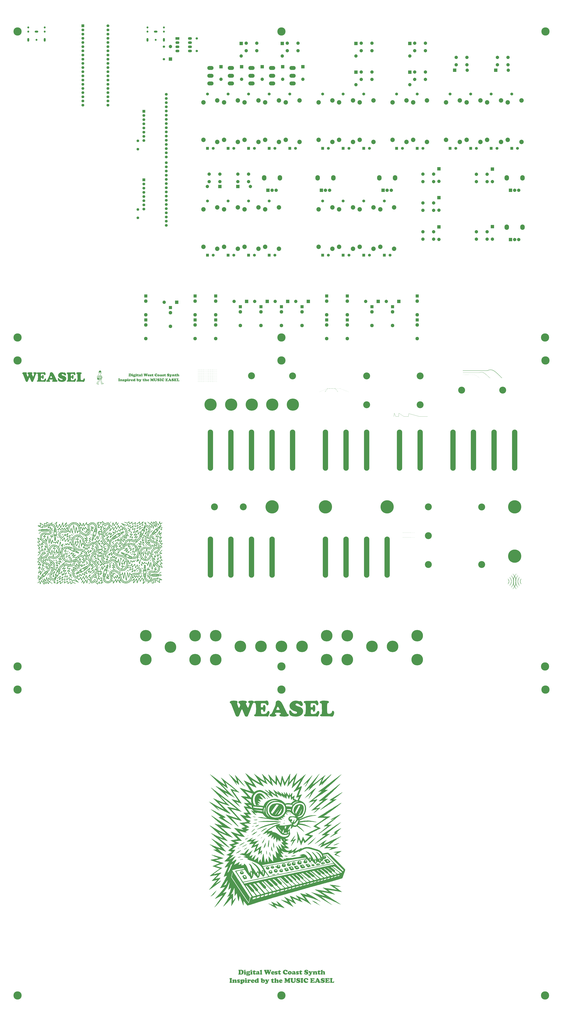
<source format=gbr>
%TF.GenerationSoftware,KiCad,Pcbnew,9.0.1*%
%TF.CreationDate,2025-10-30T11:02:58+00:00*%
%TF.ProjectId,WEASEL_KiCad,57454153-454c-45f4-9b69-4361642e6b69,rev?*%
%TF.SameCoordinates,Original*%
%TF.FileFunction,Soldermask,Top*%
%TF.FilePolarity,Negative*%
%FSLAX46Y46*%
G04 Gerber Fmt 4.6, Leading zero omitted, Abs format (unit mm)*
G04 Created by KiCad (PCBNEW 9.0.1) date 2025-10-30 11:02:58*
%MOMM*%
%LPD*%
G01*
G04 APERTURE LIST*
%ADD10C,0.250000*%
%ADD11C,0.100000*%
%ADD12C,0.200000*%
%ADD13C,0.150000*%
%ADD14C,0.000000*%
%ADD15C,5.000000*%
%ADD16R,1.750000X1.750000*%
%ADD17C,1.750000*%
%ADD18C,2.700000*%
%ADD19C,4.200000*%
%ADD20R,1.930000X1.830000*%
%ADD21C,2.130000*%
%ADD22R,2.000000X2.000000*%
%ADD23O,2.000000X2.000000*%
%ADD24C,7.000000*%
%ADD25O,3.300000X25.000000*%
%ADD26C,1.700000*%
%ADD27R,1.700000X1.700000*%
%ADD28O,2.780000X3.240000*%
%ADD29C,2.000000*%
%ADD30C,8.000000*%
%ADD31C,7.400000*%
%ADD32C,1.397000*%
%ADD33R,2.400000X1.600000*%
%ADD34O,2.400000X1.600000*%
%ADD35C,1.200000*%
%ADD36O,1.200000X2.200000*%
%ADD37O,2.200000X1.200000*%
%ADD38O,3.800000X2.400000*%
%ADD39C,1.600000*%
G04 APERTURE END LIST*
D10*
G36*
X157707818Y-589378434D02*
G01*
X157951515Y-589416029D01*
X158137476Y-589471589D01*
X158330690Y-589566893D01*
X158495477Y-589687780D01*
X158635054Y-589835299D01*
X158751136Y-590012159D01*
X158829060Y-590181230D01*
X158886283Y-590368386D01*
X158921932Y-590576179D01*
X158934318Y-590807536D01*
X158917513Y-591039363D01*
X158866358Y-591274284D01*
X158784778Y-591496582D01*
X158683175Y-591679300D01*
X158552857Y-591839243D01*
X158401138Y-591972730D01*
X158226034Y-592081522D01*
X158024453Y-592166015D01*
X157771759Y-592227471D01*
X157497804Y-592248447D01*
X157249775Y-592239837D01*
X157036734Y-592233609D01*
X156600395Y-592225000D01*
X156452933Y-592225000D01*
X156164421Y-592239105D01*
X156024470Y-592248447D01*
X155894541Y-592231173D01*
X155797141Y-592183417D01*
X155747727Y-592134681D01*
X155719024Y-592078602D01*
X155709214Y-592012508D01*
X155719700Y-591944538D01*
X155748414Y-591896920D01*
X155796012Y-591861533D01*
X155875543Y-591830242D01*
X155945378Y-591802141D01*
X155982888Y-591765579D01*
X156005117Y-591709307D01*
X156026851Y-591588625D01*
X156056527Y-590989436D01*
X156069899Y-590104483D01*
X156063700Y-589986880D01*
X157036551Y-589986880D01*
X157036551Y-591581481D01*
X157051893Y-591696659D01*
X157090040Y-591761915D01*
X157155741Y-591799565D01*
X157270475Y-591814672D01*
X157421901Y-591797568D01*
X157545916Y-591749177D01*
X157648800Y-591670194D01*
X157733836Y-591556439D01*
X157800814Y-591399453D01*
X157846092Y-591187379D01*
X157863069Y-590905722D01*
X157844806Y-590570377D01*
X157796089Y-590315701D01*
X157724217Y-590125366D01*
X157634339Y-589991761D01*
X157521792Y-589899014D01*
X157382645Y-589841953D01*
X157208926Y-589821650D01*
X157122148Y-589832527D01*
X157074653Y-589859019D01*
X157047483Y-589905180D01*
X157036551Y-589986880D01*
X156063700Y-589986880D01*
X156061634Y-589947693D01*
X156044070Y-589877520D01*
X156004734Y-589830151D01*
X155922071Y-589787395D01*
X155838584Y-589739756D01*
X155792499Y-589678355D01*
X155776808Y-589599084D01*
X155787685Y-589535437D01*
X155819733Y-589482543D01*
X155876276Y-589437517D01*
X155987207Y-589395765D01*
X156151598Y-589379631D01*
X156286970Y-589381646D01*
X156536830Y-589387875D01*
X157198484Y-589368640D01*
X157393390Y-589364427D01*
X157707818Y-589378434D01*
G37*
G36*
X160250482Y-590318440D02*
G01*
X160250482Y-591513337D01*
X160257978Y-591644496D01*
X160275578Y-591718684D01*
X160311529Y-591778172D01*
X160377244Y-591837569D01*
X160463889Y-591916521D01*
X160480282Y-591952713D01*
X160486237Y-592000785D01*
X160467605Y-592083334D01*
X160410112Y-592152216D01*
X160299937Y-592210723D01*
X160111386Y-592254222D01*
X159810295Y-592271894D01*
X159467659Y-592255520D01*
X159236935Y-592214192D01*
X159169791Y-592184632D01*
X159118050Y-592140186D01*
X159084053Y-592083278D01*
X159072804Y-592019103D01*
X159079197Y-591965937D01*
X159096068Y-591929710D01*
X159212389Y-591829143D01*
X159263375Y-591771657D01*
X159300499Y-591677651D01*
X159319121Y-591558781D01*
X159326877Y-591360746D01*
X159317535Y-591107039D01*
X159304346Y-590890334D01*
X159272829Y-590821078D01*
X159193155Y-590765404D01*
X159117300Y-590718188D01*
X159076180Y-590662515D01*
X159062546Y-590595411D01*
X159079760Y-590517399D01*
X159132525Y-590452276D01*
X159232356Y-590396842D01*
X159467607Y-590315963D01*
X159724932Y-590246816D01*
X159974240Y-590198142D01*
X160131963Y-590185083D01*
X160197915Y-590199961D01*
X160235883Y-590241260D01*
X160250482Y-590318440D01*
G37*
G36*
X159838872Y-589423046D02*
G01*
X160007114Y-589441731D01*
X160125552Y-589491372D01*
X160185926Y-589543566D01*
X160220433Y-589604134D01*
X160232164Y-589676203D01*
X160214846Y-589775138D01*
X160163277Y-589859203D01*
X160071330Y-589932658D01*
X159898090Y-590012219D01*
X159697468Y-590062032D01*
X159463898Y-590079570D01*
X159322492Y-590063554D01*
X159223013Y-590020952D01*
X159154322Y-589962493D01*
X159114871Y-589893471D01*
X159101380Y-589810109D01*
X159115348Y-589729654D01*
X159157811Y-589657151D01*
X159234577Y-589589468D01*
X159357103Y-589526360D01*
X159531128Y-589467270D01*
X159691000Y-589433749D01*
X159838872Y-589423046D01*
G37*
G36*
X162827441Y-590069964D02*
G01*
X162873100Y-590116024D01*
X162903100Y-590179732D01*
X162913401Y-590254509D01*
X162901363Y-590340242D01*
X162860644Y-590445568D01*
X162800853Y-590543510D01*
X162733149Y-590615928D01*
X162696460Y-590654543D01*
X162688086Y-590676378D01*
X162692117Y-590724188D01*
X162698345Y-590802041D01*
X162679493Y-590957625D01*
X162624689Y-591092544D01*
X162532748Y-591211819D01*
X162427238Y-591300297D01*
X162300744Y-591376565D01*
X162150264Y-591440247D01*
X161908930Y-591500631D01*
X161636987Y-591521580D01*
X161503081Y-591513337D01*
X161421748Y-591507109D01*
X161363512Y-591519238D01*
X161331092Y-591551905D01*
X161318983Y-591610973D01*
X161335334Y-591669700D01*
X161387493Y-591717035D01*
X161463634Y-591745203D01*
X161575438Y-591756053D01*
X161816506Y-591733339D01*
X162131382Y-591695533D01*
X162313296Y-591685711D01*
X162474384Y-591696337D01*
X162597750Y-591724913D01*
X162691201Y-591767777D01*
X162787655Y-591843016D01*
X162862476Y-591944364D01*
X162909861Y-592062098D01*
X162925674Y-592188363D01*
X162909507Y-592324815D01*
X162859898Y-592460818D01*
X162772717Y-592599424D01*
X162638256Y-592737571D01*
X162463086Y-592853374D01*
X162239290Y-592946188D01*
X162053621Y-592993463D01*
X161842390Y-593023401D01*
X161602183Y-593033932D01*
X161299687Y-593016046D01*
X161056367Y-592967003D01*
X160861761Y-592892149D01*
X160741445Y-592813482D01*
X160650368Y-592715744D01*
X160590636Y-592602323D01*
X160571600Y-592488415D01*
X160582798Y-592408991D01*
X160586535Y-592400854D01*
X161173537Y-592400854D01*
X161187035Y-592473674D01*
X161227976Y-592537584D01*
X161302497Y-592595577D01*
X161391720Y-592635377D01*
X161502295Y-592661154D01*
X161639002Y-592670498D01*
X161826269Y-592655420D01*
X161949862Y-592617192D01*
X162014924Y-592574362D01*
X162049947Y-592525999D01*
X162061420Y-592469731D01*
X162051351Y-592424417D01*
X162020204Y-592385467D01*
X161974807Y-592359793D01*
X161917622Y-592350846D01*
X161824383Y-592359089D01*
X161567195Y-592377407D01*
X161365878Y-592367149D01*
X161248275Y-592350662D01*
X161218966Y-592346816D01*
X161185550Y-592359567D01*
X161173537Y-592400854D01*
X160586535Y-592400854D01*
X160616480Y-592335642D01*
X160668325Y-592275094D01*
X160730969Y-592235807D01*
X160777970Y-592208777D01*
X160788854Y-592187447D01*
X160780108Y-592166599D01*
X160739578Y-592125348D01*
X160642232Y-592023428D01*
X160590036Y-591927063D01*
X160573615Y-591832440D01*
X160592197Y-591733084D01*
X160653483Y-591623613D01*
X160743190Y-591528392D01*
X160851502Y-591457650D01*
X160888700Y-591432093D01*
X160897481Y-591413136D01*
X160886806Y-591386277D01*
X160837764Y-591332903D01*
X160742125Y-591228959D01*
X160676656Y-591120348D01*
X160637956Y-591005345D01*
X160624906Y-590881359D01*
X160641844Y-590760642D01*
X161444097Y-590760642D01*
X161462458Y-590961484D01*
X161510409Y-591101360D01*
X161562797Y-591175653D01*
X161619800Y-591215537D01*
X161684065Y-591228489D01*
X161779460Y-591208561D01*
X161851860Y-591149904D01*
X161897267Y-591061384D01*
X161913959Y-590937779D01*
X161895558Y-590740263D01*
X161848563Y-590610066D01*
X161797331Y-590543290D01*
X161737321Y-590504614D01*
X161665564Y-590489898D01*
X161575155Y-590508548D01*
X161504913Y-590563721D01*
X161460309Y-590646664D01*
X161444097Y-590760642D01*
X160641844Y-590760642D01*
X160643481Y-590748972D01*
X160700377Y-590620690D01*
X160789471Y-590506971D01*
X160910487Y-590409115D01*
X161080744Y-590316199D01*
X161258739Y-590250209D01*
X161446212Y-590210330D01*
X161645231Y-590196807D01*
X161809380Y-590206499D01*
X162002802Y-590238023D01*
X162257975Y-590274842D01*
X162399715Y-590256423D01*
X162545393Y-590198915D01*
X162698894Y-590095690D01*
X162748511Y-590063970D01*
X162778395Y-590056123D01*
X162827441Y-590069964D01*
G37*
G36*
X164172045Y-590318440D02*
G01*
X164172045Y-591513337D01*
X164179541Y-591644496D01*
X164197141Y-591718684D01*
X164233092Y-591778172D01*
X164298807Y-591837569D01*
X164385452Y-591916521D01*
X164401845Y-591952713D01*
X164407800Y-592000785D01*
X164389168Y-592083334D01*
X164331675Y-592152216D01*
X164221500Y-592210723D01*
X164032949Y-592254222D01*
X163731858Y-592271894D01*
X163389222Y-592255520D01*
X163158498Y-592214192D01*
X163091354Y-592184632D01*
X163039613Y-592140186D01*
X163005616Y-592083278D01*
X162994367Y-592019103D01*
X163000760Y-591965937D01*
X163017631Y-591929710D01*
X163133952Y-591829143D01*
X163184938Y-591771657D01*
X163222062Y-591677651D01*
X163240684Y-591558781D01*
X163248441Y-591360746D01*
X163239098Y-591107039D01*
X163225909Y-590890334D01*
X163194392Y-590821078D01*
X163114718Y-590765404D01*
X163038863Y-590718188D01*
X162997743Y-590662515D01*
X162984109Y-590595411D01*
X163001323Y-590517399D01*
X163054088Y-590452276D01*
X163153919Y-590396842D01*
X163389170Y-590315963D01*
X163646495Y-590246816D01*
X163895803Y-590198142D01*
X164053526Y-590185083D01*
X164119478Y-590199961D01*
X164157446Y-590241260D01*
X164172045Y-590318440D01*
G37*
G36*
X163760435Y-589423046D02*
G01*
X163928677Y-589441731D01*
X164047115Y-589491372D01*
X164107489Y-589543566D01*
X164141997Y-589604134D01*
X164153727Y-589676203D01*
X164136409Y-589775138D01*
X164084840Y-589859203D01*
X163992893Y-589932658D01*
X163819653Y-590012219D01*
X163619031Y-590062032D01*
X163385461Y-590079570D01*
X163244056Y-590063554D01*
X163144576Y-590020952D01*
X163075885Y-589962493D01*
X163036434Y-589893471D01*
X163022943Y-589810109D01*
X163036911Y-589729654D01*
X163079374Y-589657151D01*
X163156140Y-589589468D01*
X163278666Y-589526360D01*
X163452691Y-589467270D01*
X163612564Y-589433749D01*
X163760435Y-589423046D01*
G37*
G36*
X165744847Y-590711182D02*
G01*
X165744847Y-591401962D01*
X165760464Y-591514171D01*
X165803831Y-591598333D01*
X165871378Y-591655326D01*
X165954041Y-591673988D01*
X166036422Y-591658465D01*
X166162319Y-591599616D01*
X166226616Y-591580198D01*
X166274113Y-591594292D01*
X166321321Y-591642663D01*
X166353161Y-591707978D01*
X166363636Y-591777669D01*
X166349555Y-591859853D01*
X166304981Y-591942924D01*
X166222219Y-592030094D01*
X166069161Y-592140457D01*
X165902032Y-592219062D01*
X165718031Y-592267077D01*
X165513488Y-592283618D01*
X165349869Y-592270794D01*
X165209361Y-592234330D01*
X165087964Y-592175931D01*
X164982626Y-592095490D01*
X164895796Y-591995184D01*
X164833803Y-591881125D01*
X164795574Y-591750602D01*
X164782225Y-591599799D01*
X164782225Y-590647801D01*
X164772699Y-590593396D01*
X164718294Y-590583688D01*
X164507268Y-590583688D01*
X164451764Y-590577134D01*
X164427035Y-590562438D01*
X164414819Y-590533833D01*
X164409083Y-590466817D01*
X164409083Y-590376142D01*
X164423107Y-590319019D01*
X164458908Y-590280887D01*
X165397900Y-589688476D01*
X165486926Y-589669242D01*
X165652889Y-589669242D01*
X165700903Y-589676628D01*
X165725979Y-589694888D01*
X165739042Y-589726723D01*
X165744847Y-589791974D01*
X165744847Y-590068946D01*
X165750416Y-590121785D01*
X165762615Y-590144783D01*
X165786498Y-590156319D01*
X165841384Y-590161636D01*
X166220571Y-590161636D01*
X166290451Y-590170651D01*
X166323153Y-590191495D01*
X166339764Y-590230101D01*
X166347333Y-590314593D01*
X166347333Y-590436959D01*
X166338291Y-590529522D01*
X166317108Y-590578558D01*
X166278180Y-590607508D01*
X166208298Y-590618859D01*
X165837354Y-590618859D01*
X165787859Y-590624499D01*
X165763531Y-590637543D01*
X165750495Y-590661718D01*
X165744847Y-590711182D01*
G37*
G36*
X167879733Y-590183079D02*
G01*
X168080301Y-590244443D01*
X168254808Y-590344085D01*
X168369502Y-590451742D01*
X168440006Y-590568117D01*
X168477856Y-590706565D01*
X168492762Y-590913415D01*
X168488732Y-591220429D01*
X168503261Y-591510636D01*
X168533245Y-591632039D01*
X168574278Y-591687543D01*
X168657992Y-591709159D01*
X168710169Y-591736948D01*
X168728517Y-591801666D01*
X168710012Y-591900575D01*
X168648650Y-592011043D01*
X168558352Y-592109567D01*
X168442753Y-592192210D01*
X168282936Y-592261097D01*
X168118155Y-592283618D01*
X167979763Y-592266130D01*
X167866790Y-592216352D01*
X167773223Y-592133958D01*
X167730412Y-592093426D01*
X167697935Y-592082850D01*
X167657395Y-592092948D01*
X167592788Y-592132859D01*
X167448938Y-592216583D01*
X167293866Y-592266607D01*
X167124025Y-592283618D01*
X166947175Y-592269338D01*
X166803432Y-592229660D01*
X166686403Y-592167480D01*
X166588299Y-592079511D01*
X166512197Y-591967262D01*
X166463989Y-591840462D01*
X166448083Y-591708975D01*
X166462042Y-591607676D01*
X167291820Y-591607676D01*
X167304029Y-591699494D01*
X167337432Y-591766495D01*
X167390561Y-591811445D01*
X167458149Y-591826395D01*
X167521986Y-591811986D01*
X167569139Y-591769147D01*
X167602538Y-591688209D01*
X167616235Y-591548874D01*
X167609170Y-591444923D01*
X167593887Y-591397199D01*
X167563586Y-591369268D01*
X167509440Y-591357449D01*
X167428522Y-591375355D01*
X167356666Y-591431271D01*
X167308223Y-591511673D01*
X167291820Y-591607676D01*
X166462042Y-591607676D01*
X166466947Y-591572082D01*
X166523538Y-591446072D01*
X166622106Y-591326857D01*
X166763573Y-591218822D01*
X166939910Y-591137370D01*
X167158672Y-591084299D01*
X167429390Y-591064357D01*
X167534842Y-591056933D01*
X167575020Y-591042009D01*
X167594967Y-591010142D01*
X167603962Y-590935580D01*
X167590711Y-590733049D01*
X167559815Y-590621240D01*
X167523346Y-590566715D01*
X167476861Y-590535758D01*
X167417117Y-590525069D01*
X167360843Y-590534134D01*
X167310688Y-590561339D01*
X167262975Y-590606890D01*
X167192535Y-590695429D01*
X167088969Y-590821364D01*
X166991627Y-590901150D01*
X166898532Y-590944897D01*
X166806570Y-590958845D01*
X166711675Y-590942960D01*
X166638409Y-590897479D01*
X166589943Y-590827534D01*
X166573196Y-590736461D01*
X166591955Y-590638802D01*
X166653064Y-590535327D01*
X166744435Y-590443600D01*
X166869402Y-590360205D01*
X167123453Y-590249118D01*
X167381522Y-590183504D01*
X167646827Y-590161636D01*
X167879733Y-590183079D01*
G37*
G36*
X170044132Y-590601823D02*
G01*
X170044132Y-591258897D01*
X170048818Y-591651791D01*
X170056954Y-591764296D01*
X170086264Y-591824177D01*
X170155323Y-591871824D01*
X170224612Y-591907253D01*
X170259004Y-591935022D01*
X170278631Y-591969629D01*
X170285932Y-592020385D01*
X170273806Y-592086312D01*
X170236473Y-592146964D01*
X170179978Y-592194588D01*
X170105498Y-592226648D01*
X169931785Y-592258111D01*
X169605777Y-592271894D01*
X169238765Y-592253629D01*
X169048353Y-592212360D01*
X168979473Y-592177330D01*
X168924889Y-592127730D01*
X168888106Y-592067401D01*
X168876529Y-592006646D01*
X168883722Y-591959752D01*
X168903273Y-591927512D01*
X168938881Y-591901055D01*
X169017396Y-591862482D01*
X169058098Y-591831882D01*
X169090483Y-591774323D01*
X169112284Y-591677102D01*
X169135609Y-591383665D01*
X169145074Y-590922208D01*
X169135713Y-590468193D01*
X169116680Y-590283269D01*
X169087554Y-590195394D01*
X169040908Y-590126765D01*
X168975813Y-590073892D01*
X168897765Y-590021562D01*
X168856012Y-589979003D01*
X168831883Y-589929856D01*
X168823406Y-589868545D01*
X168833786Y-589803354D01*
X168865226Y-589743666D01*
X168921225Y-589687194D01*
X169036089Y-589618748D01*
X169231352Y-589545594D01*
X169384130Y-589505321D01*
X169598816Y-589462613D01*
X169809814Y-589431088D01*
X169927628Y-589423046D01*
X170000811Y-589435856D01*
X170050573Y-589471208D01*
X170082847Y-589531929D01*
X170095423Y-589629492D01*
X170074906Y-589931010D01*
X170044132Y-590601823D01*
G37*
G36*
X173270702Y-590143318D02*
G01*
X173211534Y-589998787D01*
X173147222Y-589894554D01*
X173076712Y-589838136D01*
X172988335Y-589775414D01*
X172941278Y-589708645D01*
X172926136Y-589634804D01*
X172946002Y-589555980D01*
X173009361Y-589487984D01*
X173135561Y-589428300D01*
X173357724Y-589383013D01*
X173718948Y-589364427D01*
X174089611Y-589382979D01*
X174319236Y-589428175D01*
X174384177Y-589458660D01*
X174433542Y-589501814D01*
X174466321Y-589555687D01*
X174476956Y-589613921D01*
X174471269Y-589662988D01*
X174456623Y-589694705D01*
X174347813Y-589800584D01*
X174309637Y-589844842D01*
X174298537Y-589886130D01*
X174313339Y-589966033D01*
X174375839Y-590123534D01*
X174492710Y-590377241D01*
X174605183Y-590591564D01*
X174641393Y-590625896D01*
X174678090Y-590636078D01*
X174717352Y-590624327D01*
X174754660Y-590584420D01*
X174840573Y-590376875D01*
X174938941Y-590087447D01*
X174971307Y-589969007D01*
X174979608Y-589899869D01*
X174959567Y-589834430D01*
X174897725Y-589795272D01*
X174794619Y-589744523D01*
X174739631Y-589679385D01*
X174721321Y-589596153D01*
X174735948Y-589521705D01*
X174778982Y-589463498D01*
X174856876Y-589417733D01*
X175014104Y-589380467D01*
X175298894Y-589364427D01*
X175487242Y-589377312D01*
X175610670Y-589409673D01*
X175701688Y-589462989D01*
X175751352Y-589528855D01*
X175768024Y-589611174D01*
X175760655Y-589668764D01*
X175739630Y-589715954D01*
X175626607Y-589831908D01*
X175577457Y-589880950D01*
X175542710Y-589931193D01*
X175452035Y-590151011D01*
X175093364Y-591114183D01*
X174769315Y-591915788D01*
X174654276Y-592146048D01*
X174603618Y-592212935D01*
X174551694Y-592252843D01*
X174489469Y-592275149D01*
X174401302Y-592283618D01*
X174285105Y-592268631D01*
X174200351Y-592227747D01*
X174133387Y-592158566D01*
X174072123Y-592044382D01*
X173666192Y-591073150D01*
X173618565Y-590974781D01*
X173577532Y-590955730D01*
X173542081Y-590966877D01*
X173507923Y-591005373D01*
X173392335Y-591269521D01*
X173113715Y-591968728D01*
X173029195Y-592139994D01*
X172963139Y-592221702D01*
X172878852Y-592266333D01*
X172745518Y-592283618D01*
X172624170Y-592266637D01*
X172537973Y-592220420D01*
X172470438Y-592141327D01*
X172399854Y-591998953D01*
X171645693Y-590054291D01*
X171582129Y-589915256D01*
X171474234Y-589845647D01*
X171414537Y-589800824D01*
X171379143Y-589740634D01*
X171366523Y-589659900D01*
X171386673Y-589569492D01*
X171448628Y-589494331D01*
X171566831Y-589430734D01*
X171768452Y-589383566D01*
X172089726Y-589364427D01*
X172432019Y-589379527D01*
X172622237Y-589414619D01*
X172714901Y-589462167D01*
X172766363Y-589528194D01*
X172784170Y-589617951D01*
X172775560Y-589686828D01*
X172715293Y-589781167D01*
X172698206Y-589821270D01*
X172691846Y-589876971D01*
X172716645Y-590008800D01*
X172828500Y-590311662D01*
X172912581Y-590510598D01*
X172982007Y-590657327D01*
X173001731Y-590675294D01*
X173028168Y-590681324D01*
X173068968Y-590665556D01*
X173120143Y-590603380D01*
X173186804Y-590457292D01*
X173270702Y-590221536D01*
X173280593Y-590184534D01*
X173270702Y-590143318D01*
G37*
G36*
X177014896Y-590176331D02*
G01*
X177188139Y-590218867D01*
X177344758Y-590288148D01*
X177487371Y-590384752D01*
X177612328Y-590506908D01*
X177710121Y-590649267D01*
X177784046Y-590825159D01*
X177807207Y-590989070D01*
X177792053Y-591115843D01*
X177750421Y-591211453D01*
X177683832Y-591277764D01*
X177602593Y-591298831D01*
X176639238Y-591298831D01*
X176595359Y-591312057D01*
X176581536Y-591349572D01*
X176595795Y-591432455D01*
X176640806Y-591515528D01*
X176724234Y-591601997D01*
X176824286Y-591669400D01*
X176925624Y-591708114D01*
X177030698Y-591720882D01*
X177130110Y-591712298D01*
X177247219Y-591684246D01*
X177359443Y-591641619D01*
X177443408Y-591594120D01*
X177512877Y-591555098D01*
X177557530Y-591545027D01*
X177609765Y-591559984D01*
X177666340Y-591612255D01*
X177706503Y-591682122D01*
X177719097Y-591750924D01*
X177701181Y-591842746D01*
X177643213Y-591937530D01*
X177532251Y-592039619D01*
X177362735Y-592146127D01*
X177181939Y-592221883D01*
X176987536Y-592267898D01*
X176776625Y-592283618D01*
X176563233Y-592266856D01*
X176373809Y-592218507D01*
X176204251Y-592139947D01*
X176051406Y-592030460D01*
X175922217Y-591893918D01*
X175816384Y-591729675D01*
X175748544Y-591569897D01*
X175708244Y-591406000D01*
X175694751Y-591235999D01*
X175708056Y-591065034D01*
X175747287Y-590905056D01*
X175795057Y-590794164D01*
X176565232Y-590794164D01*
X176573149Y-590847249D01*
X176593076Y-590876962D01*
X176627395Y-590893294D01*
X176692544Y-590900226D01*
X176899540Y-590900226D01*
X176971527Y-590886140D01*
X177010584Y-590849057D01*
X177024836Y-590783722D01*
X177008662Y-590682325D01*
X176962921Y-590605486D01*
X176892333Y-590554311D01*
X176801171Y-590536793D01*
X176731215Y-590546912D01*
X176673766Y-590576091D01*
X176625682Y-590625636D01*
X176579625Y-590711474D01*
X176565232Y-590794164D01*
X175795057Y-590794164D01*
X175812439Y-590753815D01*
X175904861Y-590609516D01*
X176036983Y-590462627D01*
X176190060Y-590343626D01*
X176366480Y-590250846D01*
X176508946Y-590201687D01*
X176660151Y-590171808D01*
X176821687Y-590161636D01*
X177014896Y-590176331D01*
G37*
G36*
X178647647Y-590161636D02*
G01*
X178766097Y-590170749D01*
X178982870Y-590206882D01*
X179059623Y-590214942D01*
X179192797Y-590178489D01*
X179274679Y-590161636D01*
X179334421Y-590173145D01*
X179398469Y-590210866D01*
X179469951Y-590283635D01*
X179541068Y-590384350D01*
X179597813Y-590494478D01*
X179636287Y-590606739D01*
X179647455Y-590693780D01*
X179632542Y-590770726D01*
X179588287Y-590832998D01*
X179522766Y-590874310D01*
X179440826Y-590888503D01*
X179370708Y-590879429D01*
X179310033Y-590852965D01*
X179127401Y-590697810D01*
X179035247Y-590620103D01*
X178966389Y-590582475D01*
X178914177Y-590571964D01*
X178863138Y-590582023D01*
X178818922Y-590612630D01*
X178788625Y-590657224D01*
X178778622Y-590708984D01*
X178794494Y-590764783D01*
X178850078Y-590825332D01*
X178967849Y-590894364D01*
X179194288Y-591010354D01*
X179368968Y-591125563D01*
X179500360Y-591239663D01*
X179587835Y-591353782D01*
X179639860Y-591482053D01*
X179657713Y-591629108D01*
X179642085Y-591768020D01*
X179596151Y-591893100D01*
X179518759Y-592007907D01*
X179405471Y-592114541D01*
X179253249Y-592207100D01*
X179078393Y-592263829D01*
X178875159Y-592283618D01*
X178583167Y-592251927D01*
X178360784Y-592225000D01*
X178300150Y-592231045D01*
X178213322Y-592239288D01*
X178122510Y-592225962D01*
X178057800Y-592189462D01*
X177980553Y-592099626D01*
X177900447Y-591953524D01*
X177844366Y-591796302D01*
X177828273Y-591676919D01*
X177839821Y-591586746D01*
X177869416Y-591530723D01*
X177914947Y-591498181D01*
X177981780Y-591486409D01*
X178038277Y-591495743D01*
X178090224Y-591524145D01*
X178293373Y-591721615D01*
X178375138Y-591799967D01*
X178430942Y-591841050D01*
X178487377Y-591865272D01*
X178547263Y-591873290D01*
X178607617Y-591864127D01*
X178651860Y-591838668D01*
X178681015Y-591798896D01*
X178691061Y-591746528D01*
X178677512Y-591695086D01*
X178631426Y-591641527D01*
X178536455Y-591582946D01*
X178320727Y-591463380D01*
X178165170Y-591351143D01*
X178057800Y-591245708D01*
X177975499Y-591122963D01*
X177926721Y-590989855D01*
X177910156Y-590842707D01*
X177927410Y-590683514D01*
X177977631Y-590542974D01*
X178061281Y-590416809D01*
X178177276Y-590306048D01*
X178311034Y-590227266D01*
X178466085Y-590178666D01*
X178647647Y-590161636D01*
G37*
G36*
X181058873Y-590711182D02*
G01*
X181058873Y-591401962D01*
X181074491Y-591514171D01*
X181117858Y-591598333D01*
X181185404Y-591655326D01*
X181268067Y-591673988D01*
X181350448Y-591658465D01*
X181476345Y-591599616D01*
X181540642Y-591580198D01*
X181588139Y-591594292D01*
X181635347Y-591642663D01*
X181667187Y-591707978D01*
X181677663Y-591777669D01*
X181663582Y-591859853D01*
X181619008Y-591942924D01*
X181536246Y-592030094D01*
X181383188Y-592140457D01*
X181216058Y-592219062D01*
X181032058Y-592267077D01*
X180827514Y-592283618D01*
X180663895Y-592270794D01*
X180523388Y-592234330D01*
X180401991Y-592175931D01*
X180296652Y-592095490D01*
X180209822Y-591995184D01*
X180147829Y-591881125D01*
X180109600Y-591750602D01*
X180096251Y-591599799D01*
X180096251Y-590647801D01*
X180086726Y-590593396D01*
X180032321Y-590583688D01*
X179821295Y-590583688D01*
X179765791Y-590577134D01*
X179741061Y-590562438D01*
X179728845Y-590533833D01*
X179723109Y-590466817D01*
X179723109Y-590376142D01*
X179737134Y-590319019D01*
X179772935Y-590280887D01*
X180711926Y-589688476D01*
X180800953Y-589669242D01*
X180966916Y-589669242D01*
X181014929Y-589676628D01*
X181040006Y-589694888D01*
X181053069Y-589726723D01*
X181058873Y-589791974D01*
X181058873Y-590068946D01*
X181064443Y-590121785D01*
X181076642Y-590144783D01*
X181100524Y-590156319D01*
X181155410Y-590161636D01*
X181534597Y-590161636D01*
X181604477Y-590170651D01*
X181637179Y-590191495D01*
X181653791Y-590230101D01*
X181661359Y-590314593D01*
X181661359Y-590436959D01*
X181652317Y-590529522D01*
X181631134Y-590578558D01*
X181592206Y-590607508D01*
X181522324Y-590618859D01*
X181151380Y-590618859D01*
X181101885Y-590624499D01*
X181077558Y-590637543D01*
X181064521Y-590661718D01*
X181058873Y-590711182D01*
G37*
G36*
X184399566Y-589364427D02*
G01*
X184597110Y-589378938D01*
X184789965Y-589422434D01*
X184980070Y-589495769D01*
X185101724Y-589545199D01*
X185159955Y-589556585D01*
X185277558Y-589538450D01*
X185338191Y-589532039D01*
X185406542Y-589542704D01*
X185469451Y-589575009D01*
X185529250Y-589632423D01*
X185614581Y-589756619D01*
X185676092Y-589894913D01*
X185714076Y-590049886D01*
X185727270Y-590224834D01*
X185706407Y-590382792D01*
X185648639Y-590501855D01*
X185554529Y-590591748D01*
X185455663Y-590638321D01*
X185344419Y-590654030D01*
X185244830Y-590641770D01*
X185170946Y-590608234D01*
X185109403Y-590549908D01*
X185041986Y-590446484D01*
X184899104Y-590215491D01*
X184838947Y-590149388D01*
X184765014Y-590088546D01*
X184628611Y-590010581D01*
X184491971Y-589965479D01*
X184352488Y-589950610D01*
X184220863Y-589968096D01*
X184112465Y-590018221D01*
X184021661Y-590102102D01*
X183956002Y-590209415D01*
X183914316Y-590342765D01*
X183899296Y-590508949D01*
X183919289Y-590738947D01*
X183978263Y-590952912D01*
X184076616Y-591154483D01*
X184184067Y-591298421D01*
X184304476Y-591406195D01*
X184439177Y-591482358D01*
X184591092Y-591528890D01*
X184764465Y-591545027D01*
X184928029Y-591531535D01*
X185091262Y-591490622D01*
X185240194Y-591425316D01*
X185342404Y-591349938D01*
X185421514Y-591290439D01*
X185473563Y-591275383D01*
X185541590Y-591291712D01*
X185600874Y-591343161D01*
X185640101Y-591416717D01*
X185653631Y-591506010D01*
X185637019Y-591626412D01*
X185581274Y-591771990D01*
X185499372Y-591906320D01*
X185407617Y-592002800D01*
X185350654Y-592032272D01*
X185226633Y-592064715D01*
X185144511Y-592087611D01*
X185021103Y-592139270D01*
X184814234Y-592219812D01*
X184603685Y-592267641D01*
X184387293Y-592283618D01*
X184161406Y-592266924D01*
X183933899Y-592216221D01*
X183702558Y-592129562D01*
X183513484Y-592027547D01*
X183347121Y-591902853D01*
X183201360Y-591754518D01*
X183074976Y-591580565D01*
X182974266Y-591395021D01*
X182904058Y-591208850D01*
X182862436Y-591020468D01*
X182848563Y-590828053D01*
X182866324Y-590604730D01*
X182918975Y-590393298D01*
X183006952Y-590190917D01*
X183132495Y-589995307D01*
X183264461Y-589842425D01*
X183414714Y-589708757D01*
X183584641Y-589593363D01*
X183776197Y-589495952D01*
X183981091Y-589422538D01*
X184188274Y-589378956D01*
X184399566Y-589364427D01*
G37*
G36*
X187310774Y-590174488D02*
G01*
X187481571Y-590211940D01*
X187639078Y-590273184D01*
X187785321Y-590358557D01*
X187911934Y-590461439D01*
X188020855Y-590583091D01*
X188113034Y-590725287D01*
X188184600Y-590886544D01*
X188226829Y-591050223D01*
X188240895Y-591218414D01*
X188224877Y-591391090D01*
X188177584Y-591551325D01*
X188098404Y-591702171D01*
X187984451Y-591845842D01*
X187830750Y-591983565D01*
X187627729Y-592115101D01*
X187412817Y-592208175D01*
X187183291Y-592264455D01*
X186935723Y-592283618D01*
X186692089Y-592264516D01*
X186481586Y-592210057D01*
X186298512Y-592122605D01*
X186138514Y-592001884D01*
X186009224Y-591855482D01*
X185917450Y-591690539D01*
X185861155Y-591503342D01*
X185841576Y-591288572D01*
X185856668Y-591096447D01*
X185900482Y-590923308D01*
X185909151Y-590904256D01*
X186767378Y-590904256D01*
X186777256Y-591037238D01*
X186813357Y-591239113D01*
X186865210Y-591444273D01*
X186922717Y-591615003D01*
X186976207Y-591710660D01*
X187042126Y-591762291D01*
X187124217Y-591779501D01*
X187200593Y-591765734D01*
X187252999Y-591727444D01*
X187287339Y-591660963D01*
X187300805Y-591553271D01*
X187290097Y-591376295D01*
X187254826Y-591162177D01*
X187201162Y-590954539D01*
X187143634Y-590806254D01*
X187090543Y-590726311D01*
X187030262Y-590681943D01*
X186960086Y-590665753D01*
X186881112Y-590682146D01*
X186820135Y-590730600D01*
X186781482Y-590803489D01*
X186767378Y-590904256D01*
X185909151Y-590904256D01*
X185972134Y-590765846D01*
X186072526Y-590621499D01*
X186204276Y-590488616D01*
X186402373Y-590346416D01*
X186619096Y-590245017D01*
X186858112Y-590183013D01*
X187124217Y-590161636D01*
X187310774Y-590174488D01*
G37*
G36*
X189785385Y-590183079D02*
G01*
X189985953Y-590244443D01*
X190160461Y-590344085D01*
X190275155Y-590451742D01*
X190345658Y-590568117D01*
X190383509Y-590706565D01*
X190398414Y-590913415D01*
X190394384Y-591220429D01*
X190408914Y-591510636D01*
X190438898Y-591632039D01*
X190479931Y-591687543D01*
X190563645Y-591709159D01*
X190615821Y-591736948D01*
X190634170Y-591801666D01*
X190615664Y-591900575D01*
X190554302Y-592011043D01*
X190464004Y-592109567D01*
X190348406Y-592192210D01*
X190188588Y-592261097D01*
X190023807Y-592283618D01*
X189885416Y-592266130D01*
X189772442Y-592216352D01*
X189678875Y-592133958D01*
X189636065Y-592093426D01*
X189603587Y-592082850D01*
X189563048Y-592092948D01*
X189498441Y-592132859D01*
X189354590Y-592216583D01*
X189199518Y-592266607D01*
X189029678Y-592283618D01*
X188852827Y-592269338D01*
X188709085Y-592229660D01*
X188592055Y-592167480D01*
X188493952Y-592079511D01*
X188417849Y-591967262D01*
X188369641Y-591840462D01*
X188353735Y-591708975D01*
X188367695Y-591607676D01*
X189197472Y-591607676D01*
X189209681Y-591699494D01*
X189243085Y-591766495D01*
X189296213Y-591811445D01*
X189363802Y-591826395D01*
X189427638Y-591811986D01*
X189474792Y-591769147D01*
X189508190Y-591688209D01*
X189521888Y-591548874D01*
X189514822Y-591444923D01*
X189499540Y-591397199D01*
X189469238Y-591369268D01*
X189415093Y-591357449D01*
X189334175Y-591375355D01*
X189262319Y-591431271D01*
X189213876Y-591511673D01*
X189197472Y-591607676D01*
X188367695Y-591607676D01*
X188372600Y-591572082D01*
X188429190Y-591446072D01*
X188527759Y-591326857D01*
X188669226Y-591218822D01*
X188845563Y-591137370D01*
X189064325Y-591084299D01*
X189335042Y-591064357D01*
X189440495Y-591056933D01*
X189480672Y-591042009D01*
X189500620Y-591010142D01*
X189509615Y-590935580D01*
X189496363Y-590733049D01*
X189465468Y-590621240D01*
X189428998Y-590566715D01*
X189382514Y-590535758D01*
X189322769Y-590525069D01*
X189266495Y-590534134D01*
X189216340Y-590561339D01*
X189168628Y-590606890D01*
X189098188Y-590695429D01*
X188994621Y-590821364D01*
X188897279Y-590901150D01*
X188804184Y-590944897D01*
X188712223Y-590958845D01*
X188617327Y-590942960D01*
X188544062Y-590897479D01*
X188495595Y-590827534D01*
X188478849Y-590736461D01*
X188497608Y-590638802D01*
X188558716Y-590535327D01*
X188650087Y-590443600D01*
X188775054Y-590360205D01*
X189029106Y-590249118D01*
X189287175Y-590183504D01*
X189552479Y-590161636D01*
X189785385Y-590183079D01*
G37*
G36*
X191581771Y-590161636D02*
G01*
X191700221Y-590170749D01*
X191916994Y-590206882D01*
X191993748Y-590214942D01*
X192126921Y-590178489D01*
X192208804Y-590161636D01*
X192268546Y-590173145D01*
X192332593Y-590210866D01*
X192404076Y-590283635D01*
X192475192Y-590384350D01*
X192531937Y-590494478D01*
X192570411Y-590606739D01*
X192581579Y-590693780D01*
X192566666Y-590770726D01*
X192522411Y-590832998D01*
X192456890Y-590874310D01*
X192374950Y-590888503D01*
X192304832Y-590879429D01*
X192244158Y-590852965D01*
X192061525Y-590697810D01*
X191969371Y-590620103D01*
X191900513Y-590582475D01*
X191848301Y-590571964D01*
X191797262Y-590582023D01*
X191753046Y-590612630D01*
X191722749Y-590657224D01*
X191712746Y-590708984D01*
X191728618Y-590764783D01*
X191784202Y-590825332D01*
X191901973Y-590894364D01*
X192128413Y-591010354D01*
X192303092Y-591125563D01*
X192434484Y-591239663D01*
X192521959Y-591353782D01*
X192573984Y-591482053D01*
X192591837Y-591629108D01*
X192576209Y-591768020D01*
X192530275Y-591893100D01*
X192452883Y-592007907D01*
X192339596Y-592114541D01*
X192187373Y-592207100D01*
X192012517Y-592263829D01*
X191809283Y-592283618D01*
X191517291Y-592251927D01*
X191294908Y-592225000D01*
X191234275Y-592231045D01*
X191147446Y-592239288D01*
X191056634Y-592225962D01*
X190991925Y-592189462D01*
X190914677Y-592099626D01*
X190834571Y-591953524D01*
X190778490Y-591796302D01*
X190762397Y-591676919D01*
X190773945Y-591586746D01*
X190803540Y-591530723D01*
X190849072Y-591498181D01*
X190915904Y-591486409D01*
X190972401Y-591495743D01*
X191024348Y-591524145D01*
X191227497Y-591721615D01*
X191309262Y-591799967D01*
X191365067Y-591841050D01*
X191421501Y-591865272D01*
X191481387Y-591873290D01*
X191541741Y-591864127D01*
X191585984Y-591838668D01*
X191615139Y-591798896D01*
X191625185Y-591746528D01*
X191611636Y-591695086D01*
X191565550Y-591641527D01*
X191470580Y-591582946D01*
X191254852Y-591463380D01*
X191099295Y-591351143D01*
X190991925Y-591245708D01*
X190909623Y-591122963D01*
X190860845Y-590989855D01*
X190844280Y-590842707D01*
X190861534Y-590683514D01*
X190911756Y-590542974D01*
X190995405Y-590416809D01*
X191111400Y-590306048D01*
X191245158Y-590227266D01*
X191400210Y-590178666D01*
X191581771Y-590161636D01*
G37*
G36*
X193992998Y-590711182D02*
G01*
X193992998Y-591401962D01*
X194008615Y-591514171D01*
X194051982Y-591598333D01*
X194119529Y-591655326D01*
X194202192Y-591673988D01*
X194284572Y-591658465D01*
X194410470Y-591599616D01*
X194474767Y-591580198D01*
X194522264Y-591594292D01*
X194569472Y-591642663D01*
X194601311Y-591707978D01*
X194611787Y-591777669D01*
X194597706Y-591859853D01*
X194553132Y-591942924D01*
X194470370Y-592030094D01*
X194317312Y-592140457D01*
X194150183Y-592219062D01*
X193966182Y-592267077D01*
X193761638Y-592283618D01*
X193598020Y-592270794D01*
X193457512Y-592234330D01*
X193336115Y-592175931D01*
X193230777Y-592095490D01*
X193143947Y-591995184D01*
X193081953Y-591881125D01*
X193043724Y-591750602D01*
X193030375Y-591599799D01*
X193030375Y-590647801D01*
X193020850Y-590593396D01*
X192966445Y-590583688D01*
X192755419Y-590583688D01*
X192699915Y-590577134D01*
X192675185Y-590562438D01*
X192662969Y-590533833D01*
X192657233Y-590466817D01*
X192657233Y-590376142D01*
X192671258Y-590319019D01*
X192707059Y-590280887D01*
X193646051Y-589688476D01*
X193735077Y-589669242D01*
X193901040Y-589669242D01*
X193949053Y-589676628D01*
X193974130Y-589694888D01*
X193987193Y-589726723D01*
X193992998Y-589791974D01*
X193992998Y-590068946D01*
X193998567Y-590121785D01*
X194010766Y-590144783D01*
X194034648Y-590156319D01*
X194089535Y-590161636D01*
X194468722Y-590161636D01*
X194538602Y-590170651D01*
X194571304Y-590191495D01*
X194587915Y-590230101D01*
X194595484Y-590314593D01*
X194595484Y-590436959D01*
X194586442Y-590529522D01*
X194565259Y-590578558D01*
X194526331Y-590607508D01*
X194456448Y-590618859D01*
X194085505Y-590618859D01*
X194036010Y-590624499D01*
X194011682Y-590637543D01*
X193998646Y-590661718D01*
X193992998Y-590711182D01*
G37*
G36*
X197010007Y-589364427D02*
G01*
X197235660Y-589387156D01*
X197565049Y-589469391D01*
X197628980Y-589481481D01*
X197749880Y-589444844D01*
X197821504Y-589432205D01*
X197906059Y-589451534D01*
X198002114Y-589517713D01*
X198116061Y-589651840D01*
X198205367Y-589803768D01*
X198254598Y-589942046D01*
X198270117Y-590070411D01*
X198252138Y-590179545D01*
X198199775Y-590268431D01*
X198121242Y-590329317D01*
X198028500Y-590349214D01*
X197950166Y-590340230D01*
X197892579Y-590315875D01*
X197665799Y-590120054D01*
X197493231Y-589986684D01*
X197335246Y-589914576D01*
X197186229Y-589891992D01*
X197081846Y-589906331D01*
X197006710Y-589945481D01*
X196956767Y-590006984D01*
X196940032Y-590085432D01*
X196955418Y-590158204D01*
X197003676Y-590224625D01*
X197095461Y-590287711D01*
X197249426Y-590346284D01*
X197635285Y-590466702D01*
X197793294Y-590528183D01*
X197993009Y-590647816D01*
X198138354Y-590781187D01*
X198238484Y-590928853D01*
X198298554Y-591093902D01*
X198319210Y-591281612D01*
X198304567Y-591452584D01*
X198261907Y-591607116D01*
X198191657Y-591748377D01*
X198092275Y-591878719D01*
X197960356Y-591999502D01*
X197771475Y-592119581D01*
X197552827Y-592208109D01*
X197299097Y-592263917D01*
X197003779Y-592283618D01*
X196738113Y-592268497D01*
X196449104Y-592221153D01*
X196179835Y-592146888D01*
X196027052Y-592074424D01*
X195969895Y-592021908D01*
X195910056Y-591931028D01*
X195847717Y-591787194D01*
X195787674Y-591566136D01*
X195768399Y-591356899D01*
X195780164Y-591263047D01*
X195810714Y-591202294D01*
X195871032Y-591151342D01*
X195944437Y-591134699D01*
X196020009Y-591153152D01*
X196098127Y-591214750D01*
X196301825Y-591498133D01*
X196394288Y-591596151D01*
X196540145Y-591682597D01*
X196707232Y-591737804D01*
X196878849Y-591756053D01*
X197019679Y-591741184D01*
X197121016Y-591701465D01*
X197191621Y-591637152D01*
X197213156Y-591562613D01*
X197195845Y-591490733D01*
X197140799Y-591426325D01*
X197055057Y-591374918D01*
X196903762Y-591318248D01*
X196628943Y-591228553D01*
X196455881Y-591155216D01*
X196307303Y-591068426D01*
X196167919Y-590960860D01*
X196019909Y-590804871D01*
X195919894Y-590645525D01*
X195861522Y-590480354D01*
X195842038Y-590305617D01*
X195862866Y-590127793D01*
X195926485Y-589952259D01*
X196028122Y-589792375D01*
X196166087Y-589654221D01*
X196346291Y-589528666D01*
X196544566Y-589438721D01*
X196764334Y-589383511D01*
X197010007Y-589364427D01*
G37*
G36*
X200434780Y-591188921D02*
G01*
X200164220Y-591933557D01*
X200058410Y-592195959D01*
X199961804Y-592385833D01*
X199851232Y-592550646D01*
X199730445Y-592684787D01*
X199588729Y-592797025D01*
X199435753Y-592875994D01*
X199268979Y-592923776D01*
X199084911Y-592940143D01*
X198886998Y-592920827D01*
X198724193Y-592866476D01*
X198589220Y-592779309D01*
X198506818Y-592688077D01*
X198458372Y-592583888D01*
X198441759Y-592462220D01*
X198453570Y-592359833D01*
X198487765Y-592271331D01*
X198544707Y-592193492D01*
X198619181Y-592132540D01*
X198702582Y-592096598D01*
X198798048Y-592084316D01*
X198893655Y-592095978D01*
X198973058Y-592129321D01*
X199040032Y-592184516D01*
X199098467Y-592265849D01*
X199141881Y-592420638D01*
X199163481Y-592470147D01*
X199194910Y-592497097D01*
X199238601Y-592506367D01*
X199293716Y-592493387D01*
X199340817Y-592452878D01*
X199371557Y-592394163D01*
X199382399Y-592319338D01*
X199362048Y-592211234D01*
X199276337Y-591999869D01*
X198782478Y-590947304D01*
X198706676Y-590800441D01*
X198666707Y-590742873D01*
X198615115Y-590703179D01*
X198496347Y-590641756D01*
X198457908Y-590617806D01*
X198423074Y-590575628D01*
X198399696Y-590525565D01*
X198392483Y-590479823D01*
X198410146Y-590404055D01*
X198465778Y-590337642D01*
X198573905Y-590277684D01*
X198759946Y-590227765D01*
X199010779Y-590196415D01*
X199312240Y-590185083D01*
X199518575Y-590197960D01*
X199656623Y-590230512D01*
X199756311Y-590283968D01*
X199810312Y-590351956D01*
X199828448Y-590438607D01*
X199817900Y-590492118D01*
X199780271Y-590562622D01*
X199746028Y-590626298D01*
X199736307Y-590676011D01*
X199757556Y-590776762D01*
X199848231Y-590956463D01*
X199929024Y-591071419D01*
X199980489Y-591096964D01*
X200034475Y-591072984D01*
X200106884Y-590972217D01*
X200157585Y-590846348D01*
X200173380Y-590731149D01*
X200160295Y-590645479D01*
X200123554Y-590580940D01*
X200061012Y-590487414D01*
X200044236Y-590419740D01*
X200058273Y-590356211D01*
X200102117Y-590299971D01*
X200185836Y-590248464D01*
X200340665Y-590202707D01*
X200562458Y-590185083D01*
X200753458Y-590197975D01*
X200875603Y-590230106D01*
X200949313Y-590274392D01*
X200989403Y-590328477D01*
X201002828Y-590395560D01*
X200990978Y-590466078D01*
X200957399Y-590518841D01*
X200900901Y-590560059D01*
X200794001Y-590605853D01*
X200707741Y-590654369D01*
X200641227Y-590729867D01*
X200553574Y-590896992D01*
X200434780Y-591188921D01*
G37*
G36*
X203567561Y-590936496D02*
G01*
X203596321Y-591659699D01*
X203605622Y-591734652D01*
X203621234Y-591778585D01*
X203746347Y-591927145D01*
X203770077Y-591966790D01*
X203778770Y-592023682D01*
X203761415Y-592105453D01*
X203709810Y-592168811D01*
X203614273Y-592217672D01*
X203418449Y-592255145D01*
X203033036Y-592271894D01*
X202770348Y-592256664D01*
X202631317Y-592221885D01*
X202560041Y-592177448D01*
X202520308Y-592121399D01*
X202506754Y-592050061D01*
X202519576Y-591986863D01*
X202602741Y-591889593D01*
X202638166Y-591821035D01*
X202669036Y-591653785D01*
X202682975Y-591317515D01*
X202673999Y-591128033D01*
X202650788Y-590993235D01*
X202617945Y-590900409D01*
X202574780Y-590842622D01*
X202513161Y-590807525D01*
X202426520Y-590794713D01*
X202341897Y-590805591D01*
X202282848Y-590834753D01*
X202242422Y-590880992D01*
X202207969Y-590986190D01*
X202192596Y-591197714D01*
X202192596Y-591604562D01*
X202197295Y-591715312D01*
X202207617Y-591769242D01*
X202308551Y-591942349D01*
X202326016Y-591982983D01*
X202331998Y-592029727D01*
X202315059Y-592102159D01*
X202262571Y-592162556D01*
X202161455Y-592213642D01*
X201967338Y-592254617D01*
X201633341Y-592271894D01*
X201378880Y-592256336D01*
X201218582Y-592217909D01*
X201124052Y-592165869D01*
X201074123Y-592103953D01*
X201057783Y-592028995D01*
X201062882Y-591981449D01*
X201075918Y-591950776D01*
X201160548Y-591875671D01*
X201203701Y-591833805D01*
X201226127Y-591788660D01*
X201252506Y-591542096D01*
X201266794Y-591049703D01*
X201260028Y-590921094D01*
X201245911Y-590865971D01*
X201212059Y-590824244D01*
X201124095Y-590759909D01*
X201054424Y-590693558D01*
X201033237Y-590618859D01*
X201051207Y-590543263D01*
X201106509Y-590482021D01*
X201200116Y-590430356D01*
X201403814Y-590349764D01*
X201783734Y-590232894D01*
X201953357Y-590194229D01*
X202035060Y-590185083D01*
X202093881Y-590196842D01*
X202142588Y-590232161D01*
X202175431Y-590283517D01*
X202186368Y-590343353D01*
X202184353Y-590395560D01*
X202182338Y-590423770D01*
X202192026Y-590478350D01*
X202216673Y-590506818D01*
X202258359Y-590516826D01*
X202301603Y-590501458D01*
X202358193Y-590441538D01*
X202457035Y-590329498D01*
X202573509Y-590250646D01*
X202711048Y-590202144D01*
X202875316Y-590185083D01*
X203044098Y-590200991D01*
X203191357Y-590246805D01*
X203321365Y-590321737D01*
X203433701Y-590429920D01*
X203503448Y-590551081D01*
X203542872Y-590698645D01*
X203567561Y-590936496D01*
G37*
G36*
X205115817Y-590711182D02*
G01*
X205115817Y-591401962D01*
X205131434Y-591514171D01*
X205174801Y-591598333D01*
X205242348Y-591655326D01*
X205325011Y-591673988D01*
X205407391Y-591658465D01*
X205533289Y-591599616D01*
X205597586Y-591580198D01*
X205645083Y-591594292D01*
X205692291Y-591642663D01*
X205724131Y-591707978D01*
X205734606Y-591777669D01*
X205720525Y-591859853D01*
X205675951Y-591942924D01*
X205593189Y-592030094D01*
X205440131Y-592140457D01*
X205273002Y-592219062D01*
X205089001Y-592267077D01*
X204884458Y-592283618D01*
X204720839Y-592270794D01*
X204580331Y-592234330D01*
X204458934Y-592175931D01*
X204353596Y-592095490D01*
X204266766Y-591995184D01*
X204204773Y-591881125D01*
X204166544Y-591750602D01*
X204153195Y-591599799D01*
X204153195Y-590647801D01*
X204143669Y-590593396D01*
X204089264Y-590583688D01*
X203878238Y-590583688D01*
X203822734Y-590577134D01*
X203798005Y-590562438D01*
X203785789Y-590533833D01*
X203780053Y-590466817D01*
X203780053Y-590376142D01*
X203794077Y-590319019D01*
X203829878Y-590280887D01*
X204768870Y-589688476D01*
X204857896Y-589669242D01*
X205023859Y-589669242D01*
X205071873Y-589676628D01*
X205096949Y-589694888D01*
X205110012Y-589726723D01*
X205115817Y-589791974D01*
X205115817Y-590068946D01*
X205121386Y-590121785D01*
X205133585Y-590144783D01*
X205157468Y-590156319D01*
X205212354Y-590161636D01*
X205591541Y-590161636D01*
X205661421Y-590170651D01*
X205694123Y-590191495D01*
X205710734Y-590230101D01*
X205718303Y-590314593D01*
X205718303Y-590436959D01*
X205709261Y-590529522D01*
X205688078Y-590578558D01*
X205649150Y-590607508D01*
X205579268Y-590618859D01*
X205208324Y-590618859D01*
X205158829Y-590624499D01*
X205134501Y-590637543D01*
X205121465Y-590661718D01*
X205115817Y-590711182D01*
G37*
G36*
X206986839Y-589530024D02*
G01*
X206960278Y-590376142D01*
X206970948Y-590464862D01*
X207000776Y-590507626D01*
X207048755Y-590521589D01*
X207091096Y-590507569D01*
X207140163Y-590455826D01*
X207252081Y-590324102D01*
X207376562Y-590233981D01*
X207516203Y-590180137D01*
X207675787Y-590161636D01*
X207837655Y-590175334D01*
X207976043Y-590214303D01*
X208095248Y-590276945D01*
X208198406Y-590363869D01*
X208272544Y-590461594D01*
X208321687Y-590576543D01*
X208348342Y-590712705D01*
X208361987Y-590927337D01*
X208380489Y-591673072D01*
X208388844Y-591761986D01*
X208405402Y-591813206D01*
X208438639Y-591857531D01*
X208513662Y-591924764D01*
X208560371Y-591980001D01*
X208575211Y-592042916D01*
X208558362Y-592109604D01*
X208504581Y-592167175D01*
X208397362Y-592217746D01*
X208208494Y-592256136D01*
X207901284Y-592271894D01*
X207629468Y-592257375D01*
X207461460Y-592221899D01*
X207365273Y-592174886D01*
X207316452Y-592120833D01*
X207300996Y-592057571D01*
X207311621Y-592001517D01*
X207384344Y-591901317D01*
X207423557Y-591817318D01*
X207455437Y-591645792D01*
X207469158Y-591337116D01*
X207453957Y-591082763D01*
X207418233Y-590938878D01*
X207360882Y-590843891D01*
X207284135Y-590790020D01*
X207181928Y-590771266D01*
X207105343Y-590781778D01*
X207047020Y-590811100D01*
X207002410Y-590859377D01*
X206973315Y-590939446D01*
X206960278Y-591103925D01*
X206960278Y-591502163D01*
X206984458Y-591799651D01*
X207005904Y-591839001D01*
X207077697Y-591927878D01*
X207107933Y-591976585D01*
X207117998Y-592032841D01*
X207101428Y-592105236D01*
X207050091Y-592165893D01*
X206951235Y-592217632D01*
X206781435Y-592256203D01*
X206509650Y-592271894D01*
X206186363Y-592255088D01*
X205987262Y-592214106D01*
X205873920Y-592160015D01*
X205816846Y-592098236D01*
X205798903Y-592026430D01*
X205805387Y-591973473D01*
X205822350Y-591938319D01*
X205934641Y-591845629D01*
X205973181Y-591801291D01*
X206009605Y-591711364D01*
X206039971Y-591550706D01*
X206060523Y-591269335D01*
X206069463Y-590748735D01*
X206061848Y-590342520D01*
X206044917Y-590139288D01*
X206032570Y-590082180D01*
X206016157Y-590048796D01*
X205989411Y-590022245D01*
X205937389Y-589989994D01*
X205859130Y-589937478D01*
X205819372Y-589886070D01*
X205807146Y-589833374D01*
X205817820Y-589768301D01*
X205849456Y-589712594D01*
X205905149Y-589663564D01*
X206026802Y-589604487D01*
X206276642Y-589525444D01*
X206630082Y-589445065D01*
X206866305Y-589423046D01*
X206938602Y-589436477D01*
X206975516Y-589470805D01*
X206986839Y-589530024D01*
G37*
G36*
X151256789Y-594404427D02*
G01*
X151487032Y-594415039D01*
X151698441Y-594445826D01*
X151836186Y-594488127D01*
X151920339Y-594542980D01*
X151966531Y-594608480D01*
X151982007Y-594688360D01*
X151974072Y-594745055D01*
X151953247Y-594781599D01*
X151912644Y-594813348D01*
X151810549Y-594870809D01*
X151760056Y-594909824D01*
X151719306Y-594974889D01*
X151689648Y-595075607D01*
X151669529Y-595272551D01*
X151660156Y-595699525D01*
X151673396Y-596413260D01*
X151698991Y-596672405D01*
X151717622Y-596725700D01*
X151741855Y-596761615D01*
X151843338Y-596829026D01*
X151923800Y-596880815D01*
X151967519Y-596941242D01*
X151982007Y-597013490D01*
X151968128Y-597086824D01*
X151926481Y-597148535D01*
X151850743Y-597201898D01*
X151727567Y-597245765D01*
X151440917Y-597293840D01*
X151064081Y-597311894D01*
X150762406Y-597294669D01*
X150574226Y-597252365D01*
X150464934Y-597195719D01*
X150408364Y-597129495D01*
X150390154Y-597050676D01*
X150402728Y-596993156D01*
X150443790Y-596934754D01*
X150524060Y-596872623D01*
X150602785Y-596800264D01*
X150640015Y-596707759D01*
X150666369Y-596408515D01*
X150679033Y-595711981D01*
X150661544Y-595232215D01*
X150626093Y-595038421D01*
X150581583Y-594963362D01*
X150491271Y-594888944D01*
X150376599Y-594794605D01*
X150354884Y-594752286D01*
X150347107Y-594696603D01*
X150368204Y-594615293D01*
X150433935Y-594551156D01*
X150538454Y-594505317D01*
X150737101Y-594456085D01*
X150995327Y-594417352D01*
X151256789Y-594404427D01*
G37*
G36*
X154602244Y-595976496D02*
G01*
X154631004Y-596699699D01*
X154640305Y-596774652D01*
X154655917Y-596818585D01*
X154781030Y-596967145D01*
X154804760Y-597006790D01*
X154813453Y-597063682D01*
X154796098Y-597145453D01*
X154744493Y-597208811D01*
X154648956Y-597257672D01*
X154453132Y-597295145D01*
X154067719Y-597311894D01*
X153805031Y-597296664D01*
X153666000Y-597261885D01*
X153594724Y-597217448D01*
X153554991Y-597161399D01*
X153541437Y-597090061D01*
X153554259Y-597026863D01*
X153637424Y-596929593D01*
X153672849Y-596861035D01*
X153703719Y-596693785D01*
X153717658Y-596357515D01*
X153708682Y-596168033D01*
X153685471Y-596033235D01*
X153652628Y-595940409D01*
X153609463Y-595882622D01*
X153547844Y-595847525D01*
X153461203Y-595834713D01*
X153376580Y-595845591D01*
X153317531Y-595874753D01*
X153277105Y-595920992D01*
X153242652Y-596026190D01*
X153227279Y-596237714D01*
X153227279Y-596644562D01*
X153231978Y-596755312D01*
X153242300Y-596809242D01*
X153343234Y-596982349D01*
X153360699Y-597022983D01*
X153366681Y-597069727D01*
X153349742Y-597142159D01*
X153297254Y-597202556D01*
X153196138Y-597253642D01*
X153002021Y-597294617D01*
X152668024Y-597311894D01*
X152413563Y-597296336D01*
X152253265Y-597257909D01*
X152158735Y-597205869D01*
X152108806Y-597143953D01*
X152092466Y-597068995D01*
X152097565Y-597021449D01*
X152110601Y-596990776D01*
X152195231Y-596915671D01*
X152238384Y-596873805D01*
X152260810Y-596828660D01*
X152287189Y-596582096D01*
X152301477Y-596089703D01*
X152294711Y-595961094D01*
X152280594Y-595905971D01*
X152246742Y-595864244D01*
X152158778Y-595799909D01*
X152089106Y-595733558D01*
X152067919Y-595658859D01*
X152085890Y-595583263D01*
X152141192Y-595522021D01*
X152234799Y-595470356D01*
X152438497Y-595389764D01*
X152818417Y-595272894D01*
X152988040Y-595234229D01*
X153069743Y-595225083D01*
X153128564Y-595236842D01*
X153177270Y-595272161D01*
X153210114Y-595323517D01*
X153221051Y-595383353D01*
X153219036Y-595435560D01*
X153217021Y-595463770D01*
X153226709Y-595518350D01*
X153251356Y-595546818D01*
X153293042Y-595556826D01*
X153336286Y-595541458D01*
X153392876Y-595481538D01*
X153491718Y-595369498D01*
X153608192Y-595290646D01*
X153745731Y-595242144D01*
X153909999Y-595225083D01*
X154078781Y-595240991D01*
X154226040Y-595286805D01*
X154356048Y-595361737D01*
X154468384Y-595469920D01*
X154538131Y-595591081D01*
X154577555Y-595738645D01*
X154602244Y-595976496D01*
G37*
G36*
X155746949Y-595201636D02*
G01*
X155865400Y-595210749D01*
X156082173Y-595246882D01*
X156158926Y-595254942D01*
X156292100Y-595218489D01*
X156373982Y-595201636D01*
X156433724Y-595213145D01*
X156497771Y-595250866D01*
X156569254Y-595323635D01*
X156640371Y-595424350D01*
X156697115Y-595534478D01*
X156735589Y-595646739D01*
X156746758Y-595733780D01*
X156731845Y-595810726D01*
X156687590Y-595872998D01*
X156622068Y-595914310D01*
X156540128Y-595928503D01*
X156470010Y-595919429D01*
X156409336Y-595892965D01*
X156226704Y-595737810D01*
X156134549Y-595660103D01*
X156065691Y-595622475D01*
X156013479Y-595611964D01*
X155962441Y-595622023D01*
X155918225Y-595652630D01*
X155887928Y-595697224D01*
X155877925Y-595748984D01*
X155893796Y-595804783D01*
X155949381Y-595865332D01*
X156067152Y-595934364D01*
X156293591Y-596050354D01*
X156468270Y-596165563D01*
X156599662Y-596279663D01*
X156687137Y-596393782D01*
X156739163Y-596522053D01*
X156757016Y-596669108D01*
X156741388Y-596808020D01*
X156695454Y-596933100D01*
X156618061Y-597047907D01*
X156504774Y-597154541D01*
X156352552Y-597247100D01*
X156177696Y-597303829D01*
X155974462Y-597323618D01*
X155682469Y-597291927D01*
X155460086Y-597265000D01*
X155399453Y-597271045D01*
X155312625Y-597279288D01*
X155221813Y-597265962D01*
X155157103Y-597229462D01*
X155079855Y-597139626D01*
X154999750Y-596993524D01*
X154943669Y-596836302D01*
X154927576Y-596716919D01*
X154939123Y-596626746D01*
X154968719Y-596570723D01*
X155014250Y-596538181D01*
X155081082Y-596526409D01*
X155137580Y-596535743D01*
X155189526Y-596564145D01*
X155392675Y-596761615D01*
X155474440Y-596839967D01*
X155530245Y-596881050D01*
X155586680Y-596905272D01*
X155646566Y-596913290D01*
X155706919Y-596904127D01*
X155751163Y-596878668D01*
X155780318Y-596838896D01*
X155790364Y-596786528D01*
X155776815Y-596735086D01*
X155730728Y-596681527D01*
X155635758Y-596622946D01*
X155420030Y-596503380D01*
X155264473Y-596391143D01*
X155157103Y-596285708D01*
X155074801Y-596162963D01*
X155026023Y-596029855D01*
X155009458Y-595882707D01*
X155026712Y-595723514D01*
X155076934Y-595582974D01*
X155160583Y-595456809D01*
X155276578Y-595346048D01*
X155410337Y-595267266D01*
X155565388Y-595218666D01*
X155746949Y-595201636D01*
G37*
G36*
X158942793Y-595221803D02*
G01*
X159097756Y-595281811D01*
X159243713Y-595384452D01*
X159339364Y-595483852D01*
X159420426Y-595599993D01*
X159487162Y-595734879D01*
X159554923Y-595961606D01*
X159577654Y-596200711D01*
X159562865Y-596407411D01*
X159520014Y-596593817D01*
X159450276Y-596763150D01*
X159353338Y-596918003D01*
X159227410Y-597060202D01*
X159083876Y-597178080D01*
X158935171Y-597259293D01*
X158779152Y-597307417D01*
X158612834Y-597323618D01*
X158438097Y-597303750D01*
X158251782Y-597241186D01*
X158194812Y-597225249D01*
X158167250Y-597235048D01*
X158147789Y-597268173D01*
X158139125Y-597342302D01*
X158152112Y-597442445D01*
X158187725Y-597516359D01*
X158245187Y-597570730D01*
X158366637Y-597662688D01*
X158381056Y-597692055D01*
X158386970Y-597744021D01*
X158372280Y-597819285D01*
X158328107Y-597882348D01*
X158247386Y-597936545D01*
X158092320Y-597984604D01*
X157856475Y-598003590D01*
X157563359Y-597982676D01*
X157304692Y-597922648D01*
X157075020Y-597825903D01*
X156972709Y-597754452D01*
X156918868Y-597679912D01*
X156901730Y-597598941D01*
X156909130Y-597540958D01*
X156928474Y-597502953D01*
X156962834Y-597472588D01*
X157030140Y-597434993D01*
X157089576Y-597394707D01*
X157131557Y-597337348D01*
X157157086Y-597258588D01*
X157174400Y-597071883D01*
X157188781Y-596635952D01*
X158106335Y-596635952D01*
X158119402Y-596690560D01*
X158159641Y-596734687D01*
X158219207Y-596762316D01*
X158303256Y-596772606D01*
X158396612Y-596756622D01*
X158468815Y-596710652D01*
X158525183Y-596630376D01*
X158564673Y-596502996D01*
X158580228Y-596309521D01*
X158564205Y-596111181D01*
X158522919Y-595975642D01*
X158462991Y-595885821D01*
X158383597Y-595829734D01*
X158290983Y-595811266D01*
X158214437Y-595830641D01*
X158164601Y-595887908D01*
X158139125Y-595999944D01*
X158108350Y-596568175D01*
X158106335Y-596635952D01*
X157188781Y-596635952D01*
X157192806Y-596513953D01*
X157172150Y-596058217D01*
X157156353Y-595946454D01*
X157135104Y-595922824D01*
X157035636Y-595900659D01*
X156974021Y-595878345D01*
X156925727Y-595837827D01*
X156894182Y-595783279D01*
X156883411Y-595717477D01*
X156897924Y-595638588D01*
X156941847Y-595569466D01*
X157012146Y-595510681D01*
X157130707Y-595445635D01*
X157475227Y-595307271D01*
X157735834Y-595235564D01*
X157930297Y-595213360D01*
X158045002Y-595220990D01*
X158089849Y-595236441D01*
X158112497Y-595270103D01*
X158122639Y-595349464D01*
X158135252Y-595405220D01*
X158165870Y-595420172D01*
X158299959Y-595342686D01*
X158396623Y-595289398D01*
X158525822Y-595242119D01*
X158660634Y-595211112D01*
X158774584Y-595201636D01*
X158942793Y-595221803D01*
G37*
G36*
X160864509Y-595358440D02*
G01*
X160864509Y-596553337D01*
X160872005Y-596684496D01*
X160889605Y-596758684D01*
X160925556Y-596818172D01*
X160991271Y-596877569D01*
X161077916Y-596956521D01*
X161094309Y-596992713D01*
X161100264Y-597040785D01*
X161081632Y-597123334D01*
X161024139Y-597192216D01*
X160913964Y-597250723D01*
X160725413Y-597294222D01*
X160424322Y-597311894D01*
X160081686Y-597295520D01*
X159850962Y-597254192D01*
X159783818Y-597224632D01*
X159732077Y-597180186D01*
X159698080Y-597123278D01*
X159686831Y-597059103D01*
X159693224Y-597005937D01*
X159710095Y-596969710D01*
X159826416Y-596869143D01*
X159877402Y-596811657D01*
X159914526Y-596717651D01*
X159933148Y-596598781D01*
X159940904Y-596400746D01*
X159931562Y-596147039D01*
X159918373Y-595930334D01*
X159886856Y-595861078D01*
X159807182Y-595805404D01*
X159731327Y-595758188D01*
X159690207Y-595702515D01*
X159676573Y-595635411D01*
X159693787Y-595557399D01*
X159746552Y-595492276D01*
X159846382Y-595436842D01*
X160081634Y-595355963D01*
X160338959Y-595286816D01*
X160588267Y-595238142D01*
X160745990Y-595225083D01*
X160811942Y-595239961D01*
X160849910Y-595281260D01*
X160864509Y-595358440D01*
G37*
G36*
X160452899Y-594463046D02*
G01*
X160621141Y-594481731D01*
X160739579Y-594531372D01*
X160799953Y-594583566D01*
X160834460Y-594644134D01*
X160846191Y-594716203D01*
X160828873Y-594815138D01*
X160777304Y-594899203D01*
X160685357Y-594972658D01*
X160512117Y-595052219D01*
X160311495Y-595102032D01*
X160077925Y-595119570D01*
X159936519Y-595103554D01*
X159837040Y-595060952D01*
X159768349Y-595002493D01*
X159728898Y-594933471D01*
X159715407Y-594850109D01*
X159729375Y-594769654D01*
X159771838Y-594697151D01*
X159848604Y-594629468D01*
X159971130Y-594566360D01*
X160145155Y-594507270D01*
X160305027Y-594473749D01*
X160452899Y-594463046D01*
G37*
G36*
X162171147Y-595225083D02*
G01*
X162270062Y-595235526D01*
X162307618Y-595257323D01*
X162327073Y-595306432D01*
X162351215Y-595454977D01*
X162373134Y-595521607D01*
X162408917Y-595539057D01*
X162443124Y-595527096D01*
X162481824Y-595482637D01*
X162575250Y-595365775D01*
X162677027Y-595287117D01*
X162789027Y-595240825D01*
X162915050Y-595225083D01*
X163035840Y-595239268D01*
X163137578Y-595279957D01*
X163224627Y-595347266D01*
X163276351Y-595413672D01*
X163320065Y-595500956D01*
X163348440Y-595594698D01*
X163357434Y-595681573D01*
X163346426Y-595778158D01*
X163311822Y-595880692D01*
X163258518Y-595975062D01*
X163193670Y-596048670D01*
X163098817Y-596118487D01*
X162991531Y-596160294D01*
X162867972Y-596174699D01*
X162767389Y-596164745D01*
X162690102Y-596137513D01*
X162615813Y-596087855D01*
X162503256Y-595987487D01*
X162460880Y-595955174D01*
X162427236Y-595946271D01*
X162384538Y-595960981D01*
X162357626Y-596008920D01*
X162346392Y-596089278D01*
X162340957Y-596279296D01*
X162347978Y-596566013D01*
X162363305Y-596703546D01*
X162381434Y-596757638D01*
X162401590Y-596786345D01*
X162434295Y-596806588D01*
X162508752Y-596833422D01*
X162620142Y-596885656D01*
X162678370Y-596951207D01*
X162697429Y-597033274D01*
X162682249Y-597114617D01*
X162636430Y-597184949D01*
X162567250Y-597237762D01*
X162475596Y-597270312D01*
X162255127Y-597299756D01*
X161896557Y-597311894D01*
X161554877Y-597293246D01*
X161343347Y-597247780D01*
X161243429Y-597195341D01*
X161189451Y-597128305D01*
X161171339Y-597042616D01*
X161183936Y-596975260D01*
X161223389Y-596910759D01*
X161296819Y-596846428D01*
X161377052Y-596777185D01*
X161406911Y-596692006D01*
X161429441Y-596465460D01*
X161439701Y-595999577D01*
X161433732Y-595915426D01*
X161419917Y-595870068D01*
X161392382Y-595836741D01*
X161340966Y-595807602D01*
X161252846Y-595757952D01*
X161206726Y-595701426D01*
X161191855Y-595635411D01*
X161202552Y-595573024D01*
X161235121Y-595516226D01*
X161293888Y-595462670D01*
X161414800Y-595397790D01*
X161632592Y-595321254D01*
X161939466Y-595247675D01*
X162171147Y-595225083D01*
G37*
G36*
X164741693Y-595216331D02*
G01*
X164914936Y-595258867D01*
X165071555Y-595328148D01*
X165214169Y-595424752D01*
X165339125Y-595546908D01*
X165436918Y-595689267D01*
X165510843Y-595865159D01*
X165534005Y-596029070D01*
X165518851Y-596155843D01*
X165477218Y-596251453D01*
X165410629Y-596317764D01*
X165329390Y-596338831D01*
X164366035Y-596338831D01*
X164322156Y-596352057D01*
X164308333Y-596389572D01*
X164322592Y-596472455D01*
X164367603Y-596555528D01*
X164451032Y-596641997D01*
X164551083Y-596709400D01*
X164652421Y-596748114D01*
X164757496Y-596760882D01*
X164856908Y-596752298D01*
X164974017Y-596724246D01*
X165086240Y-596681619D01*
X165170205Y-596634120D01*
X165239675Y-596595098D01*
X165284327Y-596585027D01*
X165336562Y-596599984D01*
X165393138Y-596652255D01*
X165433301Y-596722122D01*
X165445894Y-596790924D01*
X165427979Y-596882746D01*
X165370010Y-596977530D01*
X165259048Y-597079619D01*
X165089533Y-597186127D01*
X164908736Y-597261883D01*
X164714333Y-597307898D01*
X164503422Y-597323618D01*
X164290031Y-597306856D01*
X164100606Y-597258507D01*
X163931049Y-597179947D01*
X163778204Y-597070460D01*
X163649014Y-596933918D01*
X163543181Y-596769675D01*
X163475342Y-596609897D01*
X163435041Y-596446000D01*
X163421548Y-596275999D01*
X163434853Y-596105034D01*
X163474084Y-595945056D01*
X163521854Y-595834164D01*
X164292030Y-595834164D01*
X164299946Y-595887249D01*
X164319873Y-595916962D01*
X164354192Y-595933294D01*
X164419341Y-595940226D01*
X164626337Y-595940226D01*
X164698325Y-595926140D01*
X164737381Y-595889057D01*
X164751634Y-595823722D01*
X164735459Y-595722325D01*
X164689718Y-595645486D01*
X164619131Y-595594311D01*
X164527968Y-595576793D01*
X164458013Y-595586912D01*
X164400564Y-595616091D01*
X164352480Y-595665636D01*
X164306422Y-595751474D01*
X164292030Y-595834164D01*
X163521854Y-595834164D01*
X163539236Y-595793815D01*
X163631658Y-595649516D01*
X163763781Y-595502627D01*
X163916858Y-595383626D01*
X164093277Y-595290846D01*
X164235744Y-595241687D01*
X164386948Y-595211808D01*
X164548485Y-595201636D01*
X164741693Y-595216331D01*
G37*
G36*
X167942647Y-594475183D02*
G01*
X167996387Y-594507169D01*
X168029031Y-594558571D01*
X168041219Y-594636885D01*
X168041219Y-596506442D01*
X168054041Y-596709042D01*
X168076487Y-596749538D01*
X168126765Y-596794588D01*
X168193585Y-596847204D01*
X168227881Y-596886362D01*
X168247510Y-596929683D01*
X168254443Y-596983632D01*
X168238648Y-597052361D01*
X168188090Y-597116290D01*
X168089370Y-597178272D01*
X167920135Y-597236606D01*
X167621016Y-597293214D01*
X167324244Y-597311894D01*
X167263185Y-597305330D01*
X167235217Y-597290645D01*
X167219601Y-597261764D01*
X167207740Y-597193742D01*
X167193462Y-597132976D01*
X167170700Y-597103791D01*
X167139779Y-597094640D01*
X167104424Y-597105731D01*
X167034816Y-597154724D01*
X166887327Y-597249435D01*
X166732304Y-597304978D01*
X166566053Y-597323618D01*
X166411318Y-597308936D01*
X166265382Y-597265268D01*
X166125627Y-597191573D01*
X165990128Y-597084748D01*
X165854327Y-596930884D01*
X165747045Y-596755020D01*
X165677550Y-596590026D01*
X165636958Y-596426901D01*
X165626329Y-596297248D01*
X166612947Y-596297248D01*
X166626022Y-596482076D01*
X166660729Y-596618876D01*
X166712232Y-596718567D01*
X166765301Y-596775244D01*
X166827544Y-596808189D01*
X166902192Y-596819501D01*
X166978269Y-596803488D01*
X167040029Y-596755248D01*
X167090870Y-596665628D01*
X167132500Y-596487142D01*
X167150404Y-596164624D01*
X167139694Y-595950288D01*
X167113669Y-595818411D01*
X167079512Y-595743306D01*
X167014134Y-595682366D01*
X166922525Y-595658859D01*
X166844104Y-595673569D01*
X166776643Y-595717950D01*
X166716812Y-595798627D01*
X166661923Y-595928998D01*
X166626039Y-596092704D01*
X166612947Y-596297248D01*
X165626329Y-596297248D01*
X165623581Y-596263726D01*
X165641082Y-596072910D01*
X165693913Y-595885822D01*
X165784231Y-595699708D01*
X165895597Y-595544605D01*
X166029590Y-595416697D01*
X166188331Y-595313743D01*
X166334359Y-595250134D01*
X166474648Y-595213538D01*
X166611116Y-595201636D01*
X166767739Y-595213989D01*
X166909885Y-595249961D01*
X167040128Y-595308981D01*
X167086656Y-595324551D01*
X167114537Y-595312386D01*
X167136206Y-595266916D01*
X167146374Y-595157489D01*
X167136980Y-595094772D01*
X167111752Y-595052709D01*
X167068483Y-595021728D01*
X166986639Y-594990244D01*
X166907879Y-594953723D01*
X166866746Y-594907695D01*
X166853282Y-594849926D01*
X166867667Y-594785584D01*
X166913618Y-594725227D01*
X167002787Y-594666131D01*
X167154617Y-594609408D01*
X167639978Y-594490331D01*
X167859135Y-594463046D01*
X167942647Y-594475183D01*
G37*
G36*
X170492650Y-594477278D02*
G01*
X170528534Y-594516421D01*
X170541288Y-594589258D01*
X170514727Y-595373644D01*
X170514727Y-595418707D01*
X170520825Y-595446381D01*
X170535426Y-595453695D01*
X170613828Y-595399656D01*
X170783083Y-595288217D01*
X170959112Y-595223305D01*
X171146156Y-595201636D01*
X171286377Y-595214731D01*
X171416607Y-595253416D01*
X171539323Y-595318227D01*
X171656318Y-595411563D01*
X171776266Y-595551983D01*
X171861780Y-595710662D01*
X171914405Y-595891207D01*
X171932740Y-596098679D01*
X171913906Y-596336042D01*
X171859528Y-596547102D01*
X171771050Y-596736409D01*
X171647542Y-596907447D01*
X171485775Y-597062400D01*
X171318346Y-597176593D01*
X171138773Y-597257600D01*
X170944482Y-597306787D01*
X170732164Y-597323618D01*
X170524556Y-597309378D01*
X170346199Y-597269030D01*
X170173757Y-597198982D01*
X169970859Y-597083283D01*
X169924880Y-597065697D01*
X169799767Y-597103799D01*
X169742754Y-597118885D01*
X169672822Y-597124316D01*
X169592265Y-597112167D01*
X169552824Y-597082850D01*
X169539832Y-597036571D01*
X169550273Y-596973374D01*
X169583056Y-596832583D01*
X169605228Y-596644745D01*
X169616942Y-596141177D01*
X170518757Y-596141177D01*
X170529084Y-596587662D01*
X170551363Y-596796053D01*
X170584321Y-596883420D01*
X170638682Y-596931507D01*
X170719891Y-596948461D01*
X170810435Y-596934209D01*
X170883252Y-596893093D01*
X170942824Y-596822431D01*
X170982416Y-596734597D01*
X171009271Y-596614676D01*
X171019394Y-596453686D01*
X171001931Y-596217268D01*
X170956293Y-596048948D01*
X170889518Y-595931800D01*
X170806321Y-595860142D01*
X170711464Y-595834713D01*
X170617031Y-595854244D01*
X170556859Y-595908719D01*
X170530827Y-595980907D01*
X170518757Y-596141177D01*
X169616942Y-596141177D01*
X169619699Y-596022658D01*
X169619699Y-595457358D01*
X169614300Y-595266670D01*
X169603762Y-595195957D01*
X169575877Y-595151940D01*
X169514736Y-595114808D01*
X169417045Y-595065439D01*
X169364709Y-595023949D01*
X169333443Y-594973285D01*
X169322578Y-594908545D01*
X169335767Y-594849807D01*
X169379891Y-594786929D01*
X169467910Y-594716388D01*
X169619149Y-594636519D01*
X169790339Y-594574162D01*
X170018853Y-594515069D01*
X170250816Y-594474837D01*
X170428814Y-594463046D01*
X170492650Y-594477278D01*
G37*
G36*
X174011124Y-596228921D02*
G01*
X173740564Y-596973557D01*
X173634753Y-597235959D01*
X173538148Y-597425833D01*
X173427576Y-597590646D01*
X173306789Y-597724787D01*
X173165073Y-597837025D01*
X173012097Y-597915994D01*
X172845323Y-597963776D01*
X172661255Y-597980143D01*
X172463342Y-597960827D01*
X172300537Y-597906476D01*
X172165564Y-597819309D01*
X172083162Y-597728077D01*
X172034716Y-597623888D01*
X172018103Y-597502220D01*
X172029914Y-597399833D01*
X172064109Y-597311331D01*
X172121051Y-597233492D01*
X172195525Y-597172540D01*
X172278926Y-597136598D01*
X172374392Y-597124316D01*
X172469998Y-597135978D01*
X172549402Y-597169321D01*
X172616376Y-597224516D01*
X172674811Y-597305849D01*
X172718225Y-597460638D01*
X172739825Y-597510147D01*
X172771253Y-597537097D01*
X172814945Y-597546367D01*
X172870060Y-597533387D01*
X172917161Y-597492878D01*
X172947901Y-597434163D01*
X172958743Y-597359338D01*
X172938392Y-597251234D01*
X172852680Y-597039869D01*
X172358821Y-595987304D01*
X172283020Y-595840441D01*
X172243050Y-595782873D01*
X172191459Y-595743179D01*
X172072691Y-595681756D01*
X172034252Y-595657806D01*
X171999418Y-595615628D01*
X171976039Y-595565565D01*
X171968827Y-595519823D01*
X171986489Y-595444055D01*
X172042122Y-595377642D01*
X172150248Y-595317684D01*
X172336290Y-595267765D01*
X172587123Y-595236415D01*
X172888584Y-595225083D01*
X173094919Y-595237960D01*
X173232967Y-595270512D01*
X173332655Y-595323968D01*
X173386655Y-595391956D01*
X173404791Y-595478607D01*
X173394244Y-595532118D01*
X173356615Y-595602622D01*
X173322371Y-595666298D01*
X173312651Y-595716011D01*
X173333900Y-595816762D01*
X173424575Y-595996463D01*
X173505367Y-596111419D01*
X173556833Y-596136964D01*
X173610819Y-596112984D01*
X173683228Y-596012217D01*
X173733929Y-595886348D01*
X173749723Y-595771149D01*
X173736639Y-595685479D01*
X173699898Y-595620940D01*
X173637356Y-595527414D01*
X173620580Y-595459740D01*
X173634617Y-595396211D01*
X173678461Y-595339971D01*
X173762180Y-595288464D01*
X173917009Y-595242707D01*
X174138802Y-595225083D01*
X174329801Y-595237975D01*
X174451947Y-595270106D01*
X174525657Y-595314392D01*
X174565747Y-595368477D01*
X174579172Y-595435560D01*
X174567321Y-595506078D01*
X174533743Y-595558841D01*
X174477245Y-595600059D01*
X174370344Y-595645853D01*
X174284085Y-595694369D01*
X174217571Y-595769867D01*
X174129918Y-595936992D01*
X174011124Y-596228921D01*
G37*
G36*
X176901372Y-595751182D02*
G01*
X176901372Y-596441962D01*
X176916989Y-596554171D01*
X176960357Y-596638333D01*
X177027903Y-596695326D01*
X177110566Y-596713988D01*
X177192947Y-596698465D01*
X177318844Y-596639616D01*
X177383141Y-596620198D01*
X177430638Y-596634292D01*
X177477846Y-596682663D01*
X177509686Y-596747978D01*
X177520161Y-596817669D01*
X177506080Y-596899853D01*
X177461506Y-596982924D01*
X177378745Y-597070094D01*
X177225686Y-597180457D01*
X177058557Y-597259062D01*
X176874557Y-597307077D01*
X176670013Y-597323618D01*
X176506394Y-597310794D01*
X176365886Y-597274330D01*
X176244489Y-597215931D01*
X176139151Y-597135490D01*
X176052321Y-597035184D01*
X175990328Y-596921125D01*
X175952099Y-596790602D01*
X175938750Y-596639799D01*
X175938750Y-595687801D01*
X175929224Y-595633396D01*
X175874819Y-595623688D01*
X175663794Y-595623688D01*
X175608290Y-595617134D01*
X175583560Y-595602438D01*
X175571344Y-595573833D01*
X175565608Y-595506817D01*
X175565608Y-595416142D01*
X175579632Y-595359019D01*
X175615433Y-595320887D01*
X176554425Y-594728476D01*
X176643452Y-594709242D01*
X176809415Y-594709242D01*
X176857428Y-594716628D01*
X176882504Y-594734888D01*
X176895568Y-594766723D01*
X176901372Y-594831974D01*
X176901372Y-595108946D01*
X176906941Y-595161785D01*
X176919141Y-595184783D01*
X176943023Y-595196319D01*
X176997909Y-595201636D01*
X177377096Y-595201636D01*
X177446976Y-595210651D01*
X177479678Y-595231495D01*
X177496289Y-595270101D01*
X177503858Y-595354593D01*
X177503858Y-595476959D01*
X177494816Y-595569522D01*
X177473633Y-595618558D01*
X177434705Y-595647508D01*
X177364823Y-595658859D01*
X176993879Y-595658859D01*
X176944384Y-595664499D01*
X176920057Y-595677543D01*
X176907020Y-595701718D01*
X176901372Y-595751182D01*
G37*
G36*
X178772394Y-594570024D02*
G01*
X178745833Y-595416142D01*
X178756503Y-595504862D01*
X178786332Y-595547626D01*
X178834310Y-595561589D01*
X178876652Y-595547569D01*
X178925718Y-595495826D01*
X179037636Y-595364102D01*
X179162117Y-595273981D01*
X179301758Y-595220137D01*
X179461342Y-595201636D01*
X179623211Y-595215334D01*
X179761598Y-595254303D01*
X179880803Y-595316945D01*
X179983961Y-595403869D01*
X180058100Y-595501594D01*
X180107243Y-595616543D01*
X180133898Y-595752705D01*
X180147543Y-595967337D01*
X180166044Y-596713072D01*
X180174399Y-596801986D01*
X180190957Y-596853206D01*
X180224194Y-596897531D01*
X180299217Y-596964764D01*
X180345926Y-597020001D01*
X180360767Y-597082916D01*
X180343917Y-597149604D01*
X180290136Y-597207175D01*
X180182917Y-597257746D01*
X179994049Y-597296136D01*
X179686840Y-597311894D01*
X179415023Y-597297375D01*
X179247015Y-597261899D01*
X179150829Y-597214886D01*
X179102007Y-597160833D01*
X179086552Y-597097571D01*
X179097176Y-597041517D01*
X179169900Y-596941317D01*
X179209112Y-596857318D01*
X179240992Y-596685792D01*
X179254713Y-596377116D01*
X179239512Y-596122763D01*
X179203788Y-595978878D01*
X179146438Y-595883891D01*
X179069690Y-595830020D01*
X178967483Y-595811266D01*
X178890898Y-595821778D01*
X178832575Y-595851100D01*
X178787965Y-595899377D01*
X178758871Y-595979446D01*
X178745833Y-596143925D01*
X178745833Y-596542163D01*
X178770013Y-596839651D01*
X178791459Y-596879001D01*
X178863253Y-596967878D01*
X178893488Y-597016585D01*
X178903553Y-597072841D01*
X178886983Y-597145236D01*
X178835647Y-597205893D01*
X178736790Y-597257632D01*
X178566990Y-597296203D01*
X178295205Y-597311894D01*
X177971918Y-597295088D01*
X177772817Y-597254106D01*
X177659476Y-597200015D01*
X177602401Y-597138236D01*
X177584458Y-597066430D01*
X177590942Y-597013473D01*
X177607906Y-596978319D01*
X177720196Y-596885629D01*
X177758736Y-596841291D01*
X177795160Y-596751364D01*
X177825526Y-596590706D01*
X177846078Y-596309335D01*
X177855018Y-595788735D01*
X177847403Y-595382520D01*
X177830472Y-595179288D01*
X177818125Y-595122180D01*
X177801712Y-595088796D01*
X177774966Y-595062245D01*
X177722944Y-595029994D01*
X177644685Y-594977478D01*
X177604927Y-594926070D01*
X177592701Y-594873374D01*
X177603375Y-594808301D01*
X177635011Y-594752594D01*
X177690704Y-594703564D01*
X177812357Y-594644487D01*
X178062197Y-594565444D01*
X178415637Y-594485065D01*
X178651861Y-594463046D01*
X178724158Y-594476477D01*
X178761071Y-594510805D01*
X178772394Y-594570024D01*
G37*
G36*
X181790821Y-595216331D02*
G01*
X181964064Y-595258867D01*
X182120683Y-595328148D01*
X182263296Y-595424752D01*
X182388253Y-595546908D01*
X182486046Y-595689267D01*
X182559971Y-595865159D01*
X182583132Y-596029070D01*
X182567978Y-596155843D01*
X182526346Y-596251453D01*
X182459757Y-596317764D01*
X182378518Y-596338831D01*
X181415163Y-596338831D01*
X181371284Y-596352057D01*
X181357461Y-596389572D01*
X181371720Y-596472455D01*
X181416731Y-596555528D01*
X181500160Y-596641997D01*
X181600211Y-596709400D01*
X181701549Y-596748114D01*
X181806623Y-596760882D01*
X181906035Y-596752298D01*
X182023145Y-596724246D01*
X182135368Y-596681619D01*
X182219333Y-596634120D01*
X182288803Y-596595098D01*
X182333455Y-596585027D01*
X182385690Y-596599984D01*
X182442265Y-596652255D01*
X182482429Y-596722122D01*
X182495022Y-596790924D01*
X182477106Y-596882746D01*
X182419138Y-596977530D01*
X182308176Y-597079619D01*
X182138660Y-597186127D01*
X181957864Y-597261883D01*
X181763461Y-597307898D01*
X181552550Y-597323618D01*
X181339158Y-597306856D01*
X181149734Y-597258507D01*
X180980176Y-597179947D01*
X180827332Y-597070460D01*
X180698142Y-596933918D01*
X180592309Y-596769675D01*
X180524469Y-596609897D01*
X180484169Y-596446000D01*
X180470676Y-596275999D01*
X180483981Y-596105034D01*
X180523212Y-595945056D01*
X180570982Y-595834164D01*
X181341157Y-595834164D01*
X181349074Y-595887249D01*
X181369001Y-595916962D01*
X181403320Y-595933294D01*
X181468469Y-595940226D01*
X181675465Y-595940226D01*
X181747452Y-595926140D01*
X181786509Y-595889057D01*
X181800761Y-595823722D01*
X181784587Y-595722325D01*
X181738846Y-595645486D01*
X181668258Y-595594311D01*
X181577096Y-595576793D01*
X181507140Y-595586912D01*
X181449691Y-595616091D01*
X181401608Y-595665636D01*
X181355550Y-595751474D01*
X181341157Y-595834164D01*
X180570982Y-595834164D01*
X180588364Y-595793815D01*
X180680786Y-595649516D01*
X180812908Y-595502627D01*
X180965985Y-595383626D01*
X181142405Y-595290846D01*
X181284871Y-595241687D01*
X181436076Y-595211808D01*
X181597612Y-595201636D01*
X181790821Y-595216331D01*
G37*
G36*
X185796880Y-596415950D02*
G01*
X185551049Y-596965863D01*
X185487422Y-597094182D01*
X185447002Y-597156556D01*
X185403104Y-597194737D01*
X185357243Y-597206381D01*
X185313003Y-597196497D01*
X185272796Y-597165348D01*
X185168565Y-596983265D01*
X185034109Y-596704829D01*
X184763732Y-596093733D01*
X184702092Y-595994059D01*
X184652175Y-595970268D01*
X184620698Y-595979768D01*
X184598482Y-596009987D01*
X184586229Y-596073400D01*
X184571941Y-596522379D01*
X184578368Y-596718980D01*
X184592274Y-596811441D01*
X184628544Y-596875005D01*
X184755306Y-596948278D01*
X184807722Y-596997196D01*
X184826014Y-597075040D01*
X184809696Y-597147045D01*
X184759283Y-597207201D01*
X184662540Y-597258359D01*
X184496800Y-597296424D01*
X184231955Y-597311894D01*
X184012974Y-597297572D01*
X183873619Y-597261983D01*
X183790149Y-597213212D01*
X183745172Y-597154149D01*
X183730219Y-597081451D01*
X183737747Y-597027170D01*
X183756963Y-596994623D01*
X183891236Y-596915671D01*
X183947809Y-596878835D01*
X183980079Y-596833606D01*
X183998829Y-596768481D01*
X184019097Y-596627892D01*
X184053902Y-596087688D01*
X184070388Y-595444169D01*
X184054405Y-595136796D01*
X184019647Y-594991343D01*
X183978980Y-594931442D01*
X183891236Y-594879052D01*
X183803368Y-594821727D01*
X183757230Y-594760430D01*
X183742492Y-594692390D01*
X183756028Y-594622399D01*
X183798179Y-594557018D01*
X183861569Y-594505563D01*
X183945458Y-594470556D01*
X184187075Y-594424211D01*
X184442981Y-594404427D01*
X184686993Y-594417660D01*
X184816123Y-594447841D01*
X184866061Y-594473455D01*
X184902218Y-594504811D01*
X184991245Y-594649891D01*
X185417693Y-595438307D01*
X185512398Y-595594745D01*
X185541986Y-595615045D01*
X185582557Y-595622222D01*
X185618770Y-595615028D01*
X185651799Y-595592730D01*
X185724889Y-595479523D01*
X186013767Y-594913857D01*
X186083377Y-594771341D01*
X186192939Y-594586350D01*
X186284327Y-594494370D01*
X186374677Y-594449846D01*
X186520118Y-594417398D01*
X186742466Y-594404427D01*
X186997787Y-594421245D01*
X187160446Y-594463062D01*
X187258038Y-594520443D01*
X187310734Y-594590063D01*
X187328282Y-594675903D01*
X187321954Y-594733388D01*
X187305018Y-594774638D01*
X187274107Y-594811545D01*
X187211229Y-594864031D01*
X187137003Y-594948443D01*
X187094725Y-595068279D01*
X187060509Y-595367280D01*
X187047647Y-595759242D01*
X187060819Y-596268125D01*
X187096740Y-596679183D01*
X187114032Y-596766001D01*
X187133560Y-596808510D01*
X187170068Y-596844346D01*
X187264169Y-596911824D01*
X187321833Y-596972353D01*
X187340556Y-597048661D01*
X187320852Y-597134334D01*
X187260719Y-597202992D01*
X187146016Y-597258039D01*
X187045151Y-597285478D01*
X186937921Y-597301636D01*
X186603064Y-597311894D01*
X186277990Y-597297306D01*
X186085025Y-597262435D01*
X185970331Y-597210545D01*
X185911345Y-597146723D01*
X185892318Y-597068262D01*
X185898989Y-597020447D01*
X185917597Y-596984181D01*
X186046191Y-596866762D01*
X186086443Y-596811892D01*
X186116716Y-596703546D01*
X186130196Y-596560076D01*
X186136133Y-596286990D01*
X186131350Y-596138019D01*
X186121478Y-596075232D01*
X186098727Y-596038073D01*
X186062127Y-596026322D01*
X186012395Y-596042876D01*
X185955515Y-596103808D01*
X185899263Y-596202063D01*
X185796880Y-596415950D01*
G37*
G36*
X190483411Y-595480989D02*
G01*
X190483411Y-595983457D01*
X190473589Y-596291847D01*
X190448878Y-596498681D01*
X190415451Y-596629907D01*
X190345348Y-596777781D01*
X190249045Y-596908615D01*
X190124332Y-597024376D01*
X189967283Y-597125743D01*
X189772482Y-597212060D01*
X189569544Y-597272711D01*
X189344525Y-597310494D01*
X189094341Y-597323618D01*
X188825641Y-597309317D01*
X188589542Y-597268563D01*
X188381814Y-597203847D01*
X188198772Y-597116627D01*
X188037380Y-597007262D01*
X187918827Y-596895264D01*
X187830444Y-596775521D01*
X187769019Y-596646760D01*
X187731159Y-596507255D01*
X187704834Y-596314645D01*
X187694830Y-596055448D01*
X187705088Y-595561222D01*
X187711316Y-595240104D01*
X187703515Y-595083493D01*
X187686220Y-595005814D01*
X187648982Y-594946376D01*
X187576494Y-594884731D01*
X187495187Y-594816884D01*
X187452256Y-594750320D01*
X187438741Y-594682131D01*
X187455692Y-594605334D01*
X187508900Y-594535952D01*
X187587795Y-594483977D01*
X187693548Y-594449856D01*
X187929727Y-594416676D01*
X188227523Y-594404427D01*
X188552002Y-594418751D01*
X188790259Y-594456268D01*
X188895223Y-594493263D01*
X188962129Y-594543574D01*
X189000707Y-594606846D01*
X189014108Y-594687444D01*
X188997466Y-594768534D01*
X188948528Y-594830509D01*
X188824148Y-594895355D01*
X188771701Y-594934115D01*
X188737869Y-594998121D01*
X188721928Y-595085349D01*
X188714971Y-595247615D01*
X188698485Y-596025223D01*
X188707825Y-596201060D01*
X188743891Y-596345436D01*
X188803745Y-596464462D01*
X188887162Y-596562679D01*
X189003404Y-596645460D01*
X189140842Y-596696170D01*
X189305367Y-596713988D01*
X189462425Y-596698491D01*
X189599924Y-596653721D01*
X189717901Y-596580769D01*
X189800508Y-596489040D01*
X189846505Y-596405122D01*
X189875613Y-596311170D01*
X189890145Y-596203740D01*
X189895946Y-596041709D01*
X189895946Y-595586868D01*
X189880353Y-595115361D01*
X189866454Y-594976139D01*
X189827192Y-594900070D01*
X189737494Y-594837470D01*
X189639812Y-594787168D01*
X189589666Y-594748993D01*
X189559717Y-594703775D01*
X189549549Y-594648060D01*
X189565194Y-594572446D01*
X189612033Y-594511694D01*
X189698476Y-594462313D01*
X189869775Y-594421713D01*
X190172368Y-594404427D01*
X190468994Y-594421363D01*
X190635819Y-594461031D01*
X190719839Y-594509278D01*
X190765456Y-594568760D01*
X190780716Y-594642930D01*
X190773516Y-594699597D01*
X190755071Y-594734888D01*
X190624095Y-594825197D01*
X190536020Y-594892746D01*
X190502462Y-594955256D01*
X190492355Y-595069545D01*
X190483411Y-595480989D01*
G37*
G36*
X192152018Y-594404427D02*
G01*
X192377670Y-594427156D01*
X192707059Y-594509391D01*
X192770990Y-594521481D01*
X192891890Y-594484844D01*
X192963514Y-594472205D01*
X193048069Y-594491534D01*
X193144124Y-594557713D01*
X193258071Y-594691840D01*
X193347377Y-594843768D01*
X193396609Y-594982046D01*
X193412127Y-595110411D01*
X193394148Y-595219545D01*
X193341786Y-595308431D01*
X193263252Y-595369317D01*
X193170510Y-595389214D01*
X193092176Y-595380230D01*
X193034589Y-595355875D01*
X192807810Y-595160054D01*
X192635241Y-595026684D01*
X192477257Y-594954576D01*
X192328239Y-594931992D01*
X192223857Y-594946331D01*
X192148720Y-594985481D01*
X192098777Y-595046984D01*
X192082042Y-595125432D01*
X192097429Y-595198204D01*
X192145686Y-595264625D01*
X192237472Y-595327711D01*
X192391437Y-595386284D01*
X192777295Y-595506702D01*
X192935304Y-595568183D01*
X193135019Y-595687816D01*
X193280364Y-595821187D01*
X193380494Y-595968853D01*
X193440565Y-596133902D01*
X193461220Y-596321612D01*
X193446577Y-596492584D01*
X193403917Y-596647116D01*
X193333667Y-596788377D01*
X193234285Y-596918719D01*
X193102366Y-597039502D01*
X192913485Y-597159581D01*
X192694837Y-597248109D01*
X192441107Y-597303917D01*
X192145789Y-597323618D01*
X191880124Y-597308497D01*
X191591114Y-597261153D01*
X191321845Y-597186888D01*
X191169062Y-597114424D01*
X191111906Y-597061908D01*
X191052066Y-596971028D01*
X190989727Y-596827194D01*
X190929685Y-596606136D01*
X190910409Y-596396899D01*
X190922175Y-596303047D01*
X190952724Y-596242294D01*
X191013042Y-596191342D01*
X191086447Y-596174699D01*
X191162020Y-596193152D01*
X191240137Y-596254750D01*
X191443835Y-596538133D01*
X191536298Y-596636151D01*
X191682155Y-596722597D01*
X191849242Y-596777804D01*
X192020859Y-596796053D01*
X192161690Y-596781184D01*
X192263026Y-596741465D01*
X192333631Y-596677152D01*
X192355167Y-596602613D01*
X192337855Y-596530733D01*
X192282810Y-596466325D01*
X192197067Y-596414918D01*
X192045772Y-596358248D01*
X191770953Y-596268553D01*
X191597892Y-596195216D01*
X191449313Y-596108426D01*
X191309929Y-596000860D01*
X191161919Y-595844871D01*
X191061904Y-595685525D01*
X191003533Y-595520354D01*
X190984048Y-595345617D01*
X191004876Y-595167793D01*
X191068495Y-594992259D01*
X191170132Y-594832375D01*
X191308097Y-594694221D01*
X191488301Y-594568666D01*
X191686576Y-594478721D01*
X191906344Y-594423511D01*
X192152018Y-594404427D01*
G37*
G36*
X194499497Y-594404427D02*
G01*
X194729739Y-594415039D01*
X194941149Y-594445826D01*
X195078893Y-594488127D01*
X195163046Y-594542980D01*
X195209239Y-594608480D01*
X195224715Y-594688360D01*
X195216780Y-594745055D01*
X195195955Y-594781599D01*
X195155352Y-594813348D01*
X195053256Y-594870809D01*
X195002763Y-594909824D01*
X194962014Y-594974889D01*
X194932356Y-595075607D01*
X194912237Y-595272551D01*
X194902864Y-595699525D01*
X194916104Y-596413260D01*
X194941698Y-596672405D01*
X194960330Y-596725700D01*
X194984563Y-596761615D01*
X195086046Y-596829026D01*
X195166507Y-596880815D01*
X195210226Y-596941242D01*
X195224715Y-597013490D01*
X195210835Y-597086824D01*
X195169189Y-597148535D01*
X195093451Y-597201898D01*
X194970275Y-597245765D01*
X194683625Y-597293840D01*
X194306789Y-597311894D01*
X194005114Y-597294669D01*
X193816933Y-597252365D01*
X193707642Y-597195719D01*
X193651072Y-597129495D01*
X193632862Y-597050676D01*
X193645436Y-596993156D01*
X193686498Y-596934754D01*
X193766768Y-596872623D01*
X193845492Y-596800264D01*
X193882722Y-596707759D01*
X193909077Y-596408515D01*
X193921740Y-595711981D01*
X193904252Y-595232215D01*
X193868801Y-595038421D01*
X193824291Y-594963362D01*
X193733978Y-594888944D01*
X193619306Y-594794605D01*
X193597592Y-594752286D01*
X193589814Y-594696603D01*
X193610912Y-594615293D01*
X193676642Y-594551156D01*
X193781162Y-594505317D01*
X193979809Y-594456085D01*
X194238035Y-594417352D01*
X194499497Y-594404427D01*
G37*
G36*
X196918966Y-594404427D02*
G01*
X197116510Y-594418938D01*
X197309365Y-594462434D01*
X197499470Y-594535769D01*
X197621124Y-594585199D01*
X197679355Y-594596585D01*
X197796958Y-594578450D01*
X197857592Y-594572039D01*
X197925943Y-594582704D01*
X197988851Y-594615009D01*
X198048650Y-594672423D01*
X198133981Y-594796619D01*
X198195492Y-594934913D01*
X198233476Y-595089886D01*
X198246670Y-595264834D01*
X198225808Y-595422792D01*
X198168039Y-595541855D01*
X198073930Y-595631748D01*
X197975064Y-595678321D01*
X197863820Y-595694030D01*
X197764231Y-595681770D01*
X197690346Y-595648234D01*
X197628804Y-595589908D01*
X197561386Y-595486484D01*
X197418504Y-595255491D01*
X197358347Y-595189388D01*
X197284415Y-595128546D01*
X197148011Y-595050581D01*
X197011371Y-595005479D01*
X196871888Y-594990610D01*
X196740263Y-595008096D01*
X196631866Y-595058221D01*
X196541061Y-595142102D01*
X196475403Y-595249415D01*
X196433717Y-595382765D01*
X196418696Y-595548949D01*
X196438689Y-595778947D01*
X196497663Y-595992912D01*
X196596016Y-596194483D01*
X196703467Y-596338421D01*
X196823876Y-596446195D01*
X196958577Y-596522358D01*
X197110492Y-596568890D01*
X197283865Y-596585027D01*
X197447430Y-596571535D01*
X197610662Y-596530622D01*
X197759594Y-596465316D01*
X197861805Y-596389938D01*
X197940914Y-596330439D01*
X197992963Y-596315383D01*
X198060990Y-596331712D01*
X198120275Y-596383161D01*
X198159501Y-596456717D01*
X198173031Y-596546010D01*
X198156420Y-596666412D01*
X198100674Y-596811990D01*
X198018773Y-596946320D01*
X197927018Y-597042800D01*
X197870054Y-597072272D01*
X197746034Y-597104715D01*
X197663912Y-597127611D01*
X197540503Y-597179270D01*
X197333634Y-597259812D01*
X197123085Y-597307641D01*
X196906693Y-597323618D01*
X196680806Y-597306924D01*
X196453300Y-597256221D01*
X196221958Y-597169562D01*
X196032884Y-597067547D01*
X195866522Y-596942853D01*
X195720760Y-596794518D01*
X195594376Y-596620565D01*
X195493666Y-596435021D01*
X195423458Y-596248850D01*
X195381836Y-596060468D01*
X195367963Y-595868053D01*
X195385724Y-595644730D01*
X195438376Y-595433298D01*
X195526352Y-595230917D01*
X195651895Y-595035307D01*
X195783861Y-594882425D01*
X195934114Y-594748757D01*
X196104042Y-594633363D01*
X196295597Y-594535952D01*
X196500492Y-594462538D01*
X196707674Y-594418956D01*
X196918966Y-594404427D01*
G37*
G36*
X199852628Y-594463046D02*
G01*
X200905925Y-594463046D01*
X201371574Y-594449490D01*
X201515970Y-594428663D01*
X201656423Y-594393803D01*
X201725665Y-594380980D01*
X201793067Y-594393150D01*
X201856683Y-594430911D01*
X201919106Y-594500415D01*
X201993583Y-594633794D01*
X202039408Y-594786276D01*
X202055393Y-594962400D01*
X202039660Y-595090119D01*
X201997508Y-595180020D01*
X201929169Y-595240063D01*
X201838506Y-595260254D01*
X201773979Y-595252328D01*
X201729695Y-595231311D01*
X201690138Y-595191806D01*
X201626564Y-595103633D01*
X201560111Y-595020261D01*
X201485167Y-594959890D01*
X201400517Y-594919719D01*
X201241405Y-594887396D01*
X200949156Y-594873374D01*
X200794823Y-594885681D01*
X200709310Y-594914707D01*
X200667056Y-594953241D01*
X200647204Y-595001025D01*
X200636098Y-595070111D01*
X200631152Y-595450214D01*
X200643444Y-595554427D01*
X200669987Y-595596027D01*
X200725813Y-595614302D01*
X200881379Y-595623688D01*
X200957456Y-595613834D01*
X201002279Y-595589066D01*
X201030911Y-595545039D01*
X201049723Y-595463037D01*
X201079948Y-595296707D01*
X201101872Y-595254523D01*
X201137834Y-595216840D01*
X201186190Y-595187870D01*
X201242065Y-595178189D01*
X201320977Y-595197959D01*
X201390442Y-595260987D01*
X201427038Y-595334652D01*
X201463898Y-595474211D01*
X201486314Y-595628473D01*
X201493940Y-595791666D01*
X201481310Y-596008173D01*
X201446481Y-596184633D01*
X201393007Y-596327840D01*
X201346753Y-596394221D01*
X201290097Y-596431595D01*
X201219533Y-596444344D01*
X201155119Y-596433888D01*
X201118966Y-596407158D01*
X201096869Y-596359637D01*
X201076468Y-596257315D01*
X201047523Y-596157309D01*
X200996110Y-596090551D01*
X200920527Y-596049293D01*
X200811770Y-596034016D01*
X200734220Y-596049329D01*
X200690137Y-596090252D01*
X200667806Y-596159323D01*
X200657714Y-596302194D01*
X200670903Y-596550040D01*
X200698563Y-596750441D01*
X200728447Y-596797858D01*
X200796932Y-596831774D01*
X200894417Y-596847687D01*
X201078117Y-596854672D01*
X201282660Y-596844161D01*
X201431971Y-596816642D01*
X201538270Y-596777002D01*
X201631092Y-596714405D01*
X201714932Y-596622494D01*
X201790146Y-596495085D01*
X201850517Y-596387414D01*
X201895475Y-596333885D01*
X201948616Y-596302922D01*
X202018940Y-596291936D01*
X202099425Y-596310665D01*
X202165669Y-596368323D01*
X202208433Y-596451855D01*
X202223555Y-596558466D01*
X202209464Y-596687532D01*
X202159624Y-596865846D01*
X202087377Y-597042467D01*
X202003370Y-597193192D01*
X201923685Y-597287531D01*
X201888548Y-597305485D01*
X201842719Y-597311894D01*
X201728780Y-597298339D01*
X201586938Y-597277790D01*
X201379451Y-597265000D01*
X199641602Y-597265000D01*
X199543316Y-597252071D01*
X199475822Y-597217555D01*
X199431825Y-597161326D01*
X199416471Y-597083283D01*
X199423751Y-597027317D01*
X199442117Y-596994073D01*
X199477023Y-596966970D01*
X199557155Y-596924647D01*
X199611405Y-596894358D01*
X199646182Y-596860900D01*
X199670401Y-596817488D01*
X199691245Y-596748792D01*
X199739526Y-596414127D01*
X199758656Y-595918244D01*
X199742767Y-595377838D01*
X199705750Y-595074565D01*
X199660836Y-594925214D01*
X199617422Y-594870259D01*
X199517038Y-594832341D01*
X199448749Y-594797573D01*
X199409806Y-594745669D01*
X199395955Y-594671324D01*
X199406033Y-594607478D01*
X199436072Y-594551339D01*
X199482407Y-594507610D01*
X199541768Y-594481547D01*
X199640934Y-594468900D01*
X199852628Y-594463046D01*
G37*
G36*
X203953779Y-594398213D02*
G01*
X204085759Y-594451107D01*
X204219324Y-594544562D01*
X204329664Y-594661919D01*
X204484392Y-594884407D01*
X204697062Y-595258154D01*
X204983193Y-595837644D01*
X205370440Y-596669108D01*
X205425783Y-596772974D01*
X205461116Y-596819684D01*
X205503700Y-596847967D01*
X205571025Y-596867128D01*
X205659166Y-596897016D01*
X205706805Y-596947581D01*
X205723432Y-597023382D01*
X205704290Y-597114271D01*
X205646934Y-597186764D01*
X205540617Y-597245033D01*
X205415214Y-597278243D01*
X205224356Y-597302400D01*
X204947107Y-597311894D01*
X204513523Y-597300181D01*
X204259441Y-597272327D01*
X204163617Y-597242503D01*
X204093295Y-597195024D01*
X204046773Y-597130165D01*
X204031379Y-597053241D01*
X204040249Y-596994141D01*
X204064352Y-596953224D01*
X204106042Y-596921879D01*
X204184886Y-596888194D01*
X204256093Y-596843863D01*
X204277209Y-596783780D01*
X204260286Y-596711636D01*
X204210660Y-596662245D01*
X204116376Y-596632288D01*
X203920157Y-596615327D01*
X203615006Y-596608475D01*
X203370663Y-596619370D01*
X203292239Y-596639433D01*
X203264294Y-596664445D01*
X203236918Y-596709042D01*
X203213104Y-596806128D01*
X203218017Y-596847222D01*
X203229041Y-596865479D01*
X203340050Y-596909077D01*
X203414503Y-596945074D01*
X203455238Y-596994899D01*
X203469193Y-597062217D01*
X203452418Y-597139327D01*
X203401190Y-597202984D01*
X203304270Y-597256453D01*
X203140008Y-597295919D01*
X202879347Y-597311894D01*
X202568403Y-597298304D01*
X202389884Y-597266282D01*
X202306492Y-597223659D01*
X202259060Y-597160597D01*
X202242239Y-597070826D01*
X202251141Y-597010168D01*
X202275212Y-596968428D01*
X202316429Y-596936286D01*
X202391533Y-596902482D01*
X202510605Y-596843921D01*
X202591201Y-596770591D01*
X202661588Y-596659022D01*
X202785924Y-596404410D01*
X202946671Y-596051418D01*
X203463148Y-596051418D01*
X203481717Y-596088813D01*
X203551625Y-596104357D01*
X203953160Y-596104357D01*
X204037951Y-596089191D01*
X204057940Y-596056547D01*
X204032816Y-595971402D01*
X203904983Y-595730116D01*
X203799837Y-595570015D01*
X203761803Y-595539351D01*
X203725648Y-595530265D01*
X203686911Y-595541663D01*
X203648298Y-595580864D01*
X203608228Y-595663804D01*
X203548877Y-595809984D01*
X203476658Y-595994777D01*
X203463148Y-596051418D01*
X202946671Y-596051418D01*
X203074802Y-595770050D01*
X203217647Y-595441942D01*
X203288575Y-595248531D01*
X203330062Y-595075620D01*
X203344812Y-594910376D01*
X203352543Y-594746321D01*
X203366611Y-594663080D01*
X203397172Y-594596292D01*
X203455088Y-594526243D01*
X203558351Y-594446084D01*
X203678311Y-594397777D01*
X203819987Y-594380980D01*
X203953779Y-594398213D01*
G37*
G36*
X207038131Y-594404427D02*
G01*
X207263783Y-594427156D01*
X207593172Y-594509391D01*
X207657103Y-594521481D01*
X207778003Y-594484844D01*
X207849627Y-594472205D01*
X207934182Y-594491534D01*
X208030237Y-594557713D01*
X208144184Y-594691840D01*
X208233490Y-594843768D01*
X208282722Y-594982046D01*
X208298240Y-595110411D01*
X208280261Y-595219545D01*
X208227899Y-595308431D01*
X208149365Y-595369317D01*
X208056623Y-595389214D01*
X207978290Y-595380230D01*
X207920702Y-595355875D01*
X207693923Y-595160054D01*
X207521354Y-595026684D01*
X207363370Y-594954576D01*
X207214352Y-594931992D01*
X207109970Y-594946331D01*
X207034833Y-594985481D01*
X206984890Y-595046984D01*
X206968155Y-595125432D01*
X206983542Y-595198204D01*
X207031799Y-595264625D01*
X207123585Y-595327711D01*
X207277550Y-595386284D01*
X207663408Y-595506702D01*
X207821417Y-595568183D01*
X208021132Y-595687816D01*
X208166477Y-595821187D01*
X208266607Y-595968853D01*
X208326678Y-596133902D01*
X208347333Y-596321612D01*
X208332690Y-596492584D01*
X208290030Y-596647116D01*
X208219780Y-596788377D01*
X208120398Y-596918719D01*
X207988479Y-597039502D01*
X207799598Y-597159581D01*
X207580950Y-597248109D01*
X207327220Y-597303917D01*
X207031902Y-597323618D01*
X206766237Y-597308497D01*
X206477227Y-597261153D01*
X206207958Y-597186888D01*
X206055175Y-597114424D01*
X205998019Y-597061908D01*
X205938179Y-596971028D01*
X205875840Y-596827194D01*
X205815798Y-596606136D01*
X205796522Y-596396899D01*
X205808288Y-596303047D01*
X205838837Y-596242294D01*
X205899155Y-596191342D01*
X205972560Y-596174699D01*
X206048133Y-596193152D01*
X206126250Y-596254750D01*
X206329948Y-596538133D01*
X206422411Y-596636151D01*
X206568268Y-596722597D01*
X206735355Y-596777804D01*
X206906972Y-596796053D01*
X207047803Y-596781184D01*
X207149139Y-596741465D01*
X207219744Y-596677152D01*
X207241280Y-596602613D01*
X207223969Y-596530733D01*
X207168923Y-596466325D01*
X207083180Y-596414918D01*
X206931885Y-596358248D01*
X206657066Y-596268553D01*
X206484005Y-596195216D01*
X206335427Y-596108426D01*
X206196042Y-596000860D01*
X206048032Y-595844871D01*
X205948017Y-595685525D01*
X205889646Y-595520354D01*
X205870161Y-595345617D01*
X205890989Y-595167793D01*
X205954608Y-594992259D01*
X206056245Y-594832375D01*
X206194210Y-594694221D01*
X206374414Y-594568666D01*
X206572689Y-594478721D01*
X206792457Y-594423511D01*
X207038131Y-594404427D01*
G37*
G36*
X208932600Y-594463046D02*
G01*
X209985898Y-594463046D01*
X210451546Y-594449490D01*
X210595942Y-594428663D01*
X210736395Y-594393803D01*
X210805638Y-594380980D01*
X210873040Y-594393150D01*
X210936655Y-594430911D01*
X210999078Y-594500415D01*
X211073555Y-594633794D01*
X211119380Y-594786276D01*
X211135365Y-594962400D01*
X211119632Y-595090119D01*
X211077480Y-595180020D01*
X211009141Y-595240063D01*
X210918478Y-595260254D01*
X210853951Y-595252328D01*
X210809668Y-595231311D01*
X210770110Y-595191806D01*
X210706536Y-595103633D01*
X210640083Y-595020261D01*
X210565139Y-594959890D01*
X210480489Y-594919719D01*
X210321377Y-594887396D01*
X210029128Y-594873374D01*
X209874796Y-594885681D01*
X209789283Y-594914707D01*
X209747028Y-594953241D01*
X209727176Y-595001025D01*
X209716070Y-595070111D01*
X209711124Y-595450214D01*
X209723416Y-595554427D01*
X209749959Y-595596027D01*
X209805785Y-595614302D01*
X209961351Y-595623688D01*
X210037428Y-595613834D01*
X210082251Y-595589066D01*
X210110883Y-595545039D01*
X210129695Y-595463037D01*
X210159921Y-595296707D01*
X210181844Y-595254523D01*
X210217806Y-595216840D01*
X210266162Y-595187870D01*
X210322037Y-595178189D01*
X210400950Y-595197959D01*
X210470414Y-595260987D01*
X210507010Y-595334652D01*
X210543870Y-595474211D01*
X210566286Y-595628473D01*
X210573912Y-595791666D01*
X210561282Y-596008173D01*
X210526453Y-596184633D01*
X210472979Y-596327840D01*
X210426725Y-596394221D01*
X210370069Y-596431595D01*
X210299505Y-596444344D01*
X210235091Y-596433888D01*
X210198938Y-596407158D01*
X210176841Y-596359637D01*
X210156440Y-596257315D01*
X210127495Y-596157309D01*
X210076082Y-596090551D01*
X210000499Y-596049293D01*
X209891742Y-596034016D01*
X209814192Y-596049329D01*
X209770109Y-596090252D01*
X209747779Y-596159323D01*
X209737686Y-596302194D01*
X209750875Y-596550040D01*
X209778535Y-596750441D01*
X209808419Y-596797858D01*
X209876904Y-596831774D01*
X209974389Y-596847687D01*
X210158089Y-596854672D01*
X210362632Y-596844161D01*
X210511943Y-596816642D01*
X210618242Y-596777002D01*
X210711064Y-596714405D01*
X210794904Y-596622494D01*
X210870118Y-596495085D01*
X210930489Y-596387414D01*
X210975447Y-596333885D01*
X211028588Y-596302922D01*
X211098912Y-596291936D01*
X211179397Y-596310665D01*
X211245641Y-596368323D01*
X211288406Y-596451855D01*
X211303527Y-596558466D01*
X211289436Y-596687532D01*
X211239596Y-596865846D01*
X211167349Y-597042467D01*
X211083342Y-597193192D01*
X211003657Y-597287531D01*
X210968520Y-597305485D01*
X210922691Y-597311894D01*
X210808752Y-597298339D01*
X210666910Y-597277790D01*
X210459423Y-597265000D01*
X208721574Y-597265000D01*
X208623288Y-597252071D01*
X208555795Y-597217555D01*
X208511797Y-597161326D01*
X208496444Y-597083283D01*
X208503723Y-597027317D01*
X208522089Y-596994073D01*
X208556995Y-596966970D01*
X208637127Y-596924647D01*
X208691377Y-596894358D01*
X208726154Y-596860900D01*
X208750373Y-596817488D01*
X208771217Y-596748792D01*
X208819498Y-596414127D01*
X208838628Y-595918244D01*
X208822739Y-595377838D01*
X208785722Y-595074565D01*
X208740809Y-594925214D01*
X208697394Y-594870259D01*
X208597011Y-594832341D01*
X208528721Y-594797573D01*
X208489778Y-594745669D01*
X208475927Y-594671324D01*
X208486005Y-594607478D01*
X208516044Y-594551339D01*
X208562380Y-594507610D01*
X208621740Y-594481547D01*
X208720906Y-594468900D01*
X208932600Y-594463046D01*
G37*
G36*
X212733630Y-595349830D02*
G01*
X212733630Y-596293585D01*
X212742206Y-596509624D01*
X212762526Y-596635534D01*
X212788035Y-596701531D01*
X212841721Y-596756252D01*
X212929916Y-596793243D01*
X213067937Y-596807777D01*
X213219400Y-596795235D01*
X213338958Y-596760796D01*
X213433202Y-596707393D01*
X213510310Y-596631709D01*
X213572752Y-596529157D01*
X213619682Y-596393419D01*
X213652422Y-596313819D01*
X213699712Y-596271228D01*
X213764762Y-596256765D01*
X213834190Y-596267694D01*
X213893834Y-596299991D01*
X213946478Y-596356416D01*
X213997772Y-596466169D01*
X214016454Y-596613604D01*
X213997410Y-596779687D01*
X213936856Y-596960499D01*
X213827044Y-597160769D01*
X213765883Y-597244751D01*
X213720615Y-597288813D01*
X213670439Y-597314624D01*
X213608507Y-597323618D01*
X213153666Y-597265000D01*
X211721548Y-597265000D01*
X211589752Y-597254809D01*
X211519865Y-597231294D01*
X211470974Y-597192609D01*
X211442669Y-597144675D01*
X211432853Y-597084382D01*
X211440802Y-597029813D01*
X211461613Y-596995355D01*
X211598083Y-596914389D01*
X211694052Y-596846939D01*
X211744812Y-596761615D01*
X211761847Y-596639450D01*
X211771007Y-596271786D01*
X211760749Y-595726819D01*
X211748476Y-595212444D01*
X211740655Y-595062173D01*
X211723563Y-594990244D01*
X211686868Y-594941009D01*
X211619333Y-594905247D01*
X211496081Y-594856990D01*
X211445310Y-594828311D01*
X211393467Y-594769450D01*
X211377532Y-594706495D01*
X211390591Y-594640087D01*
X211430924Y-594580260D01*
X211506008Y-594524280D01*
X211629591Y-594472754D01*
X211772808Y-594437321D01*
X211958919Y-594413340D01*
X212196906Y-594404427D01*
X212570044Y-594416568D01*
X212792614Y-594445643D01*
X212917994Y-594486645D01*
X212994858Y-594538468D01*
X213037125Y-594599626D01*
X213051267Y-594673522D01*
X213041607Y-594737289D01*
X213016096Y-594777936D01*
X212967703Y-594811468D01*
X212849034Y-594867878D01*
X212787718Y-594913720D01*
X212753596Y-594984382D01*
X212740179Y-595091444D01*
X212733630Y-595349830D01*
G37*
G36*
X156928733Y-428333473D02*
G01*
X156731507Y-427851704D01*
X156517134Y-427504262D01*
X156282101Y-427316202D01*
X155987510Y-427107129D01*
X155830655Y-426884565D01*
X155780182Y-426638428D01*
X155846401Y-426375682D01*
X156057596Y-426149028D01*
X156478264Y-425950080D01*
X157218809Y-425799123D01*
X158422889Y-425737172D01*
X159658431Y-425799011D01*
X160423849Y-425949663D01*
X160640319Y-426051282D01*
X160804867Y-426195127D01*
X160914131Y-426374705D01*
X160949581Y-426568819D01*
X160930625Y-426732376D01*
X160881804Y-426838096D01*
X160519103Y-427191027D01*
X160391852Y-427338554D01*
X160354850Y-427476181D01*
X160404193Y-427742526D01*
X160612526Y-428267528D01*
X161002094Y-429113219D01*
X161377006Y-429827629D01*
X161497706Y-429942068D01*
X161620028Y-429976006D01*
X161750901Y-429936836D01*
X161875262Y-429803815D01*
X162161636Y-429111997D01*
X162489533Y-428147238D01*
X162597419Y-427752437D01*
X162625087Y-427521976D01*
X162558283Y-427303848D01*
X162352146Y-427173320D01*
X162008459Y-427004157D01*
X161825165Y-426787030D01*
X161764131Y-426509590D01*
X161812887Y-426261430D01*
X161956336Y-426067408D01*
X162215981Y-425914858D01*
X162740075Y-425790637D01*
X163689376Y-425737172D01*
X164317201Y-425780120D01*
X164728629Y-425887992D01*
X165032020Y-426065712D01*
X165197569Y-426285266D01*
X165253140Y-426559660D01*
X165228578Y-426751627D01*
X165158496Y-426908927D01*
X164781752Y-427295441D01*
X164617916Y-427458913D01*
X164502094Y-427626390D01*
X164199843Y-428359119D01*
X163004274Y-431569691D01*
X161924110Y-434241708D01*
X161540649Y-435009241D01*
X161371789Y-435232196D01*
X161198709Y-435365225D01*
X160991291Y-435439578D01*
X160697401Y-435467807D01*
X160310077Y-435417850D01*
X160027565Y-435281572D01*
X159804352Y-435050966D01*
X159600140Y-434670354D01*
X158247034Y-431432915D01*
X158088276Y-431105019D01*
X157951500Y-431041516D01*
X157833330Y-431078672D01*
X157719470Y-431206990D01*
X157334177Y-432087486D01*
X156405443Y-434418173D01*
X156123711Y-434989062D01*
X155903524Y-435261422D01*
X155622568Y-435410190D01*
X155178123Y-435467807D01*
X154773629Y-435411204D01*
X154486305Y-435257147D01*
X154261189Y-434993504D01*
X154025907Y-434518923D01*
X151512038Y-428036718D01*
X151300157Y-427573267D01*
X150940509Y-427341237D01*
X150741519Y-427191828D01*
X150623537Y-426991194D01*
X150581473Y-426722081D01*
X150648639Y-426420722D01*
X150855153Y-426170186D01*
X151249164Y-425958194D01*
X151921236Y-425800967D01*
X152992149Y-425737172D01*
X154133123Y-425787503D01*
X154767184Y-425904478D01*
X155076063Y-426062972D01*
X155247606Y-426283062D01*
X155306961Y-426582252D01*
X155278262Y-426811840D01*
X155077373Y-427126303D01*
X155020414Y-427259981D01*
X154999215Y-427445650D01*
X155081878Y-427885081D01*
X155454728Y-428894621D01*
X155734997Y-429557740D01*
X155966417Y-430046837D01*
X156032165Y-430106726D01*
X156120290Y-430126826D01*
X156256290Y-430074267D01*
X156426872Y-429867013D01*
X156649075Y-429380054D01*
X156928733Y-428594202D01*
X156961706Y-428470860D01*
X156928733Y-428333473D01*
G37*
G36*
X166835223Y-425932566D02*
G01*
X170346214Y-425932566D01*
X171898378Y-425887381D01*
X172379696Y-425817956D01*
X172847872Y-425701757D01*
X173078681Y-425659014D01*
X173303355Y-425699582D01*
X173515407Y-425825450D01*
X173723482Y-426057130D01*
X173971739Y-426501728D01*
X174124488Y-427010000D01*
X174177774Y-427597081D01*
X174125328Y-428022810D01*
X173984822Y-428322482D01*
X173757026Y-428522624D01*
X173454815Y-428589928D01*
X173239725Y-428563508D01*
X173092115Y-428493452D01*
X172960257Y-428361769D01*
X172748343Y-428067859D01*
X172526833Y-427789951D01*
X172277019Y-427588714D01*
X171994854Y-427454810D01*
X171464480Y-427347066D01*
X170490318Y-427300326D01*
X169975875Y-427341351D01*
X169690831Y-427438105D01*
X169549983Y-427566551D01*
X169483811Y-427725830D01*
X169446790Y-427956118D01*
X169430304Y-429223128D01*
X169471277Y-429570504D01*
X169559752Y-429709171D01*
X169745840Y-429770089D01*
X170264393Y-429801373D01*
X170517984Y-429768529D01*
X170667394Y-429685968D01*
X170762834Y-429539211D01*
X170825541Y-429265870D01*
X170926291Y-428711439D01*
X170999370Y-428570824D01*
X171119243Y-428445214D01*
X171280431Y-428348647D01*
X171466678Y-428316376D01*
X171729721Y-428382278D01*
X171961270Y-428592371D01*
X172083256Y-428837921D01*
X172206124Y-429303117D01*
X172280844Y-429817323D01*
X172306263Y-430361299D01*
X172264164Y-431082990D01*
X172148066Y-431671191D01*
X171969819Y-432148546D01*
X171815638Y-432369819D01*
X171626786Y-432494397D01*
X171391574Y-432536893D01*
X171176858Y-432502039D01*
X171056350Y-432412939D01*
X170982692Y-432254537D01*
X170914690Y-431913463D01*
X170818205Y-431580112D01*
X170646829Y-431357583D01*
X170394885Y-431220057D01*
X170032362Y-431169133D01*
X169773861Y-431220179D01*
X169626919Y-431356589D01*
X169552484Y-431586823D01*
X169518842Y-432063061D01*
X169562805Y-432889213D01*
X169655007Y-433557217D01*
X169754619Y-433715273D01*
X169982903Y-433828327D01*
X170307853Y-433881370D01*
X170920185Y-433904653D01*
X171601996Y-433869618D01*
X172099698Y-433777888D01*
X172454030Y-433645755D01*
X172763435Y-433437096D01*
X173042903Y-433130726D01*
X173293615Y-432706031D01*
X173494852Y-432347128D01*
X173644714Y-432168697D01*
X173821849Y-432065488D01*
X174056263Y-432028867D01*
X174324546Y-432091297D01*
X174545359Y-432283491D01*
X174687908Y-432561930D01*
X174738311Y-432917301D01*
X174691344Y-433347520D01*
X174525209Y-433941900D01*
X174284387Y-434530638D01*
X174004362Y-435033055D01*
X173738747Y-435347517D01*
X173621623Y-435407364D01*
X173468859Y-435428728D01*
X173089061Y-435383543D01*
X172616255Y-435315047D01*
X171924634Y-435272413D01*
X166131804Y-435272413D01*
X165804182Y-435229317D01*
X165579205Y-435114265D01*
X165432545Y-434926836D01*
X165381368Y-434666690D01*
X165405634Y-434480138D01*
X165466853Y-434369325D01*
X165583207Y-434278980D01*
X165850314Y-434137904D01*
X166031147Y-434036939D01*
X166147069Y-433925413D01*
X166227799Y-433780707D01*
X166297279Y-433551722D01*
X166458216Y-432436170D01*
X166521982Y-430783229D01*
X166469021Y-428981875D01*
X166345630Y-427970965D01*
X166195918Y-427473128D01*
X166051204Y-427289946D01*
X165716591Y-427163550D01*
X165488958Y-427047656D01*
X165359151Y-426874644D01*
X165312980Y-426626826D01*
X165346572Y-426414006D01*
X165446703Y-426226879D01*
X165601155Y-426081115D01*
X165799023Y-425994237D01*
X166129577Y-425952080D01*
X166835223Y-425932566D01*
G37*
G36*
X180505726Y-425716459D02*
G01*
X180945661Y-425892771D01*
X181390876Y-426204286D01*
X181758675Y-426595476D01*
X182274436Y-427337106D01*
X182983338Y-428582929D01*
X183937108Y-430514562D01*
X185227931Y-433286108D01*
X185412405Y-433632328D01*
X185530182Y-433788027D01*
X185672129Y-433882303D01*
X185896546Y-433946174D01*
X186190351Y-434045802D01*
X186349147Y-434214351D01*
X186404571Y-434467022D01*
X186340762Y-434769985D01*
X186149575Y-435011626D01*
X185795185Y-435205856D01*
X185377176Y-435316557D01*
X184740983Y-435397080D01*
X183816818Y-435428728D01*
X182371541Y-435389684D01*
X181524599Y-435296837D01*
X181205185Y-435197424D01*
X180970778Y-435039161D01*
X180815705Y-434822965D01*
X180764393Y-434566551D01*
X180793959Y-434369549D01*
X180874302Y-434233159D01*
X181013270Y-434128678D01*
X181276082Y-434016394D01*
X181513441Y-433868623D01*
X181583828Y-433668348D01*
X181527417Y-433427866D01*
X181361996Y-433263232D01*
X181047715Y-433163376D01*
X180393652Y-433106836D01*
X179376483Y-433083997D01*
X178562006Y-433120313D01*
X178300593Y-433187189D01*
X178207443Y-433270564D01*
X178116190Y-433419220D01*
X178036811Y-433742842D01*
X178053185Y-433879820D01*
X178089934Y-433940678D01*
X178459962Y-434086003D01*
X178708140Y-434205996D01*
X178843923Y-434372077D01*
X178890440Y-434596470D01*
X178834523Y-434853506D01*
X178663764Y-435065693D01*
X178340696Y-435243923D01*
X177793155Y-435375478D01*
X176924285Y-435428728D01*
X175887806Y-435383429D01*
X175292743Y-435276687D01*
X175014769Y-435134610D01*
X174856663Y-434924403D01*
X174800593Y-434625169D01*
X174830266Y-434422973D01*
X174910503Y-434283840D01*
X175047892Y-434176700D01*
X175298238Y-434064021D01*
X175695146Y-433868817D01*
X175963800Y-433624384D01*
X176198422Y-433252486D01*
X176612875Y-432403780D01*
X177148700Y-431227140D01*
X178870290Y-431227140D01*
X178932186Y-431351790D01*
X179165213Y-431403606D01*
X180503664Y-431403606D01*
X180786299Y-431353051D01*
X180852931Y-431244237D01*
X180769181Y-430960422D01*
X180343074Y-430156135D01*
X179992586Y-429622465D01*
X179865806Y-429520250D01*
X179745290Y-429489963D01*
X179616168Y-429527956D01*
X179487456Y-429658627D01*
X179353891Y-429935096D01*
X179156054Y-430422360D01*
X178915323Y-431038339D01*
X178870290Y-431227140D01*
X177148700Y-431227140D01*
X177575803Y-430289248D01*
X178051952Y-429195555D01*
X178288381Y-428550849D01*
X178426668Y-427974482D01*
X178475837Y-427423669D01*
X178501606Y-426876819D01*
X178548500Y-426599349D01*
X178650370Y-426376720D01*
X178843423Y-426143225D01*
X179187634Y-425876029D01*
X179587498Y-425715003D01*
X180059752Y-425659014D01*
X180505726Y-425716459D01*
G37*
G36*
X190786898Y-425737172D02*
G01*
X191539073Y-425812935D01*
X192637038Y-426087050D01*
X192850140Y-426127350D01*
X193253140Y-426005228D01*
X193491888Y-425963096D01*
X193773736Y-426027527D01*
X194093921Y-426248125D01*
X194473744Y-426695214D01*
X194771431Y-427201642D01*
X194935535Y-427662569D01*
X194987265Y-428090452D01*
X194927332Y-428454232D01*
X194752791Y-428750518D01*
X194491014Y-428953470D01*
X194181874Y-429019796D01*
X193920761Y-428989847D01*
X193728803Y-428908665D01*
X192972872Y-428255926D01*
X192397644Y-427811360D01*
X191871028Y-427571001D01*
X191374302Y-427495720D01*
X191026362Y-427543518D01*
X190775907Y-427674018D01*
X190609430Y-427879028D01*
X190553646Y-428140521D01*
X190604935Y-428383095D01*
X190765793Y-428604496D01*
X191071745Y-428814784D01*
X191584962Y-429010026D01*
X192871157Y-429411420D01*
X193397854Y-429616359D01*
X194063571Y-430015134D01*
X194548054Y-430459704D01*
X194881819Y-430951926D01*
X195082055Y-431502088D01*
X195150907Y-432127786D01*
X195102097Y-432697693D01*
X194959896Y-433212800D01*
X194725730Y-433683672D01*
X194394457Y-434118143D01*
X193954728Y-434520755D01*
X193325124Y-434921017D01*
X192596297Y-435216112D01*
X191750530Y-435402136D01*
X190766138Y-435467807D01*
X189880585Y-435417405D01*
X188917219Y-435259590D01*
X188019657Y-435012040D01*
X187510380Y-434770493D01*
X187319859Y-434595440D01*
X187120393Y-434292508D01*
X186912596Y-433813061D01*
X186712455Y-433076201D01*
X186648203Y-432378745D01*
X186687422Y-432065906D01*
X186789253Y-431863393D01*
X186990314Y-431693553D01*
X187234997Y-431638079D01*
X187486905Y-431699588D01*
X187747296Y-431904914D01*
X188426291Y-432849523D01*
X188734499Y-433176250D01*
X189220691Y-433464405D01*
X189777646Y-433648426D01*
X190349703Y-433709258D01*
X190819139Y-433659696D01*
X191156926Y-433527297D01*
X191392276Y-433312921D01*
X191464061Y-433064457D01*
X191406358Y-432824857D01*
X191222872Y-432610165D01*
X190937063Y-432438807D01*
X190432746Y-432249907D01*
X189516684Y-431950925D01*
X188939812Y-431706467D01*
X188444551Y-431417167D01*
X187979937Y-431058613D01*
X187486569Y-430538650D01*
X187153187Y-430007499D01*
X186958615Y-429456927D01*
X186893667Y-428874471D01*
X186963094Y-428281725D01*
X187175157Y-427696610D01*
X187513946Y-427163664D01*
X187973831Y-426703152D01*
X188574511Y-426284633D01*
X189235427Y-425984818D01*
X189967986Y-425800784D01*
X190786898Y-425737172D01*
G37*
G36*
X197101797Y-425932566D02*
G01*
X200612788Y-425932566D01*
X202164951Y-425887381D01*
X202646269Y-425817956D01*
X203114445Y-425701757D01*
X203345255Y-425659014D01*
X203569928Y-425699582D01*
X203781980Y-425825450D01*
X203990056Y-426057130D01*
X204238313Y-426501728D01*
X204391062Y-427010000D01*
X204444348Y-427597081D01*
X204391902Y-428022810D01*
X204251396Y-428322482D01*
X204023600Y-428522624D01*
X203721389Y-428589928D01*
X203506298Y-428563508D01*
X203358688Y-428493452D01*
X203226831Y-428361769D01*
X203014916Y-428067859D01*
X202793407Y-427789951D01*
X202543593Y-427588714D01*
X202261427Y-427454810D01*
X201731054Y-427347066D01*
X200756891Y-427300326D01*
X200242448Y-427341351D01*
X199957405Y-427438105D01*
X199816556Y-427566551D01*
X199750384Y-427725830D01*
X199713364Y-427956118D01*
X199696877Y-429223128D01*
X199737851Y-429570504D01*
X199826326Y-429709171D01*
X200012414Y-429770089D01*
X200530967Y-429801373D01*
X200784557Y-429768529D01*
X200933967Y-429685968D01*
X201029407Y-429539211D01*
X201092115Y-429265870D01*
X201192865Y-428711439D01*
X201265943Y-428570824D01*
X201385817Y-428445214D01*
X201547004Y-428348647D01*
X201733252Y-428316376D01*
X201996295Y-428382278D01*
X202227844Y-428592371D01*
X202349830Y-428837921D01*
X202472697Y-429303117D01*
X202547417Y-429817323D01*
X202572837Y-430361299D01*
X202530738Y-431082990D01*
X202414639Y-431671191D01*
X202236392Y-432148546D01*
X202082212Y-432369819D01*
X201893359Y-432494397D01*
X201658147Y-432536893D01*
X201443432Y-432502039D01*
X201322924Y-432412939D01*
X201249266Y-432254537D01*
X201181263Y-431913463D01*
X201084779Y-431580112D01*
X200913402Y-431357583D01*
X200661459Y-431220057D01*
X200298936Y-431169133D01*
X200040435Y-431220179D01*
X199893493Y-431356589D01*
X199819058Y-431586823D01*
X199785415Y-432063061D01*
X199829379Y-432889213D01*
X199921581Y-433557217D01*
X200021192Y-433715273D01*
X200249477Y-433828327D01*
X200574426Y-433881370D01*
X201186759Y-433904653D01*
X201868570Y-433869618D01*
X202366272Y-433777888D01*
X202720604Y-433645755D01*
X203030009Y-433437096D01*
X203309477Y-433130726D01*
X203560188Y-432706031D01*
X203761426Y-432347128D01*
X203911288Y-432168697D01*
X204088422Y-432065488D01*
X204322837Y-432028867D01*
X204591119Y-432091297D01*
X204811933Y-432283491D01*
X204954481Y-432561930D01*
X205004885Y-432917301D01*
X204957918Y-433347520D01*
X204791783Y-433941900D01*
X204550961Y-434530638D01*
X204270935Y-435033055D01*
X204005321Y-435347517D01*
X203888197Y-435407364D01*
X203735433Y-435428728D01*
X203355635Y-435383543D01*
X202882829Y-435315047D01*
X202191207Y-435272413D01*
X196398378Y-435272413D01*
X196070756Y-435229317D01*
X195845778Y-435114265D01*
X195699118Y-434926836D01*
X195647941Y-434666690D01*
X195672208Y-434480138D01*
X195733426Y-434369325D01*
X195849781Y-434278980D01*
X196116888Y-434137904D01*
X196297720Y-434036939D01*
X196413643Y-433925413D01*
X196494372Y-433780707D01*
X196563852Y-433551722D01*
X196724790Y-432436170D01*
X196788556Y-430783229D01*
X196735595Y-428981875D01*
X196612203Y-427970965D01*
X196462491Y-427473128D01*
X196317777Y-427289946D01*
X195983165Y-427163550D01*
X195755532Y-427047656D01*
X195625724Y-426874644D01*
X195579553Y-426626826D01*
X195613145Y-426414006D01*
X195713276Y-426226879D01*
X195867728Y-426081115D01*
X196065597Y-425994237D01*
X196396150Y-425952080D01*
X197101797Y-425932566D01*
G37*
G36*
X209771895Y-428888515D02*
G01*
X209771895Y-432034363D01*
X209800482Y-432754493D01*
X209868215Y-433174193D01*
X209953245Y-433394185D01*
X210132199Y-433576586D01*
X210426182Y-433699890D01*
X210886253Y-433748337D01*
X211391128Y-433706532D01*
X211789656Y-433591736D01*
X212103803Y-433413724D01*
X212360828Y-433161444D01*
X212568968Y-432819603D01*
X212725401Y-432367144D01*
X212834537Y-432101812D01*
X212992169Y-431959841D01*
X213209002Y-431911631D01*
X213440431Y-431948060D01*
X213639242Y-432055718D01*
X213814724Y-432243801D01*
X213985704Y-432609645D01*
X214047976Y-433101094D01*
X213984495Y-433654703D01*
X213782649Y-434257410D01*
X213416609Y-434924977D01*
X213212741Y-435204918D01*
X213061846Y-435351791D01*
X212894593Y-435437829D01*
X212688154Y-435467807D01*
X211172017Y-435272413D01*
X206398290Y-435272413D01*
X205958969Y-435238445D01*
X205726012Y-435160061D01*
X205563042Y-435031112D01*
X205468692Y-434871332D01*
X205435974Y-434670354D01*
X205462470Y-434488457D01*
X205531839Y-434373599D01*
X205986741Y-434103710D01*
X206306636Y-433878877D01*
X206475837Y-433594464D01*
X206532619Y-433187246D01*
X206563154Y-431961701D01*
X206528960Y-430145145D01*
X206488050Y-428430560D01*
X206461978Y-427929658D01*
X206405007Y-427689893D01*
X206282689Y-427525778D01*
X206057572Y-427406572D01*
X205646734Y-427245715D01*
X205477495Y-427150117D01*
X205304687Y-426953915D01*
X205251570Y-426744063D01*
X205295101Y-426522703D01*
X205429542Y-426323281D01*
X205679823Y-426136681D01*
X206091766Y-425964928D01*
X206569157Y-425846819D01*
X207189525Y-425766880D01*
X207982816Y-425737172D01*
X209226608Y-425777641D01*
X209968510Y-425874558D01*
X210386443Y-426011232D01*
X210642655Y-426183974D01*
X210783545Y-426387834D01*
X210830687Y-426634154D01*
X210798487Y-426846712D01*
X210713451Y-426982200D01*
X210552139Y-427093973D01*
X210156577Y-427282008D01*
X209952190Y-427434816D01*
X209838451Y-427670354D01*
X209793726Y-428027227D01*
X209771895Y-428888515D01*
G37*
D11*
X319879435Y-351791370D02*
G75*
G02*
X319879465Y-354791400I-1500035J-1500030D01*
G01*
X292248562Y-227627601D02*
X292268562Y-227627601D01*
X292668562Y-227627601D02*
X292688562Y-227627601D01*
X293088562Y-227627601D02*
X293108562Y-227627601D01*
X293508562Y-227627601D02*
X293528562Y-227627601D01*
X293928562Y-227627601D02*
X293948562Y-227627601D01*
X294348562Y-227627601D02*
X294368562Y-227627601D01*
X294768562Y-227627601D02*
X294788562Y-227627601D01*
X295188562Y-227627601D02*
X295208562Y-227627601D01*
X295608562Y-227627601D02*
X295628562Y-227627601D01*
X296028562Y-227627601D02*
X296048562Y-227627601D01*
X296448562Y-227627601D02*
X296468562Y-227627601D01*
X296868562Y-227627601D02*
X296888562Y-227627601D01*
X319666126Y-352036280D02*
G75*
G02*
X319666146Y-355036300I-1500026J-1500020D01*
G01*
X321879435Y-349791370D02*
G75*
G02*
X321879465Y-356791400I-3500035J-3500030D01*
G01*
X320666126Y-350554360D02*
G75*
G02*
X320666166Y-355554400I-2499926J-2500040D01*
G01*
X214750000Y-236000000D02*
X213650000Y-236000000D01*
X213250000Y-236000000D02*
X212150000Y-236000000D01*
X211750000Y-236000000D02*
X210650000Y-236000000D01*
X210250000Y-236000000D02*
X209937500Y-236000000D01*
X253125000Y-253000000D02*
X251500000Y-253000000D01*
X327666126Y-355036280D02*
G75*
G02*
X327666146Y-352036300I1499974J1499980D01*
G01*
X321666126Y-349554360D02*
G75*
G02*
X321666166Y-356554400I-3499926J-3500040D01*
G01*
X320666126Y-351036280D02*
G75*
G02*
X320666146Y-356036300I-2500026J-2500020D01*
G01*
X325666126Y-357036280D02*
G75*
G02*
X325666146Y-350036300I3499974J3499980D01*
G01*
D12*
X256000000Y-326500000D02*
X256040000Y-326500000D01*
X256840000Y-326500000D02*
X256880000Y-326500000D01*
X257680000Y-326500000D02*
X257720000Y-326500000D01*
X258520000Y-326500000D02*
X258560000Y-326500000D01*
X259360000Y-326500000D02*
X259400000Y-326500000D01*
X260200000Y-326500000D02*
X260240000Y-326500000D01*
X261040000Y-326500000D02*
X261080000Y-326500000D01*
X261880000Y-326500000D02*
X261920000Y-326500000D01*
X262720000Y-326500000D02*
X262750000Y-326500000D01*
D13*
X131250000Y-225750000D02*
X131280000Y-225750000D01*
X131880000Y-225750000D02*
X131910000Y-225750000D01*
X132510000Y-225750000D02*
X132540000Y-225750000D01*
X133140000Y-225750000D02*
X133170000Y-225750000D01*
X133770000Y-225750000D02*
X133800000Y-225750000D01*
X134400000Y-225750000D02*
X134430000Y-225750000D01*
X135030000Y-225750000D02*
X135060000Y-225750000D01*
X135660000Y-225750000D02*
X135690000Y-225750000D01*
X136290000Y-225750000D02*
X136320000Y-225750000D01*
X136920000Y-225750000D02*
X136950000Y-225750000D01*
X137550000Y-225750000D02*
X137580000Y-225750000D01*
X138180000Y-225750000D02*
X138210000Y-225750000D01*
X138810000Y-225750000D02*
X138840000Y-225750000D01*
X139440000Y-225750000D02*
X139470000Y-225750000D01*
X140070000Y-225750000D02*
X140100000Y-225750000D01*
X140700000Y-225750000D02*
X140730000Y-225750000D01*
X141330000Y-225750000D02*
X141360000Y-225750000D01*
X141960000Y-225750000D02*
X141990000Y-225750000D01*
X142590000Y-225750000D02*
X142620000Y-225750000D01*
D11*
X250250000Y-253000000D02*
X250500000Y-251000000D01*
D13*
X131250000Y-228750000D02*
X131280000Y-228750000D01*
X131880000Y-228750000D02*
X131910000Y-228750000D01*
X132510000Y-228750000D02*
X132540000Y-228750000D01*
X133140000Y-228750000D02*
X133170000Y-228750000D01*
X133770000Y-228750000D02*
X133800000Y-228750000D01*
X134400000Y-228750000D02*
X134430000Y-228750000D01*
X135030000Y-228750000D02*
X135060000Y-228750000D01*
X135660000Y-228750000D02*
X135690000Y-228750000D01*
X136290000Y-228750000D02*
X136320000Y-228750000D01*
X136920000Y-228750000D02*
X136950000Y-228750000D01*
X137550000Y-228750000D02*
X137580000Y-228750000D01*
X138180000Y-228750000D02*
X138210000Y-228750000D01*
X138810000Y-228750000D02*
X138840000Y-228750000D01*
X139440000Y-228750000D02*
X139470000Y-228750000D01*
X140070000Y-228750000D02*
X140100000Y-228750000D01*
X140700000Y-228750000D02*
X140730000Y-228750000D01*
X141330000Y-228750000D02*
X141360000Y-228750000D01*
X141960000Y-228750000D02*
X141990000Y-228750000D01*
X142590000Y-228750000D02*
X142620000Y-228750000D01*
D11*
X265875000Y-253000000D02*
X270750000Y-253000000D01*
D13*
X131250000Y-224750000D02*
X131280000Y-224750000D01*
X131880000Y-224750000D02*
X131910000Y-224750000D01*
X132510000Y-224750000D02*
X132540000Y-224750000D01*
X133140000Y-224750000D02*
X133170000Y-224750000D01*
X133770000Y-224750000D02*
X133800000Y-224750000D01*
X134400000Y-224750000D02*
X134430000Y-224750000D01*
X135030000Y-224750000D02*
X135060000Y-224750000D01*
X135660000Y-224750000D02*
X135690000Y-224750000D01*
X136290000Y-224750000D02*
X136320000Y-224750000D01*
X136920000Y-224750000D02*
X136950000Y-224750000D01*
X137550000Y-224750000D02*
X137580000Y-224750000D01*
X138180000Y-224750000D02*
X138210000Y-224750000D01*
X138810000Y-224750000D02*
X138840000Y-224750000D01*
X139440000Y-224750000D02*
X139470000Y-224750000D01*
X140070000Y-224750000D02*
X140100000Y-224750000D01*
X140700000Y-224750000D02*
X140730000Y-224750000D01*
X141330000Y-224750000D02*
X141360000Y-224750000D01*
X141960000Y-224750000D02*
X141990000Y-224750000D01*
X142590000Y-224750000D02*
X142620000Y-224750000D01*
D11*
X321666126Y-350036280D02*
G75*
G02*
X321666146Y-357036300I-3500026J-3500020D01*
G01*
X292248562Y-226377601D02*
X302248562Y-226377601D01*
D13*
X131250000Y-226750000D02*
X131280000Y-226750000D01*
X131880000Y-226750000D02*
X131910000Y-226750000D01*
X132510000Y-226750000D02*
X132540000Y-226750000D01*
X133140000Y-226750000D02*
X133170000Y-226750000D01*
X133770000Y-226750000D02*
X133800000Y-226750000D01*
X134400000Y-226750000D02*
X134430000Y-226750000D01*
X135030000Y-226750000D02*
X135060000Y-226750000D01*
X135660000Y-226750000D02*
X135690000Y-226750000D01*
X136290000Y-226750000D02*
X136320000Y-226750000D01*
X136920000Y-226750000D02*
X136950000Y-226750000D01*
X137550000Y-226750000D02*
X137580000Y-226750000D01*
X138180000Y-226750000D02*
X138210000Y-226750000D01*
X138810000Y-226750000D02*
X138840000Y-226750000D01*
X139440000Y-226750000D02*
X139470000Y-226750000D01*
X140070000Y-226750000D02*
X140100000Y-226750000D01*
X140700000Y-226750000D02*
X140730000Y-226750000D01*
X141330000Y-226750000D02*
X141360000Y-226750000D01*
X141960000Y-226750000D02*
X141990000Y-226750000D01*
X142590000Y-226750000D02*
X142620000Y-226750000D01*
D11*
X326666126Y-356036280D02*
G75*
G02*
X326666146Y-351036300I2499974J2499980D01*
G01*
X259125000Y-253000000D02*
X259375000Y-251250000D01*
X253125000Y-253000000D02*
X253375000Y-251000000D01*
X325879435Y-356791370D02*
G75*
G02*
X325879465Y-349791400I3499965J3499970D01*
G01*
X250500000Y-251000000D02*
X251500000Y-253000000D01*
X326879435Y-355791370D02*
G75*
G02*
X326879465Y-350791400I2499965J2499970D01*
G01*
X325666126Y-356554360D02*
G75*
G02*
X325666166Y-349554400I3500074J3499960D01*
G01*
X327879435Y-354791370D02*
G75*
G02*
X327879465Y-351791400I1499965J1499970D01*
G01*
X253375000Y-251000000D02*
X256375000Y-253000000D01*
X322666126Y-349036280D02*
G75*
G02*
X322666146Y-358036300I-4500026J-4500020D01*
G01*
X259125000Y-253000000D02*
X256375000Y-253000000D01*
D12*
X256000000Y-323625000D02*
X256040000Y-323625000D01*
X256840000Y-323625000D02*
X256880000Y-323625000D01*
X257680000Y-323625000D02*
X257720000Y-323625000D01*
X258520000Y-323625000D02*
X258560000Y-323625000D01*
X259360000Y-323625000D02*
X259400000Y-323625000D01*
X260200000Y-323625000D02*
X260240000Y-323625000D01*
X261040000Y-323625000D02*
X261080000Y-323625000D01*
X261880000Y-323625000D02*
X261920000Y-323625000D01*
X262720000Y-323625000D02*
X262750000Y-323625000D01*
D11*
X324666126Y-357554360D02*
G75*
G02*
X324666166Y-348554400I4500074J4499960D01*
G01*
X324879435Y-357791370D02*
G75*
G02*
X324879465Y-348791400I4499965J4499970D01*
G01*
X302248562Y-226377601D02*
X302263937Y-226372999D01*
X302279256Y-226368435D01*
X302294356Y-226363957D01*
X302309400Y-226359516D01*
X302324234Y-226355159D01*
X302339015Y-226350838D01*
X302353594Y-226346597D01*
X302368122Y-226342392D01*
X302382455Y-226338264D01*
X302396738Y-226334172D01*
X302410835Y-226330154D01*
X302424883Y-226326170D01*
X302438752Y-226322258D01*
X302452574Y-226318381D01*
X302466222Y-226314573D01*
X302479825Y-226310799D01*
X302493261Y-226307091D01*
X302506653Y-226303417D01*
X302519884Y-226299808D01*
X302533072Y-226296231D01*
X302546104Y-226292717D01*
X302559095Y-226289236D01*
X302571936Y-226285815D01*
X302584736Y-226282426D01*
X302597391Y-226279096D01*
X302610006Y-226275798D01*
X302622482Y-226272556D01*
X302634918Y-226269346D01*
X302647220Y-226266191D01*
X302659483Y-226263067D01*
X302671616Y-226259996D01*
X302683712Y-226256956D01*
X302695681Y-226253968D01*
X302707615Y-226251010D01*
X302719425Y-226248103D01*
X302731201Y-226245226D01*
X302742857Y-226242398D01*
X302754480Y-226239599D01*
X302765987Y-226236848D01*
X302777461Y-226234126D01*
X302788823Y-226231451D01*
X302800153Y-226228805D01*
X302811374Y-226226204D01*
X302822564Y-226223631D01*
X302833649Y-226221103D01*
X302844702Y-226218603D01*
X302855653Y-226216146D01*
X302866575Y-226213717D01*
X302877397Y-226211330D01*
X302888189Y-226208971D01*
X302898885Y-226206653D01*
X302909553Y-226204361D01*
X302920126Y-226202111D01*
X302930672Y-226199886D01*
X302941127Y-226197702D01*
X302951554Y-226195544D01*
X302961893Y-226193424D01*
X302972205Y-226191331D01*
X302982431Y-226189275D01*
X302992631Y-226187245D01*
X303002747Y-226185253D01*
X303012837Y-226183285D01*
X303022847Y-226181354D01*
X303032831Y-226179449D01*
X303042736Y-226177578D01*
X303052616Y-226175733D01*
X303062420Y-226173923D01*
X303072199Y-226172137D01*
X303081904Y-226170386D01*
X303091585Y-226168659D01*
X303101193Y-226166965D01*
X303110779Y-226165296D01*
X303120293Y-226163660D01*
X303129785Y-226162048D01*
X303139208Y-226160468D01*
X303148609Y-226158911D01*
X303157942Y-226157387D01*
X303167254Y-226155886D01*
X303176501Y-226154416D01*
X303185726Y-226152970D01*
X303194888Y-226151554D01*
X303204029Y-226150161D01*
X303213108Y-226148798D01*
X303222166Y-226147459D01*
X303231165Y-226146148D01*
X303240143Y-226144861D01*
X303249063Y-226143603D01*
X303257963Y-226142367D01*
X303266805Y-226141160D01*
X303275629Y-226139975D01*
X303284397Y-226138818D01*
X303293146Y-226137684D01*
X303301841Y-226136577D01*
X303310518Y-226135493D01*
X303319141Y-226134436D01*
X303327747Y-226133400D01*
X303336301Y-226132392D01*
X303344838Y-226131405D01*
X303353324Y-226130445D01*
X303361793Y-226129506D01*
X303370213Y-226128593D01*
X303378617Y-226127702D01*
X303386972Y-226126837D01*
X303395311Y-226125993D01*
X303403604Y-226125174D01*
X303411880Y-226124377D01*
X303420112Y-226123604D01*
X303428327Y-226122853D01*
X303436498Y-226122126D01*
X303444654Y-226121420D01*
X303452767Y-226120739D01*
X303460865Y-226120078D01*
X303468921Y-226119442D01*
X303476962Y-226118826D01*
X303484962Y-226118234D01*
X303492948Y-226117662D01*
X303500894Y-226117114D01*
X303508827Y-226116587D01*
X303516720Y-226116082D01*
X303524599Y-226115599D01*
X303532441Y-226115138D01*
X303540270Y-226114697D01*
X303548061Y-226114279D01*
X303555840Y-226113881D01*
X303563582Y-226113506D01*
X303571312Y-226113151D01*
X303579007Y-226112817D01*
X303586690Y-226112505D01*
X303594338Y-226112213D01*
X303601974Y-226111943D01*
X303609578Y-226111693D01*
X303617169Y-226111464D01*
X303624728Y-226111256D01*
X303632275Y-226111068D01*
X303639792Y-226110901D01*
X303647297Y-226110754D01*
X303654771Y-226110628D01*
X303662234Y-226110522D01*
X303669668Y-226110437D01*
X303677091Y-226110372D01*
X303684486Y-226110327D01*
X303691869Y-226110302D01*
X303699225Y-226110297D01*
X303706570Y-226110312D01*
X303713889Y-226110347D01*
X303721197Y-226110402D01*
X303728479Y-226110477D01*
X303735751Y-226110572D01*
X303742998Y-226110687D01*
X303750235Y-226110821D01*
X303757448Y-226110975D01*
X303764650Y-226111149D01*
X303771830Y-226111342D01*
X303779000Y-226111555D01*
X303786146Y-226111788D01*
X303793284Y-226112040D01*
X303800400Y-226112311D01*
X303807506Y-226112602D01*
X303814592Y-226112912D01*
X303821668Y-226113242D01*
X303828724Y-226113591D01*
X303835771Y-226113960D01*
X303842799Y-226114347D01*
X303849817Y-226114754D01*
X303856817Y-226115180D01*
X303863809Y-226115626D01*
X303870782Y-226116090D01*
X303877747Y-226116574D01*
X303884695Y-226117077D01*
X303891634Y-226117600D01*
X303898557Y-226118141D01*
X303905472Y-226118701D01*
X303912370Y-226119281D01*
X303919261Y-226119879D01*
X303926137Y-226120497D01*
X303933005Y-226121134D01*
X303939859Y-226121790D01*
X303946705Y-226122465D01*
X303953537Y-226123158D01*
X303960362Y-226123872D01*
X303967173Y-226124604D01*
X303973978Y-226125355D01*
X303980770Y-226126125D01*
X303987555Y-226126914D01*
X303994328Y-226127722D01*
X304001095Y-226128550D01*
X304007850Y-226129396D01*
X304014598Y-226130262D01*
X304021336Y-226131146D01*
X304028068Y-226132050D01*
X304034789Y-226132972D01*
X304041505Y-226133914D01*
X304048211Y-226134875D01*
X304054911Y-226135855D01*
X304061602Y-226136854D01*
X304068288Y-226137873D01*
X304074965Y-226138910D01*
X304081637Y-226139967D01*
X304088301Y-226141043D01*
X304094959Y-226142138D01*
X304101611Y-226143253D01*
X304108258Y-226144386D01*
X304114898Y-226145539D01*
X304121533Y-226146712D01*
X304128162Y-226147903D01*
X304134787Y-226149115D01*
X304141406Y-226150345D01*
X304148021Y-226151595D01*
X304154631Y-226152865D01*
X304161237Y-226154154D01*
X304174436Y-226156790D01*
X304187620Y-226159506D01*
X304200790Y-226162300D01*
X304213948Y-226165173D01*
X304227095Y-226168126D01*
X304240234Y-226171159D01*
X304253365Y-226174272D01*
X304266490Y-226177467D01*
X304279611Y-226180742D01*
X304292728Y-226184099D01*
X304305845Y-226187538D01*
X304318961Y-226191060D01*
X304332080Y-226194666D01*
X304345201Y-226198355D01*
X304358328Y-226202129D01*
X304371461Y-226205988D01*
X304384602Y-226209932D01*
X304397752Y-226213963D01*
X304410914Y-226218081D01*
X304424088Y-226222287D01*
X304437277Y-226226582D01*
X304450481Y-226230965D01*
X304463703Y-226235439D01*
X304476945Y-226240004D01*
X304490207Y-226244661D01*
X304503491Y-226249410D01*
X304516800Y-226254253D01*
X304530135Y-226259191D01*
X304543497Y-226264224D01*
X304556888Y-226269353D01*
X304570311Y-226274581D01*
X304583766Y-226279906D01*
X304597256Y-226285332D01*
X304610782Y-226290858D01*
X304624346Y-226296487D01*
X304637951Y-226302218D01*
X304651597Y-226308054D01*
X304665287Y-226313996D01*
X304679023Y-226320045D01*
X304692806Y-226326202D01*
X304706639Y-226332469D01*
X304720524Y-226338848D01*
X304734462Y-226345339D01*
X304748456Y-226351944D01*
X304762508Y-226358666D01*
X304776620Y-226365504D01*
X304790795Y-226372462D01*
X304805033Y-226379540D01*
X304819339Y-226386741D01*
X304833714Y-226394067D01*
X304848160Y-226401518D01*
X304862680Y-226409098D01*
X304877277Y-226416808D01*
X304891952Y-226424650D01*
X304906709Y-226432627D01*
X304921550Y-226440740D01*
X304936478Y-226448991D01*
X304951496Y-226457383D01*
X304966606Y-226465919D01*
X304981812Y-226474601D01*
X304997115Y-226483431D01*
X305012521Y-226492412D01*
X305028031Y-226501546D01*
X305043648Y-226510837D01*
X305059377Y-226520287D01*
X305075221Y-226529899D01*
X305091182Y-226539676D01*
X305107266Y-226549622D01*
X305123475Y-226559740D01*
X305139813Y-226570032D01*
X305156284Y-226580503D01*
X305172893Y-226591156D01*
X305189644Y-226601995D01*
X305206540Y-226613024D01*
X305223587Y-226624247D01*
X305240790Y-226635667D01*
X305258152Y-226647290D01*
X305275680Y-226659120D01*
X305293378Y-226671161D01*
X305311251Y-226683418D01*
X305329306Y-226695897D01*
X305347548Y-226708603D01*
X305365984Y-226721540D01*
X305384619Y-226734715D01*
X305403460Y-226748134D01*
X305422514Y-226761803D01*
X305441788Y-226775728D01*
X305461291Y-226789917D01*
X305481028Y-226804375D01*
X305501010Y-226819112D01*
X305521243Y-226834133D01*
X305541739Y-226849449D01*
X305562504Y-226865066D01*
X305583551Y-226880995D01*
X305604889Y-226897244D01*
X305626529Y-226913824D01*
X305648483Y-226930745D01*
X305670763Y-226948018D01*
X305693382Y-226965655D01*
X305716354Y-226983669D01*
X305739694Y-227002073D01*
X305763416Y-227020880D01*
X305787539Y-227040106D01*
X305812078Y-227059767D01*
X305837054Y-227079879D01*
X305862486Y-227100462D01*
X305888397Y-227121535D01*
X305914809Y-227143118D01*
X305941747Y-227165234D01*
X305969240Y-227187909D01*
X305997316Y-227211169D01*
X306026008Y-227235042D01*
X306055351Y-227259560D01*
X306085384Y-227284759D01*
X306116148Y-227310675D01*
X306147691Y-227337352D01*
X306180064Y-227364835D01*
X306213326Y-227393177D01*
X306247540Y-227422436D01*
X306282782Y-227452678D01*
X306319134Y-227483977D01*
X306356691Y-227516418D01*
X306395563Y-227550101D01*
X306435880Y-227585140D01*
X306477792Y-227621671D01*
X306521481Y-227659856D01*
X306567167Y-227699891D01*
X306615122Y-227742020D01*
X306665690Y-227786549D01*
X306719316Y-227833875D01*
X306776598Y-227884533D01*
X306838375Y-227939270D01*
X306905892Y-227999196D01*
X306981162Y-228066107D01*
X307067879Y-228143293D01*
X307174527Y-228238316D01*
X307274952Y-228327843D01*
X307355364Y-228399530D01*
X307437201Y-228472467D01*
X307520491Y-228546658D01*
X307605264Y-228622110D01*
X307691547Y-228698826D01*
X307735265Y-228737660D01*
X307779370Y-228776812D01*
X307823868Y-228816283D01*
X307868761Y-228856073D01*
X307914053Y-228896182D01*
X307959748Y-228936613D01*
X308005850Y-228977364D01*
X308052361Y-229018438D01*
X308099286Y-229059834D01*
X308146628Y-229101552D01*
X308194390Y-229143595D01*
X308242577Y-229185962D01*
X308291191Y-229228653D01*
X308340237Y-229271670D01*
X308389718Y-229315014D01*
X308439637Y-229358684D01*
X308489998Y-229402681D01*
X308540805Y-229447007D01*
X308592062Y-229491661D01*
X308643771Y-229536644D01*
X308695936Y-229581957D01*
X308748562Y-229627601D01*
X214750000Y-236000000D02*
X215392000Y-236893217D01*
X215625454Y-237218023D02*
X216187500Y-238000000D01*
D13*
X131250000Y-229750000D02*
X131280000Y-229750000D01*
X131880000Y-229750000D02*
X131910000Y-229750000D01*
X132510000Y-229750000D02*
X132540000Y-229750000D01*
X133140000Y-229750000D02*
X133170000Y-229750000D01*
X133770000Y-229750000D02*
X133800000Y-229750000D01*
X134400000Y-229750000D02*
X134430000Y-229750000D01*
X135030000Y-229750000D02*
X135060000Y-229750000D01*
X135660000Y-229750000D02*
X135690000Y-229750000D01*
X136290000Y-229750000D02*
X136320000Y-229750000D01*
X136920000Y-229750000D02*
X136950000Y-229750000D01*
X137550000Y-229750000D02*
X137580000Y-229750000D01*
X138180000Y-229750000D02*
X138210000Y-229750000D01*
X138810000Y-229750000D02*
X138840000Y-229750000D01*
X139440000Y-229750000D02*
X139470000Y-229750000D01*
X140070000Y-229750000D02*
X140100000Y-229750000D01*
X140700000Y-229750000D02*
X140730000Y-229750000D01*
X141330000Y-229750000D02*
X141360000Y-229750000D01*
X141960000Y-229750000D02*
X141990000Y-229750000D01*
X142590000Y-229750000D02*
X142620000Y-229750000D01*
D11*
X217500000Y-236000000D02*
X217480000Y-236000000D01*
X217080000Y-236000000D02*
X217060000Y-236000000D01*
X216660000Y-236000000D02*
X216640000Y-236000000D01*
X216240000Y-236000000D02*
X216220000Y-236000000D01*
X215820000Y-236000000D02*
X215800000Y-236000000D01*
X215400000Y-236000000D02*
X215380000Y-236000000D01*
X214980000Y-236000000D02*
X214960000Y-236000000D01*
X214560000Y-236000000D02*
X214540000Y-236000000D01*
X214140000Y-236000000D02*
X214120000Y-236000000D01*
X213720000Y-236000000D02*
X213700000Y-236000000D01*
X213300000Y-236000000D02*
X213280000Y-236000000D01*
X212880000Y-236000000D02*
X212860000Y-236000000D01*
X212460000Y-236000000D02*
X212440000Y-236000000D01*
X212040000Y-236000000D02*
X212020000Y-236000000D01*
X211620000Y-236000000D02*
X211600000Y-236000000D01*
X211200000Y-236000000D02*
X211180000Y-236000000D01*
X210780000Y-236000000D02*
X210760000Y-236000000D01*
X210360000Y-236000000D02*
X210340000Y-236000000D01*
X319666126Y-351554360D02*
G75*
G02*
X319666166Y-354554400I-1499926J-1500040D01*
G01*
X208500000Y-238000000D02*
X209142000Y-237106783D01*
X209375454Y-236781977D02*
X209937500Y-236000000D01*
D12*
X307248562Y-225127601D02*
X307258804Y-225122491D01*
X307269036Y-225117409D01*
X307279239Y-225112363D01*
X307289433Y-225107344D01*
X307299598Y-225102362D01*
X307309753Y-225097407D01*
X307319879Y-225092488D01*
X307329996Y-225087595D01*
X307340085Y-225082739D01*
X307350165Y-225077909D01*
X307360217Y-225073115D01*
X307370259Y-225068348D01*
X307380274Y-225063615D01*
X307390280Y-225058910D01*
X307400259Y-225054239D01*
X307410228Y-225049594D01*
X307420171Y-225044984D01*
X307430104Y-225040400D01*
X307440011Y-225035851D01*
X307449910Y-225031328D01*
X307459781Y-225026838D01*
X307469645Y-225022375D01*
X307479482Y-225017945D01*
X307489310Y-225013541D01*
X307499113Y-225009171D01*
X307508907Y-225004826D01*
X307518676Y-225000515D01*
X307528436Y-224996229D01*
X307538171Y-224991976D01*
X307547898Y-224987749D01*
X307557599Y-224983554D01*
X307567293Y-224979385D01*
X307576962Y-224975247D01*
X307586623Y-224971136D01*
X307596259Y-224967056D01*
X307605888Y-224963001D01*
X307615492Y-224958978D01*
X307625089Y-224954981D01*
X307634662Y-224951014D01*
X307644227Y-224947073D01*
X307653768Y-224943163D01*
X307663302Y-224939278D01*
X307672812Y-224935424D01*
X307682315Y-224931594D01*
X307691795Y-224927796D01*
X307701267Y-224924022D01*
X307710717Y-224920278D01*
X307720159Y-224916559D01*
X307729579Y-224912871D01*
X307738991Y-224909206D01*
X307748381Y-224905572D01*
X307757764Y-224901962D01*
X307767126Y-224898382D01*
X307776479Y-224894826D01*
X307785812Y-224891300D01*
X307795137Y-224887798D01*
X307804441Y-224884325D01*
X307813738Y-224880876D01*
X307823014Y-224877456D01*
X307832282Y-224874061D01*
X307841530Y-224870694D01*
X307850772Y-224867351D01*
X307859992Y-224864036D01*
X307869206Y-224860745D01*
X307878400Y-224857483D01*
X307887587Y-224854245D01*
X307896754Y-224851034D01*
X307905914Y-224847847D01*
X307915055Y-224844689D01*
X307924189Y-224841553D01*
X307933303Y-224838446D01*
X307942411Y-224835362D01*
X307951500Y-224832305D01*
X307960583Y-224829272D01*
X307969646Y-224826266D01*
X307978703Y-224823283D01*
X307987742Y-224820328D01*
X307996774Y-224817395D01*
X308005788Y-224814490D01*
X308014796Y-224811607D01*
X308023785Y-224808752D01*
X308032768Y-224805919D01*
X308041734Y-224803113D01*
X308050693Y-224800330D01*
X308059635Y-224797573D01*
X308068571Y-224794839D01*
X308077489Y-224792132D01*
X308086402Y-224789447D01*
X308095297Y-224786788D01*
X308104187Y-224784152D01*
X308113059Y-224781541D01*
X308121926Y-224778953D01*
X308130776Y-224776391D01*
X308139621Y-224773851D01*
X308148449Y-224771337D01*
X308157271Y-224768845D01*
X308166078Y-224766379D01*
X308174879Y-224763935D01*
X308183664Y-224761516D01*
X308192443Y-224759119D01*
X308201207Y-224756747D01*
X308209965Y-224754398D01*
X308218708Y-224752073D01*
X308227446Y-224749771D01*
X308236168Y-224747493D01*
X308244885Y-224745237D01*
X308253587Y-224743006D01*
X308262284Y-224740796D01*
X308270967Y-224738612D01*
X308279644Y-224736449D01*
X308288307Y-224734310D01*
X308296964Y-224732193D01*
X308305608Y-224730100D01*
X308314246Y-224728029D01*
X308322871Y-224725982D01*
X308331490Y-224723956D01*
X308340096Y-224721955D01*
X308348696Y-224719975D01*
X308357284Y-224718018D01*
X308365866Y-224716084D01*
X308374436Y-224714173D01*
X308383000Y-224712283D01*
X308391552Y-224710417D01*
X308400099Y-224708572D01*
X308408633Y-224706750D01*
X308417162Y-224704950D01*
X308425679Y-224703173D01*
X308434192Y-224701417D01*
X308442692Y-224699684D01*
X308451187Y-224697973D01*
X308459671Y-224696285D01*
X308468150Y-224694617D01*
X308476617Y-224692973D01*
X308485080Y-224691349D01*
X308493531Y-224689749D01*
X308501978Y-224688169D01*
X308510414Y-224686612D01*
X308518845Y-224685076D01*
X308527265Y-224683562D01*
X308535681Y-224682070D01*
X308544086Y-224680599D01*
X308552486Y-224679150D01*
X308560877Y-224677723D01*
X308569263Y-224676317D01*
X308577639Y-224674933D01*
X308586010Y-224673570D01*
X308594372Y-224672228D01*
X308602729Y-224670908D01*
X308611077Y-224669609D01*
X308619420Y-224668332D01*
X308627754Y-224667076D01*
X308636084Y-224665841D01*
X308644405Y-224664627D01*
X308652721Y-224663434D01*
X308661029Y-224662263D01*
X308669332Y-224661113D01*
X308677627Y-224659984D01*
X308685918Y-224658875D01*
X308694200Y-224657788D01*
X308702478Y-224656722D01*
X308710748Y-224655677D01*
X308719014Y-224654652D01*
X308727273Y-224653649D01*
X308735527Y-224652666D01*
X308743773Y-224651705D01*
X308752016Y-224650764D01*
X308760251Y-224649843D01*
X308768482Y-224648944D01*
X308776706Y-224648065D01*
X308784926Y-224647207D01*
X308793140Y-224646370D01*
X308801349Y-224645553D01*
X308809552Y-224644757D01*
X308817751Y-224643982D01*
X308825943Y-224643227D01*
X308834132Y-224642492D01*
X308842315Y-224641779D01*
X308850494Y-224641085D01*
X308858666Y-224640412D01*
X308866836Y-224639760D01*
X308874999Y-224639128D01*
X308883159Y-224638516D01*
X308891313Y-224637925D01*
X308899464Y-224637354D01*
X308907610Y-224636804D01*
X308915752Y-224636274D01*
X308923889Y-224635764D01*
X308932022Y-224635275D01*
X308940151Y-224634805D01*
X308948276Y-224634356D01*
X308956397Y-224633928D01*
X308964514Y-224633519D01*
X308972627Y-224633131D01*
X308980737Y-224632763D01*
X308988843Y-224632415D01*
X308996945Y-224632087D01*
X309005043Y-224631780D01*
X309013138Y-224631493D01*
X309021230Y-224631225D01*
X309029318Y-224630978D01*
X309037403Y-224630751D01*
X309045485Y-224630544D01*
X309053563Y-224630357D01*
X309061639Y-224630191D01*
X309069711Y-224630044D01*
X309077781Y-224629917D01*
X309085848Y-224629810D01*
X309093911Y-224629724D01*
X309101973Y-224629657D01*
X309110031Y-224629611D01*
X309118087Y-224629584D01*
X309126140Y-224629578D01*
X309134191Y-224629591D01*
X309142239Y-224629625D01*
X309150286Y-224629678D01*
X309158330Y-224629751D01*
X309174411Y-224629958D01*
X309190484Y-224630245D01*
X309206550Y-224630611D01*
X309222608Y-224631057D01*
X309238660Y-224631584D01*
X309254707Y-224632190D01*
X309270747Y-224632875D01*
X309286783Y-224633641D01*
X309302815Y-224634486D01*
X309318843Y-224635412D01*
X309334868Y-224636417D01*
X309350890Y-224637502D01*
X309366910Y-224638667D01*
X309382929Y-224639913D01*
X309398947Y-224641238D01*
X309414965Y-224642644D01*
X309430983Y-224644130D01*
X309447001Y-224645696D01*
X309463021Y-224647343D01*
X309479043Y-224649071D01*
X309495068Y-224650879D01*
X309511095Y-224652768D01*
X309527127Y-224654738D01*
X309543162Y-224656789D01*
X309559202Y-224658921D01*
X309575248Y-224661135D01*
X309591300Y-224663430D01*
X309607358Y-224665807D01*
X309623423Y-224668266D01*
X309639496Y-224670807D01*
X309655577Y-224673430D01*
X309671667Y-224676136D01*
X309687767Y-224678924D01*
X309703876Y-224681796D01*
X309719997Y-224684750D01*
X309736128Y-224687788D01*
X309752271Y-224690910D01*
X309768427Y-224694115D01*
X309784596Y-224697405D01*
X309800778Y-224700779D01*
X309816975Y-224704237D01*
X309833187Y-224707781D01*
X309849414Y-224711409D01*
X309865657Y-224715124D01*
X309881917Y-224718924D01*
X309898194Y-224722810D01*
X309914489Y-224726783D01*
X309930802Y-224730843D01*
X309947135Y-224734990D01*
X309963488Y-224739225D01*
X309979861Y-224743547D01*
X309996255Y-224747958D01*
X310012671Y-224752458D01*
X310029110Y-224757046D01*
X310045571Y-224761724D01*
X310062057Y-224766492D01*
X310078566Y-224771350D01*
X310095101Y-224776299D01*
X310111661Y-224781340D01*
X310128248Y-224786471D01*
X310144862Y-224791695D01*
X310161504Y-224797012D01*
X310178174Y-224802422D01*
X310194873Y-224807925D01*
X310211602Y-224813522D01*
X310228361Y-224819214D01*
X310245152Y-224825001D01*
X310261975Y-224830883D01*
X310278830Y-224836862D01*
X310295719Y-224842937D01*
X310312642Y-224849110D01*
X310329600Y-224855381D01*
X310346594Y-224861750D01*
X310363624Y-224868218D01*
X310380691Y-224874786D01*
X310397796Y-224881454D01*
X310414940Y-224888223D01*
X310432123Y-224895093D01*
X310449346Y-224902066D01*
X310466611Y-224909142D01*
X310483917Y-224916321D01*
X310501266Y-224923605D01*
X310518659Y-224930994D01*
X310536096Y-224938488D01*
X310553578Y-224946089D01*
X310571106Y-224953797D01*
X310588681Y-224961614D01*
X310606303Y-224969539D01*
X310623975Y-224977573D01*
X310641695Y-224985718D01*
X310659466Y-224993974D01*
X310677289Y-225002342D01*
X310695163Y-225010823D01*
X310713091Y-225019418D01*
X310731073Y-225028128D01*
X310749110Y-225036953D01*
X310767203Y-225045894D01*
X310785353Y-225054953D01*
X310803561Y-225064130D01*
X310821828Y-225073427D01*
X310840155Y-225082843D01*
X310858543Y-225092381D01*
X310876993Y-225102042D01*
X310895506Y-225111826D01*
X310914083Y-225121734D01*
X310932726Y-225131767D01*
X310951435Y-225141928D01*
X310970212Y-225152216D01*
X310989057Y-225162633D01*
X311007973Y-225173179D01*
X311026959Y-225183857D01*
X311046017Y-225194668D01*
X311065149Y-225205612D01*
X311084356Y-225216691D01*
X311103638Y-225227906D01*
X311122998Y-225239258D01*
X311142436Y-225250750D01*
X311161955Y-225262381D01*
X311181554Y-225274154D01*
X311201235Y-225286069D01*
X311221001Y-225298129D01*
X311240852Y-225310335D01*
X311260790Y-225322688D01*
X311280816Y-225335190D01*
X311300932Y-225347842D01*
X311321139Y-225360646D01*
X311341438Y-225373604D01*
X311361833Y-225386716D01*
X311382323Y-225399986D01*
X311402911Y-225413414D01*
X311423598Y-225427002D01*
X311444386Y-225440752D01*
X311465277Y-225454666D01*
X311486272Y-225468746D01*
X311507374Y-225482993D01*
X311528584Y-225497410D01*
X311549904Y-225511999D01*
X311571336Y-225526761D01*
X311592882Y-225541699D01*
X311614545Y-225556815D01*
X311636325Y-225572110D01*
X311658226Y-225587588D01*
X311680249Y-225603250D01*
X311702396Y-225619099D01*
X311724671Y-225635137D01*
X311747075Y-225651366D01*
X311769610Y-225667790D01*
X311792279Y-225684410D01*
X311815085Y-225701230D01*
X311838030Y-225718251D01*
X311861117Y-225735478D01*
X311884348Y-225752911D01*
X311907727Y-225770556D01*
X311931255Y-225788413D01*
X311954937Y-225806487D01*
X311978774Y-225824781D01*
X312002771Y-225843298D01*
X312026930Y-225862041D01*
X312051254Y-225881013D01*
X312075747Y-225900218D01*
X312100412Y-225919661D01*
X312125254Y-225939343D01*
X312150274Y-225959270D01*
X312175479Y-225979445D01*
X312200870Y-225999872D01*
X312226453Y-226020556D01*
X312252231Y-226041501D01*
X312278208Y-226062710D01*
X312304390Y-226084190D01*
X312330781Y-226105944D01*
X312357385Y-226127978D01*
X312384207Y-226150296D01*
X312411253Y-226172904D01*
X312438527Y-226195808D01*
X312466036Y-226219012D01*
X312493784Y-226242523D01*
X312521778Y-226266347D01*
X312550023Y-226290491D01*
X312578527Y-226314960D01*
X312607295Y-226339761D01*
X312636335Y-226364902D01*
X312665653Y-226390390D01*
X312695258Y-226416232D01*
X312725156Y-226442437D01*
X312755356Y-226469012D01*
X312785866Y-226495967D01*
X312816696Y-226523311D01*
X312847854Y-226551053D01*
X312879350Y-226579203D01*
X312911195Y-226607771D01*
X312943398Y-226636768D01*
X312975972Y-226666207D01*
X313008928Y-226696098D01*
X313042278Y-226726455D01*
X313076036Y-226757290D01*
X313110215Y-226788619D01*
X313144830Y-226820456D01*
X313179897Y-226852816D01*
X313215432Y-226885717D01*
X313251453Y-226919176D01*
X313287978Y-226953213D01*
X313325026Y-226987846D01*
X313362620Y-227023099D01*
X313400781Y-227058993D01*
X313439535Y-227095554D01*
X313478907Y-227132807D01*
X313518925Y-227170782D01*
X313559620Y-227209509D01*
X313601025Y-227249022D01*
X313643176Y-227289356D01*
X313686111Y-227330550D01*
X313729873Y-227372649D01*
X313774509Y-227415699D01*
X313820070Y-227459752D01*
X313866614Y-227504866D01*
X313914204Y-227551105D01*
X313962911Y-227598539D01*
X314012815Y-227647250D01*
X314064005Y-227697328D01*
X314116586Y-227748876D01*
X314170674Y-227802014D01*
X314226406Y-227856878D01*
X314283944Y-227913631D01*
X314343476Y-227972462D01*
X314405231Y-228033601D01*
X314469487Y-228097327D01*
X314536590Y-228163986D01*
X314606979Y-228234022D01*
X314681230Y-228308010D01*
X314760123Y-228386735D01*
X314844765Y-228471306D01*
X314936831Y-228563404D01*
X315039088Y-228665804D01*
X315156808Y-228783795D01*
X315302983Y-228930405D01*
X315399473Y-229027211D01*
X315546061Y-229174273D01*
X315694742Y-229323371D01*
X315769882Y-229398678D01*
X315845561Y-229474487D01*
X315921786Y-229550795D01*
X315998562Y-229627601D01*
D11*
X205000000Y-238000000D02*
X205018661Y-237992805D01*
X205391883Y-237848912D02*
X205410544Y-237841718D01*
X205783767Y-237697825D02*
X205802428Y-237690630D01*
X206175650Y-237546737D02*
X206194311Y-237539543D01*
X206567533Y-237395650D02*
X206586194Y-237388455D01*
X206959417Y-237244562D02*
X206978078Y-237237368D01*
X207351300Y-237093475D02*
X207369961Y-237086280D01*
X207743183Y-236942387D02*
X207761844Y-236935192D01*
X208135067Y-236791300D02*
X208153728Y-236784105D01*
X208526950Y-236640212D02*
X208545611Y-236633017D01*
X208918833Y-236489124D02*
X208937495Y-236481930D01*
X209310717Y-236338037D02*
X209329378Y-236330842D01*
X209702600Y-236186949D02*
X209721261Y-236179755D01*
X210094483Y-236035862D02*
X210113145Y-236028667D01*
X322879435Y-348791370D02*
G75*
G02*
X322879465Y-357791400I-4500035J-4500030D01*
G01*
X259375000Y-251250000D02*
X265875000Y-253000000D01*
D13*
X131250000Y-230750000D02*
X131280000Y-230750000D01*
X131880000Y-230750000D02*
X131910000Y-230750000D01*
X132510000Y-230750000D02*
X132540000Y-230750000D01*
X133140000Y-230750000D02*
X133170000Y-230750000D01*
X133770000Y-230750000D02*
X133800000Y-230750000D01*
X134400000Y-230750000D02*
X134430000Y-230750000D01*
X135030000Y-230750000D02*
X135060000Y-230750000D01*
X135660000Y-230750000D02*
X135690000Y-230750000D01*
X136290000Y-230750000D02*
X136320000Y-230750000D01*
X136920000Y-230750000D02*
X136950000Y-230750000D01*
X137550000Y-230750000D02*
X137580000Y-230750000D01*
X138180000Y-230750000D02*
X138210000Y-230750000D01*
X138810000Y-230750000D02*
X138840000Y-230750000D01*
X139440000Y-230750000D02*
X139470000Y-230750000D01*
X140070000Y-230750000D02*
X140100000Y-230750000D01*
X140700000Y-230750000D02*
X140730000Y-230750000D01*
X141330000Y-230750000D02*
X141360000Y-230750000D01*
X141960000Y-230750000D02*
X141990000Y-230750000D01*
X142590000Y-230750000D02*
X142620000Y-230750000D01*
D11*
X324666126Y-358036280D02*
G75*
G02*
X324666146Y-349036300I4499974J4499980D01*
G01*
X322666126Y-348554360D02*
G75*
G02*
X322666126Y-357554360I-4499966J-4500000D01*
G01*
X320879435Y-350791370D02*
G75*
G02*
X320879465Y-355791400I-2500035J-2500030D01*
G01*
X326666126Y-355554360D02*
G75*
G02*
X326666166Y-350554400I2500074J2499960D01*
G01*
D12*
X292248562Y-225127601D02*
X307248562Y-225127601D01*
D13*
X131250000Y-227750000D02*
X131280000Y-227750000D01*
X131880000Y-227750000D02*
X131910000Y-227750000D01*
X132510000Y-227750000D02*
X132540000Y-227750000D01*
X133140000Y-227750000D02*
X133170000Y-227750000D01*
X133770000Y-227750000D02*
X133800000Y-227750000D01*
X134400000Y-227750000D02*
X134430000Y-227750000D01*
X135030000Y-227750000D02*
X135060000Y-227750000D01*
X135660000Y-227750000D02*
X135690000Y-227750000D01*
X136290000Y-227750000D02*
X136320000Y-227750000D01*
X136920000Y-227750000D02*
X136950000Y-227750000D01*
X137550000Y-227750000D02*
X137580000Y-227750000D01*
X138180000Y-227750000D02*
X138210000Y-227750000D01*
X138810000Y-227750000D02*
X138840000Y-227750000D01*
X139440000Y-227750000D02*
X139470000Y-227750000D01*
X140070000Y-227750000D02*
X140100000Y-227750000D01*
X140700000Y-227750000D02*
X140730000Y-227750000D01*
X141330000Y-227750000D02*
X141360000Y-227750000D01*
X141960000Y-227750000D02*
X141990000Y-227750000D01*
X142590000Y-227750000D02*
X142620000Y-227750000D01*
D11*
X327666126Y-354554360D02*
G75*
G02*
X327666166Y-351554400I1500074J1499960D01*
G01*
X297248562Y-227627601D02*
X297268534Y-227626551D01*
X297667983Y-227605550D02*
X297687955Y-227604500D01*
X298087403Y-227583499D02*
X298107376Y-227582449D01*
X298389367Y-227567623D02*
X298409280Y-227569491D01*
X298807531Y-227606852D02*
X298827444Y-227608720D01*
X299225695Y-227646081D02*
X299245608Y-227647949D01*
X299306340Y-227653646D02*
X299325574Y-227659127D01*
X299710263Y-227768739D02*
X299729497Y-227774219D01*
X299885012Y-227818531D02*
X299903029Y-227827213D01*
X300263375Y-228000854D02*
X300281392Y-228009536D01*
X300419683Y-228076175D02*
X300435507Y-228088406D01*
X300751985Y-228333032D02*
X300767808Y-228345264D01*
X301084286Y-228589890D02*
X301100110Y-228602121D01*
X301416588Y-228846747D02*
X301432412Y-228858978D01*
X301542129Y-228943786D02*
X301556499Y-228957696D01*
X301843906Y-229235901D02*
X301858276Y-229249811D01*
X302145682Y-229528015D02*
X302160052Y-229541925D01*
D13*
X131250000Y-231750000D02*
X131280000Y-231750000D01*
X131880000Y-231750000D02*
X131910000Y-231750000D01*
X132510000Y-231750000D02*
X132540000Y-231750000D01*
X133140000Y-231750000D02*
X133170000Y-231750000D01*
X133770000Y-231750000D02*
X133800000Y-231750000D01*
X134400000Y-231750000D02*
X134430000Y-231750000D01*
X135030000Y-231750000D02*
X135060000Y-231750000D01*
X135660000Y-231750000D02*
X135690000Y-231750000D01*
X136290000Y-231750000D02*
X136320000Y-231750000D01*
X136920000Y-231750000D02*
X136950000Y-231750000D01*
X137550000Y-231750000D02*
X137580000Y-231750000D01*
X138180000Y-231750000D02*
X138210000Y-231750000D01*
X138810000Y-231750000D02*
X138840000Y-231750000D01*
X139440000Y-231750000D02*
X139470000Y-231750000D01*
X140070000Y-231750000D02*
X140100000Y-231750000D01*
X140700000Y-231750000D02*
X140730000Y-231750000D01*
X141330000Y-231750000D02*
X141360000Y-231750000D01*
X141960000Y-231750000D02*
X141990000Y-231750000D01*
X142590000Y-231750000D02*
X142620000Y-231750000D01*
D11*
X222687500Y-238000000D02*
X222668839Y-237992805D01*
X222295617Y-237848912D02*
X222276956Y-237841718D01*
X221903733Y-237697825D02*
X221885072Y-237690630D01*
X221511850Y-237546737D02*
X221493189Y-237539543D01*
X221119967Y-237395650D02*
X221101306Y-237388455D01*
X220728083Y-237244562D02*
X220709422Y-237237368D01*
X220336200Y-237093475D02*
X220317539Y-237086280D01*
X219944317Y-236942387D02*
X219925656Y-236935192D01*
X219552433Y-236791300D02*
X219533772Y-236784105D01*
X219160550Y-236640212D02*
X219141889Y-236633017D01*
X218768667Y-236489124D02*
X218750005Y-236481930D01*
X218376783Y-236338037D02*
X218358122Y-236330842D01*
X217984900Y-236186949D02*
X217966239Y-236179755D01*
X217593017Y-236035862D02*
X217574355Y-236028667D01*
D10*
G36*
X28193058Y-227699049D02*
G01*
X28074722Y-227409988D01*
X27946098Y-227201522D01*
X27805078Y-227088686D01*
X27628324Y-226963242D01*
X27534211Y-226829704D01*
X27503927Y-226682022D01*
X27543659Y-226524374D01*
X27670376Y-226388382D01*
X27922776Y-226269013D01*
X28367103Y-226178439D01*
X29089551Y-226141268D01*
X29830876Y-226178371D01*
X30290127Y-226268763D01*
X30420009Y-226329734D01*
X30518738Y-226416041D01*
X30584297Y-226523788D01*
X30605567Y-226640256D01*
X30594193Y-226738390D01*
X30564900Y-226801823D01*
X30347280Y-227013581D01*
X30270929Y-227102097D01*
X30248728Y-227184673D01*
X30278334Y-227344480D01*
X30403334Y-227659482D01*
X30637074Y-228166896D01*
X30862022Y-228595542D01*
X30934442Y-228664206D01*
X31007835Y-228684569D01*
X31086359Y-228661067D01*
X31160975Y-228581254D01*
X31332800Y-228166163D01*
X31529538Y-227587308D01*
X31594269Y-227350427D01*
X31610870Y-227212151D01*
X31570788Y-227081274D01*
X31447106Y-227002957D01*
X31240893Y-226901459D01*
X31130917Y-226771183D01*
X31094297Y-226604719D01*
X31123550Y-226455823D01*
X31209620Y-226339410D01*
X31365406Y-226247880D01*
X31679863Y-226173347D01*
X32249443Y-226141268D01*
X32626139Y-226167037D01*
X32872995Y-226231760D01*
X33055030Y-226338392D01*
X33154360Y-226470124D01*
X33187702Y-226634761D01*
X33172965Y-226749941D01*
X33130916Y-226844321D01*
X32904869Y-227076230D01*
X32806568Y-227174313D01*
X32737074Y-227274799D01*
X32555724Y-227714436D01*
X31838383Y-229640780D01*
X31190284Y-231243990D01*
X30960207Y-231704509D01*
X30858891Y-231838283D01*
X30755043Y-231918100D01*
X30630593Y-231962712D01*
X30454258Y-231979649D01*
X30221864Y-231949675D01*
X30052357Y-231867908D01*
X29918429Y-231729545D01*
X29795902Y-231501177D01*
X28984039Y-229558714D01*
X28888784Y-229361976D01*
X28806718Y-229323874D01*
X28735816Y-229346168D01*
X28667500Y-229423159D01*
X28436324Y-229951456D01*
X27879084Y-231349869D01*
X27710045Y-231692402D01*
X27577932Y-231855818D01*
X27409359Y-231945079D01*
X27142692Y-231979649D01*
X26899995Y-231945687D01*
X26727601Y-231853253D01*
X26592531Y-231695067D01*
X26451362Y-231410319D01*
X24943041Y-227520996D01*
X24815912Y-227242925D01*
X24600124Y-227103707D01*
X24480730Y-227014062D01*
X24409940Y-226893681D01*
X24384702Y-226732214D01*
X24425001Y-226551398D01*
X24548910Y-226401076D01*
X24785317Y-226273881D01*
X25188559Y-226179545D01*
X25831108Y-226141268D01*
X26515692Y-226171467D01*
X26896129Y-226241652D01*
X27081456Y-226336748D01*
X27184381Y-226468802D01*
X27219995Y-226648316D01*
X27202775Y-226786069D01*
X27082242Y-226974747D01*
X27048066Y-227054953D01*
X27035347Y-227166355D01*
X27084945Y-227430014D01*
X27308655Y-228035738D01*
X27476816Y-228433609D01*
X27615668Y-228727067D01*
X27655117Y-228763001D01*
X27707992Y-228775061D01*
X27789592Y-228743525D01*
X27891941Y-228619173D01*
X28025263Y-228326997D01*
X28193058Y-227855486D01*
X28212842Y-227781481D01*
X28193058Y-227699049D01*
G37*
G36*
X34136952Y-226258505D02*
G01*
X36243547Y-226258505D01*
X37174845Y-226231394D01*
X37463635Y-226189739D01*
X37744541Y-226120019D01*
X37883027Y-226094373D01*
X38017831Y-226118714D01*
X38145062Y-226194235D01*
X38269907Y-226333243D01*
X38418861Y-226600002D01*
X38510511Y-226904965D01*
X38542482Y-227257214D01*
X38511015Y-227512651D01*
X38426711Y-227692454D01*
X38290034Y-227812539D01*
X38108707Y-227852922D01*
X37979653Y-227837070D01*
X37891087Y-227795036D01*
X37811972Y-227716026D01*
X37684824Y-227539680D01*
X37551918Y-227372936D01*
X37402029Y-227252193D01*
X37232730Y-227171851D01*
X36914506Y-227107205D01*
X36330009Y-227079161D01*
X36021343Y-227103775D01*
X35850317Y-227161828D01*
X35765808Y-227238895D01*
X35726104Y-227334463D01*
X35703892Y-227472636D01*
X35694000Y-228232842D01*
X35718584Y-228441268D01*
X35771669Y-228524468D01*
X35883322Y-228561018D01*
X36194454Y-228579789D01*
X36346608Y-228560082D01*
X36436254Y-228510546D01*
X36493518Y-228422492D01*
X36531143Y-228258487D01*
X36591593Y-227925828D01*
X36635440Y-227841459D01*
X36707364Y-227766094D01*
X36804076Y-227708153D01*
X36915825Y-227688791D01*
X37073651Y-227728332D01*
X37212580Y-227854387D01*
X37285772Y-228001718D01*
X37359492Y-228280835D01*
X37404324Y-228589359D01*
X37419576Y-228915745D01*
X37394316Y-229348759D01*
X37324657Y-229701679D01*
X37217709Y-229988093D01*
X37125201Y-230120856D01*
X37011889Y-230195603D01*
X36870762Y-230221101D01*
X36741933Y-230200189D01*
X36669628Y-230146729D01*
X36625433Y-230051687D01*
X36584632Y-229847043D01*
X36526741Y-229647032D01*
X36423915Y-229513515D01*
X36272749Y-229430999D01*
X36055235Y-229400445D01*
X35900135Y-229431072D01*
X35811969Y-229512918D01*
X35767309Y-229651059D01*
X35747123Y-229936802D01*
X35773501Y-230432493D01*
X35828822Y-230833295D01*
X35888589Y-230928129D01*
X36025560Y-230995961D01*
X36220530Y-231027787D01*
X36587929Y-231041757D01*
X36997016Y-231020736D01*
X37295637Y-230965698D01*
X37508236Y-230886418D01*
X37693879Y-230761223D01*
X37861560Y-230577401D01*
X38011987Y-230322583D01*
X38132729Y-230107242D01*
X38222646Y-230000183D01*
X38328927Y-229938258D01*
X38469576Y-229916285D01*
X38630545Y-229953743D01*
X38763034Y-230069059D01*
X38848563Y-230236123D01*
X38878805Y-230449346D01*
X38850624Y-230707477D01*
X38750944Y-231064105D01*
X38606450Y-231417348D01*
X38438435Y-231718798D01*
X38279066Y-231907475D01*
X38208792Y-231943384D01*
X38117133Y-231956202D01*
X37889255Y-231929091D01*
X37605571Y-231887993D01*
X37190598Y-231862413D01*
X33714900Y-231862413D01*
X33518327Y-231836555D01*
X33383341Y-231767524D01*
X33295345Y-231655066D01*
X33264639Y-231498979D01*
X33279198Y-231387048D01*
X33315930Y-231320560D01*
X33385742Y-231266353D01*
X33546006Y-231181708D01*
X33654506Y-231121129D01*
X33724059Y-231054213D01*
X33772497Y-230967389D01*
X33814185Y-230829998D01*
X33910748Y-230160667D01*
X33949007Y-229168902D01*
X33917231Y-228088090D01*
X33843196Y-227481544D01*
X33753369Y-227182842D01*
X33666540Y-227072932D01*
X33465773Y-226997095D01*
X33329193Y-226927559D01*
X33251308Y-226823751D01*
X33223606Y-226675061D01*
X33243761Y-226547369D01*
X33303840Y-226435092D01*
X33396511Y-226347634D01*
X33515232Y-226295507D01*
X33713564Y-226270213D01*
X34136952Y-226258505D01*
G37*
G36*
X42339254Y-226128840D02*
G01*
X42603214Y-226234628D01*
X42870344Y-226421537D01*
X43091023Y-226656251D01*
X43400480Y-227101228D01*
X43825821Y-227848722D01*
X44398083Y-229007702D01*
X45172577Y-230670630D01*
X45283261Y-230878362D01*
X45353927Y-230971781D01*
X45439095Y-231028347D01*
X45573745Y-231066669D01*
X45750029Y-231126446D01*
X45845306Y-231227575D01*
X45878561Y-231379178D01*
X45840275Y-231560956D01*
X45725563Y-231705941D01*
X45512929Y-231822479D01*
X45262123Y-231888899D01*
X44880408Y-231937213D01*
X44325909Y-231956202D01*
X43458742Y-231932776D01*
X42950577Y-231877067D01*
X42758929Y-231817419D01*
X42618285Y-231722461D01*
X42525241Y-231592744D01*
X42494454Y-231438895D01*
X42512193Y-231320695D01*
X42560399Y-231238861D01*
X42643780Y-231176172D01*
X42801467Y-231108801D01*
X42943883Y-231020139D01*
X42986115Y-230899974D01*
X42952268Y-230755685D01*
X42853015Y-230656904D01*
X42664447Y-230596990D01*
X42272009Y-230563067D01*
X41661708Y-230549363D01*
X41173021Y-230571153D01*
X41016174Y-230611279D01*
X40960284Y-230661303D01*
X40905532Y-230750497D01*
X40857905Y-230944670D01*
X40867729Y-231026857D01*
X40889778Y-231063372D01*
X41111795Y-231150567D01*
X41260702Y-231222562D01*
X41342172Y-231322211D01*
X41370082Y-231456847D01*
X41336532Y-231611068D01*
X41234076Y-231738381D01*
X41040236Y-231845319D01*
X40711711Y-231924252D01*
X40190389Y-231956202D01*
X39568502Y-231929022D01*
X39211464Y-231864977D01*
X39044679Y-231779731D01*
X38949816Y-231653607D01*
X38916174Y-231474066D01*
X38933978Y-231352749D01*
X38982120Y-231269269D01*
X39064553Y-231204985D01*
X39214761Y-231137378D01*
X39452906Y-231020255D01*
X39614098Y-230873595D01*
X39754871Y-230650457D01*
X40003543Y-230141233D01*
X40325038Y-229435249D01*
X41357992Y-229435249D01*
X41395130Y-229510039D01*
X41534946Y-229541128D01*
X42338016Y-229541128D01*
X42507598Y-229510796D01*
X42547577Y-229445507D01*
X42497327Y-229275218D01*
X42241662Y-228792646D01*
X42031369Y-228472444D01*
X41955302Y-228411115D01*
X41882992Y-228392943D01*
X41805519Y-228415739D01*
X41728291Y-228494141D01*
X41648152Y-228660022D01*
X41529450Y-228952381D01*
X41385012Y-229321968D01*
X41357992Y-229435249D01*
X40325038Y-229435249D01*
X40581300Y-228872514D01*
X40866989Y-228216298D01*
X41008847Y-227829475D01*
X41091819Y-227483654D01*
X41121320Y-227153166D01*
X41136781Y-226825056D01*
X41164918Y-226658574D01*
X41226040Y-226524997D01*
X41341872Y-226384900D01*
X41548398Y-226224582D01*
X41788317Y-226127967D01*
X42071669Y-226094373D01*
X42339254Y-226128840D01*
G37*
G36*
X48507957Y-226141268D02*
G01*
X48959262Y-226186726D01*
X49618041Y-226351195D01*
X49745902Y-226375375D01*
X49987702Y-226302102D01*
X50130951Y-226276823D01*
X50300059Y-226315481D01*
X50492170Y-226447840D01*
X50720064Y-226716094D01*
X50898677Y-227019950D01*
X50997139Y-227296506D01*
X51028177Y-227553236D01*
X50992217Y-227771504D01*
X50887493Y-227949276D01*
X50730427Y-228071047D01*
X50544942Y-228110842D01*
X50388275Y-228092873D01*
X50273100Y-228044164D01*
X49819541Y-227652521D01*
X49474405Y-227385781D01*
X49158435Y-227241566D01*
X48860399Y-227196397D01*
X48651635Y-227225076D01*
X48501362Y-227303376D01*
X48401476Y-227426382D01*
X48368006Y-227583278D01*
X48398779Y-227728822D01*
X48495294Y-227861663D01*
X48678865Y-227987836D01*
X48986795Y-228104981D01*
X49758512Y-228345817D01*
X50074531Y-228468780D01*
X50473960Y-228708045D01*
X50764650Y-228974787D01*
X50964909Y-229270120D01*
X51085051Y-229600218D01*
X51126362Y-229975637D01*
X51097076Y-230317581D01*
X51011756Y-230626645D01*
X50871256Y-230909168D01*
X50672492Y-231169851D01*
X50408655Y-231411418D01*
X50030893Y-231651575D01*
X49593596Y-231828632D01*
X49086136Y-231940247D01*
X48495501Y-231979649D01*
X47964169Y-231949408D01*
X47386150Y-231854719D01*
X46847612Y-231706189D01*
X46542046Y-231561261D01*
X46427733Y-231456229D01*
X46308054Y-231274470D01*
X46183376Y-230986802D01*
X46063291Y-230544685D01*
X46024740Y-230126212D01*
X46048271Y-229938508D01*
X46109370Y-229817001D01*
X46230006Y-229715097D01*
X46376816Y-229681812D01*
X46527961Y-229718718D01*
X46684196Y-229841914D01*
X47091593Y-230408679D01*
X47276518Y-230604715D01*
X47568233Y-230777608D01*
X47902406Y-230888021D01*
X48245640Y-230924520D01*
X48527301Y-230894782D01*
X48729974Y-230815343D01*
X48871183Y-230686718D01*
X48914255Y-230537639D01*
X48879633Y-230393879D01*
X48769541Y-230265064D01*
X48598056Y-230162249D01*
X48295466Y-230048909D01*
X47745829Y-229869520D01*
X47399705Y-229722845D01*
X47102549Y-229549265D01*
X46823780Y-229334133D01*
X46527760Y-229022155D01*
X46327730Y-228703464D01*
X46210987Y-228373121D01*
X46172018Y-228023648D01*
X46213675Y-227668000D01*
X46340912Y-227316931D01*
X46544185Y-226997163D01*
X46820117Y-226720856D01*
X47180525Y-226469745D01*
X47577074Y-226289856D01*
X48016610Y-226179435D01*
X48507957Y-226141268D01*
G37*
G36*
X52296896Y-226258505D02*
G01*
X54403491Y-226258505D01*
X55334789Y-226231394D01*
X55623580Y-226189739D01*
X55904485Y-226120019D01*
X56042971Y-226094373D01*
X56177775Y-226118714D01*
X56305006Y-226194235D01*
X56429852Y-226333243D01*
X56578806Y-226600002D01*
X56670455Y-226904965D01*
X56702427Y-227257214D01*
X56670959Y-227512651D01*
X56586655Y-227692454D01*
X56449978Y-227812539D01*
X56268651Y-227852922D01*
X56139597Y-227837070D01*
X56051031Y-227795036D01*
X55971916Y-227716026D01*
X55844768Y-227539680D01*
X55711862Y-227372936D01*
X55561974Y-227252193D01*
X55392674Y-227171851D01*
X55074450Y-227107205D01*
X54489953Y-227079161D01*
X54181287Y-227103775D01*
X54010261Y-227161828D01*
X53925752Y-227238895D01*
X53886049Y-227334463D01*
X53863836Y-227472636D01*
X53853944Y-228232842D01*
X53878528Y-228441268D01*
X53931614Y-228524468D01*
X54043266Y-228561018D01*
X54354398Y-228579789D01*
X54506552Y-228560082D01*
X54596198Y-228510546D01*
X54653462Y-228422492D01*
X54691087Y-228258487D01*
X54751537Y-227925828D01*
X54795384Y-227841459D01*
X54867308Y-227766094D01*
X54964021Y-227708153D01*
X55075769Y-227688791D01*
X55233595Y-227728332D01*
X55372524Y-227854387D01*
X55445716Y-228001718D01*
X55519436Y-228280835D01*
X55564268Y-228589359D01*
X55579520Y-228915745D01*
X55554261Y-229348759D01*
X55484602Y-229701679D01*
X55377653Y-229988093D01*
X55285145Y-230120856D01*
X55171833Y-230195603D01*
X55030706Y-230221101D01*
X54901877Y-230200189D01*
X54829572Y-230146729D01*
X54785377Y-230051687D01*
X54744576Y-229847043D01*
X54686685Y-229647032D01*
X54583859Y-229513515D01*
X54432693Y-229430999D01*
X54215180Y-229400445D01*
X54060079Y-229431072D01*
X53971914Y-229512918D01*
X53927253Y-229651059D01*
X53907067Y-229936802D01*
X53933445Y-230432493D01*
X53988766Y-230833295D01*
X54048533Y-230928129D01*
X54185504Y-230995961D01*
X54380474Y-231027787D01*
X54747873Y-231041757D01*
X55156960Y-231020736D01*
X55455581Y-230965698D01*
X55668180Y-230886418D01*
X55853823Y-230761223D01*
X56021504Y-230577401D01*
X56171931Y-230322583D01*
X56292673Y-230107242D01*
X56382591Y-230000183D01*
X56488871Y-229938258D01*
X56629520Y-229916285D01*
X56790490Y-229953743D01*
X56922978Y-230069059D01*
X57008507Y-230236123D01*
X57038749Y-230449346D01*
X57010569Y-230707477D01*
X56910888Y-231064105D01*
X56766395Y-231417348D01*
X56598379Y-231718798D01*
X56439011Y-231907475D01*
X56368736Y-231943384D01*
X56277078Y-231956202D01*
X56049199Y-231929091D01*
X55765515Y-231887993D01*
X55350542Y-231862413D01*
X51874845Y-231862413D01*
X51678272Y-231836555D01*
X51543285Y-231767524D01*
X51455289Y-231655066D01*
X51424583Y-231498979D01*
X51439143Y-231387048D01*
X51475874Y-231320560D01*
X51545687Y-231266353D01*
X51705951Y-231181708D01*
X51814450Y-231121129D01*
X51884004Y-231054213D01*
X51932441Y-230967389D01*
X51974129Y-230829998D01*
X52070692Y-230160667D01*
X52108951Y-229168902D01*
X52077175Y-228088090D01*
X52003140Y-227481544D01*
X51913313Y-227182842D01*
X51826484Y-227072932D01*
X51625717Y-226997095D01*
X51489137Y-226927559D01*
X51411253Y-226823751D01*
X51383550Y-226675061D01*
X51403705Y-226547369D01*
X51463784Y-226435092D01*
X51556455Y-226347634D01*
X51675176Y-226295507D01*
X51873508Y-226270213D01*
X52296896Y-226258505D01*
G37*
G36*
X59898955Y-228032074D02*
G01*
X59898955Y-229919583D01*
X59916107Y-230351661D01*
X59956747Y-230603481D01*
X60007765Y-230735476D01*
X60115138Y-230844917D01*
X60291527Y-230918899D01*
X60567570Y-230947967D01*
X60870495Y-230922884D01*
X61109612Y-230854006D01*
X61298100Y-230747200D01*
X61452315Y-230595831D01*
X61577199Y-230390727D01*
X61671059Y-230119251D01*
X61736540Y-229960052D01*
X61831119Y-229874870D01*
X61961219Y-229845944D01*
X62100076Y-229867801D01*
X62219363Y-229932396D01*
X62324653Y-230045246D01*
X62427240Y-230264752D01*
X62464604Y-230559621D01*
X62426515Y-230891787D01*
X62305407Y-231253411D01*
X62085783Y-231653951D01*
X61963463Y-231821916D01*
X61872926Y-231910040D01*
X61772574Y-231961662D01*
X61648711Y-231979649D01*
X60739028Y-231862413D01*
X57874792Y-231862413D01*
X57611200Y-231842032D01*
X57471425Y-231795001D01*
X57373643Y-231717632D01*
X57317033Y-231621764D01*
X57297402Y-231501177D01*
X57313300Y-231392039D01*
X57354921Y-231323124D01*
X57627863Y-231161191D01*
X57819800Y-231026291D01*
X57921320Y-230855643D01*
X57955389Y-230611313D01*
X57973711Y-229875985D01*
X57953194Y-228786052D01*
X57928648Y-227757301D01*
X57913005Y-227456760D01*
X57878822Y-227312901D01*
X57805431Y-227214432D01*
X57670361Y-227142908D01*
X57423858Y-227046394D01*
X57322315Y-226989035D01*
X57218630Y-226871314D01*
X57186760Y-226745403D01*
X57212879Y-226612587D01*
X57293543Y-226492934D01*
X57443712Y-226380973D01*
X57690877Y-226277922D01*
X57977312Y-226207056D01*
X58349533Y-226159093D01*
X58825508Y-226141268D01*
X59571783Y-226165549D01*
X60016924Y-226223700D01*
X60267684Y-226305704D01*
X60421411Y-226409349D01*
X60505945Y-226531666D01*
X60534230Y-226679457D01*
X60514910Y-226806992D01*
X60463889Y-226888285D01*
X60367102Y-226955349D01*
X60129764Y-227068170D01*
X60007132Y-227159854D01*
X59938889Y-227301177D01*
X59912054Y-227515301D01*
X59898955Y-228032074D01*
G37*
G36*
X90188548Y-226968167D02*
G01*
X90330704Y-226990097D01*
X90439181Y-227022507D01*
X90551890Y-227078101D01*
X90648015Y-227148619D01*
X90729435Y-227234671D01*
X90797150Y-227337840D01*
X90842605Y-227436465D01*
X90875986Y-227545639D01*
X90896781Y-227666852D01*
X90904006Y-227801810D01*
X90894203Y-227937042D01*
X90864362Y-228074080D01*
X90816774Y-228203753D01*
X90757506Y-228310339D01*
X90681487Y-228403639D01*
X90592985Y-228481506D01*
X90490840Y-228544968D01*
X90373251Y-228594256D01*
X90225846Y-228630105D01*
X90066039Y-228642341D01*
X89921356Y-228637319D01*
X89797082Y-228633686D01*
X89542551Y-228628664D01*
X89456531Y-228628664D01*
X89288233Y-228636891D01*
X89206595Y-228642341D01*
X89130803Y-228632265D01*
X89073986Y-228604407D01*
X89045161Y-228575978D01*
X89028418Y-228543265D01*
X89022695Y-228504710D01*
X89028812Y-228465061D01*
X89045562Y-228437284D01*
X89073328Y-228416641D01*
X89119721Y-228398388D01*
X89160458Y-228381996D01*
X89182338Y-228360668D01*
X89195305Y-228327843D01*
X89207984Y-228257445D01*
X89225295Y-227907918D01*
X89233095Y-227391696D01*
X89229479Y-227323094D01*
X89796975Y-227323094D01*
X89796975Y-228253278D01*
X89805925Y-228320465D01*
X89828177Y-228358531D01*
X89866503Y-228380494D01*
X89933431Y-228389306D01*
X90021763Y-228379329D01*
X90094105Y-228351101D01*
X90154120Y-228305027D01*
X90203725Y-228238670D01*
X90242795Y-228147095D01*
X90269207Y-228023385D01*
X90279111Y-227859085D01*
X90268457Y-227663467D01*
X90240039Y-227514906D01*
X90198114Y-227403877D01*
X90145685Y-227325941D01*
X90080032Y-227271838D01*
X89998863Y-227238553D01*
X89897527Y-227226710D01*
X89846907Y-227233055D01*
X89819202Y-227248508D01*
X89803352Y-227275435D01*
X89796975Y-227323094D01*
X89229479Y-227323094D01*
X89228274Y-227300235D01*
X89218028Y-227259301D01*
X89195082Y-227231669D01*
X89146862Y-227206727D01*
X89098161Y-227178938D01*
X89071279Y-227143121D01*
X89062125Y-227096879D01*
X89068470Y-227059752D01*
X89087165Y-227028897D01*
X89120148Y-227002632D01*
X89184858Y-226978277D01*
X89280753Y-226968865D01*
X89359720Y-226970041D01*
X89505472Y-226973674D01*
X89891436Y-226962454D01*
X90005131Y-226959996D01*
X90188548Y-226968167D01*
G37*
G36*
X91671768Y-227516504D02*
G01*
X91671768Y-228213527D01*
X91676141Y-228290036D01*
X91686408Y-228333313D01*
X91707379Y-228368014D01*
X91745713Y-228402663D01*
X91796256Y-228448718D01*
X91805819Y-228469830D01*
X91809292Y-228497871D01*
X91798424Y-228546025D01*
X91764886Y-228586206D01*
X91700617Y-228620335D01*
X91590629Y-228645710D01*
X91414993Y-228656019D01*
X91215122Y-228646467D01*
X91080533Y-228622359D01*
X91041365Y-228605116D01*
X91011183Y-228579189D01*
X90991351Y-228545993D01*
X90984789Y-228508557D01*
X90988519Y-228477544D01*
X90998360Y-228456411D01*
X91066214Y-228397747D01*
X91095956Y-228364213D01*
X91117612Y-228309377D01*
X91128475Y-228240036D01*
X91132999Y-228124516D01*
X91127549Y-227976520D01*
X91119856Y-227850109D01*
X91101471Y-227809709D01*
X91054994Y-227777233D01*
X91010745Y-227749690D01*
X90986759Y-227717214D01*
X90978806Y-227678070D01*
X90988847Y-227632563D01*
X91019627Y-227594575D01*
X91077861Y-227562238D01*
X91215091Y-227515059D01*
X91365198Y-227474723D01*
X91510627Y-227446330D01*
X91602632Y-227438712D01*
X91641104Y-227447391D01*
X91663252Y-227471482D01*
X91671768Y-227516504D01*
G37*
G36*
X91431662Y-226994190D02*
G01*
X91529804Y-227005090D01*
X91598892Y-227034048D01*
X91634111Y-227064494D01*
X91654240Y-227099825D01*
X91661083Y-227141866D01*
X91650980Y-227199577D01*
X91620899Y-227248615D01*
X91567263Y-227291464D01*
X91466206Y-227337875D01*
X91349177Y-227366933D01*
X91212928Y-227377163D01*
X91130441Y-227367820D01*
X91072412Y-227342969D01*
X91032342Y-227308868D01*
X91009329Y-227268605D01*
X91001459Y-227219978D01*
X91009607Y-227173045D01*
X91034377Y-227130752D01*
X91079157Y-227091270D01*
X91150630Y-227054457D01*
X91252145Y-227019988D01*
X91345404Y-227000434D01*
X91431662Y-226994190D01*
G37*
G36*
X93174994Y-227371560D02*
G01*
X93201629Y-227398428D01*
X93219129Y-227435591D01*
X93225138Y-227479211D01*
X93218116Y-227529221D01*
X93194363Y-227590662D01*
X93159485Y-227647795D01*
X93119991Y-227690038D01*
X93098589Y-227712564D01*
X93093704Y-227725301D01*
X93096055Y-227753190D01*
X93099688Y-227798604D01*
X93088691Y-227889362D01*
X93056723Y-227968065D01*
X93003090Y-228037642D01*
X92941543Y-228089254D01*
X92867755Y-228133743D01*
X92779974Y-228170891D01*
X92639196Y-228206115D01*
X92480563Y-228218336D01*
X92402451Y-228213527D01*
X92355007Y-228209894D01*
X92321036Y-228216970D01*
X92302124Y-228236025D01*
X92295061Y-228270481D01*
X92304599Y-228304739D01*
X92335025Y-228332351D01*
X92379440Y-228348782D01*
X92444659Y-228355112D01*
X92585282Y-228341861D01*
X92768960Y-228319808D01*
X92875076Y-228314079D01*
X92969045Y-228320277D01*
X93041008Y-228336946D01*
X93095521Y-228361950D01*
X93151786Y-228405840D01*
X93195431Y-228464960D01*
X93223073Y-228533638D01*
X93232297Y-228607292D01*
X93222866Y-228686889D01*
X93193927Y-228766224D01*
X93143072Y-228847078D01*
X93064637Y-228927663D01*
X92962454Y-228995215D01*
X92831907Y-229049357D01*
X92723600Y-229076934D01*
X92600382Y-229094398D01*
X92460261Y-229100541D01*
X92283805Y-229090108D01*
X92141868Y-229061499D01*
X92028348Y-229017834D01*
X91958164Y-228971945D01*
X91905035Y-228914931D01*
X91870192Y-228848769D01*
X91859087Y-228782323D01*
X91865619Y-228735992D01*
X91867799Y-228731245D01*
X92210217Y-228731245D01*
X92218091Y-228773723D01*
X92241973Y-228811004D01*
X92285444Y-228844834D01*
X92337491Y-228868051D01*
X92401993Y-228883087D01*
X92481739Y-228888538D01*
X92590978Y-228879742D01*
X92663074Y-228857443D01*
X92701026Y-228832458D01*
X92721457Y-228804247D01*
X92728149Y-228771423D01*
X92722275Y-228744991D01*
X92704106Y-228722270D01*
X92677625Y-228707293D01*
X92644267Y-228702074D01*
X92589877Y-228706882D01*
X92439851Y-228717568D01*
X92322416Y-228711584D01*
X92253814Y-228701967D01*
X92236717Y-228699723D01*
X92217225Y-228707161D01*
X92210217Y-228731245D01*
X91867799Y-228731245D01*
X91885267Y-228693205D01*
X91915510Y-228657886D01*
X91952052Y-228634968D01*
X91979470Y-228619201D01*
X91985819Y-228606758D01*
X91980717Y-228594597D01*
X91957074Y-228570534D01*
X91900289Y-228511080D01*
X91869841Y-228454867D01*
X91860263Y-228399671D01*
X91871102Y-228341713D01*
X91906852Y-228277854D01*
X91959182Y-228222309D01*
X92022364Y-228181043D01*
X92044062Y-228166135D01*
X92049185Y-228155077D01*
X92042958Y-228139409D01*
X92014349Y-228108274D01*
X91958560Y-228047640D01*
X91920370Y-227984283D01*
X91897795Y-227917198D01*
X91890182Y-227844873D01*
X91900063Y-227774455D01*
X92368044Y-227774455D01*
X92378754Y-227891613D01*
X92406726Y-227973207D01*
X92437285Y-228016544D01*
X92470537Y-228039811D01*
X92508025Y-228047366D01*
X92563672Y-228035741D01*
X92605906Y-228001524D01*
X92632393Y-227949888D01*
X92642130Y-227877785D01*
X92631396Y-227762567D01*
X92603982Y-227686619D01*
X92574097Y-227647666D01*
X92539091Y-227625105D01*
X92497233Y-227616521D01*
X92444494Y-227627400D01*
X92403520Y-227659584D01*
X92377501Y-227707968D01*
X92368044Y-227774455D01*
X91900063Y-227774455D01*
X91901018Y-227767647D01*
X91934207Y-227692817D01*
X91986179Y-227626480D01*
X92056771Y-227569398D01*
X92156088Y-227515196D01*
X92259919Y-227476702D01*
X92369278Y-227453440D01*
X92485372Y-227445551D01*
X92581126Y-227451205D01*
X92693955Y-227469594D01*
X92842806Y-227491072D01*
X92925488Y-227480327D01*
X93010467Y-227446781D01*
X93100009Y-227386567D01*
X93128952Y-227368063D01*
X93146384Y-227363486D01*
X93174994Y-227371560D01*
G37*
G36*
X93959347Y-227516504D02*
G01*
X93959347Y-228213527D01*
X93963719Y-228290036D01*
X93973986Y-228333313D01*
X93994958Y-228368014D01*
X94033291Y-228402663D01*
X94083834Y-228448718D01*
X94093397Y-228469830D01*
X94096871Y-228497871D01*
X94086002Y-228546025D01*
X94052464Y-228586206D01*
X93988196Y-228620335D01*
X93878207Y-228645710D01*
X93702571Y-228656019D01*
X93502700Y-228646467D01*
X93368111Y-228622359D01*
X93328944Y-228605116D01*
X93298761Y-228579189D01*
X93278930Y-228545993D01*
X93272368Y-228508557D01*
X93276097Y-228477544D01*
X93285939Y-228456411D01*
X93353792Y-228397747D01*
X93383534Y-228364213D01*
X93405190Y-228309377D01*
X93416053Y-228240036D01*
X93420578Y-228124516D01*
X93415128Y-227976520D01*
X93407434Y-227850109D01*
X93389049Y-227809709D01*
X93342573Y-227777233D01*
X93298324Y-227749690D01*
X93274337Y-227717214D01*
X93266384Y-227678070D01*
X93276426Y-227632563D01*
X93307205Y-227594575D01*
X93365440Y-227562238D01*
X93502670Y-227515059D01*
X93652776Y-227474723D01*
X93798206Y-227446330D01*
X93890211Y-227438712D01*
X93928683Y-227447391D01*
X93950831Y-227471482D01*
X93959347Y-227516504D01*
G37*
G36*
X93719241Y-226994190D02*
G01*
X93817382Y-227005090D01*
X93886471Y-227034048D01*
X93921689Y-227064494D01*
X93941819Y-227099825D01*
X93948661Y-227141866D01*
X93938559Y-227199577D01*
X93908477Y-227248615D01*
X93854841Y-227291464D01*
X93753785Y-227337875D01*
X93636755Y-227366933D01*
X93500506Y-227377163D01*
X93418020Y-227367820D01*
X93359990Y-227342969D01*
X93319920Y-227308868D01*
X93296907Y-227268605D01*
X93289038Y-227219978D01*
X93297186Y-227173045D01*
X93321955Y-227130752D01*
X93366736Y-227091270D01*
X93438209Y-227054457D01*
X93539724Y-227019988D01*
X93632983Y-227000434D01*
X93719241Y-226994190D01*
G37*
G36*
X94876815Y-227745603D02*
G01*
X94876815Y-228148558D01*
X94885925Y-228214013D01*
X94911222Y-228263108D01*
X94950624Y-228296354D01*
X94998844Y-228307240D01*
X95046900Y-228298185D01*
X95120340Y-228263856D01*
X95157846Y-228252530D01*
X95185553Y-228260751D01*
X95213091Y-228288967D01*
X95231664Y-228327068D01*
X95237775Y-228367721D01*
X95229561Y-228415661D01*
X95203559Y-228464120D01*
X95155282Y-228514968D01*
X95065998Y-228579347D01*
X94968506Y-228625200D01*
X94861172Y-228653209D01*
X94741855Y-228662857D01*
X94646411Y-228655377D01*
X94564448Y-228634106D01*
X94493633Y-228600040D01*
X94432186Y-228553116D01*
X94381535Y-228494605D01*
X94345372Y-228428070D01*
X94323072Y-228351931D01*
X94315285Y-228263963D01*
X94315285Y-227708631D01*
X94309728Y-227676895D01*
X94277992Y-227671232D01*
X94154894Y-227671232D01*
X94122516Y-227667409D01*
X94108091Y-227658836D01*
X94100965Y-227642149D01*
X94097619Y-227603057D01*
X94097619Y-227550163D01*
X94105800Y-227516842D01*
X94126684Y-227494598D01*
X94674429Y-227149025D01*
X94726361Y-227137805D01*
X94823173Y-227137805D01*
X94851180Y-227142113D01*
X94865808Y-227152765D01*
X94873429Y-227171335D01*
X94876815Y-227209399D01*
X94876815Y-227370965D01*
X94880063Y-227401789D01*
X94887180Y-227415204D01*
X94901111Y-227421933D01*
X94933128Y-227425035D01*
X95154320Y-227425035D01*
X95195084Y-227430294D01*
X95214160Y-227442452D01*
X95223850Y-227464973D01*
X95228265Y-227514260D01*
X95228265Y-227585640D01*
X95222990Y-227639635D01*
X95210633Y-227668240D01*
X95187925Y-227685127D01*
X95147161Y-227691748D01*
X94930777Y-227691748D01*
X94901905Y-227695038D01*
X94887714Y-227702647D01*
X94880109Y-227716749D01*
X94876815Y-227745603D01*
G37*
G36*
X96122165Y-227437543D02*
G01*
X96239163Y-227473339D01*
X96340959Y-227531464D01*
X96407863Y-227594263D01*
X96448990Y-227662149D01*
X96471070Y-227742910D01*
X96479765Y-227863573D01*
X96477414Y-228042664D01*
X96485890Y-228211951D01*
X96503380Y-228282770D01*
X96527316Y-228315147D01*
X96576149Y-228327756D01*
X96606586Y-228343967D01*
X96617289Y-228381719D01*
X96606494Y-228439416D01*
X96570700Y-228503855D01*
X96518026Y-228561328D01*
X96450593Y-228609536D01*
X96357366Y-228649721D01*
X96261244Y-228662857D01*
X96180516Y-228652656D01*
X96114615Y-228623619D01*
X96060034Y-228575556D01*
X96035061Y-228551913D01*
X96016116Y-228545743D01*
X95992468Y-228551633D01*
X95954780Y-228574915D01*
X95870868Y-228623754D01*
X95780409Y-228652935D01*
X95681335Y-228662857D01*
X95578172Y-228654528D01*
X95494323Y-228631382D01*
X95426056Y-228595111D01*
X95368828Y-228543795D01*
X95324435Y-228478317D01*
X95296314Y-228404350D01*
X95287036Y-228327649D01*
X95295179Y-228268558D01*
X95779215Y-228268558D01*
X95786337Y-228322119D01*
X95805823Y-228361202D01*
X95836814Y-228387424D01*
X95876241Y-228396144D01*
X95913479Y-228387739D01*
X95940985Y-228362750D01*
X95960468Y-228315536D01*
X95968458Y-228234257D01*
X95964336Y-228173619D01*
X95955421Y-228145780D01*
X95937746Y-228129487D01*
X95906161Y-228122592D01*
X95858959Y-228133037D01*
X95817043Y-228165655D01*
X95788784Y-228212556D01*
X95779215Y-228268558D01*
X95295179Y-228268558D01*
X95298040Y-228247795D01*
X95331051Y-228174289D01*
X95388549Y-228104747D01*
X95471072Y-228041727D01*
X95573935Y-227994213D01*
X95701546Y-227963255D01*
X95859465Y-227951622D01*
X95920979Y-227947291D01*
X95944415Y-227938586D01*
X95956051Y-227919996D01*
X95961299Y-227876502D01*
X95953568Y-227758359D01*
X95935546Y-227693137D01*
X95914272Y-227661331D01*
X95887156Y-227643272D01*
X95852305Y-227637038D01*
X95819479Y-227642325D01*
X95790222Y-227658195D01*
X95762389Y-227684766D01*
X95721299Y-227736414D01*
X95660886Y-227809876D01*
X95604103Y-227856418D01*
X95549797Y-227881937D01*
X95496153Y-227890073D01*
X95440797Y-227880807D01*
X95398059Y-227854276D01*
X95369787Y-227813475D01*
X95360018Y-227760350D01*
X95370961Y-227703381D01*
X95406608Y-227643021D01*
X95459908Y-227589514D01*
X95532805Y-227540867D01*
X95681002Y-227476066D01*
X95831542Y-227437791D01*
X95986303Y-227425035D01*
X96122165Y-227437543D01*
G37*
G36*
X97384731Y-227681810D02*
G01*
X97384731Y-228065104D01*
X97387464Y-228294292D01*
X97392211Y-228359920D01*
X97409308Y-228394850D01*
X97449592Y-228422645D01*
X97490011Y-228443311D01*
X97510073Y-228459510D01*
X97521522Y-228479697D01*
X97525781Y-228509305D01*
X97518707Y-228547763D01*
X97496930Y-228583143D01*
X97463974Y-228610924D01*
X97420527Y-228629625D01*
X97319195Y-228647978D01*
X97129024Y-228656019D01*
X96914933Y-228645364D01*
X96803860Y-228621290D01*
X96763680Y-228600856D01*
X96731839Y-228571923D01*
X96710382Y-228536731D01*
X96703629Y-228501291D01*
X96707825Y-228473936D01*
X96719230Y-228455129D01*
X96740001Y-228439696D01*
X96785801Y-228417195D01*
X96809544Y-228399345D01*
X96828436Y-228365769D01*
X96841153Y-228309056D01*
X96854759Y-228137885D01*
X96860280Y-227868702D01*
X96854820Y-227603860D01*
X96843717Y-227495987D01*
X96826727Y-227444727D01*
X96799517Y-227404693D01*
X96761545Y-227373851D01*
X96716017Y-227343325D01*
X96691661Y-227318499D01*
X96677586Y-227289830D01*
X96672641Y-227254065D01*
X96678696Y-227216037D01*
X96697036Y-227181219D01*
X96729702Y-227148277D01*
X96796706Y-227108350D01*
X96910609Y-227065677D01*
X96999730Y-227042184D01*
X97124963Y-227017271D01*
X97248046Y-226998882D01*
X97316770Y-226994190D01*
X97359461Y-227001663D01*
X97388488Y-227022285D01*
X97407315Y-227057706D01*
X97414650Y-227114617D01*
X97402682Y-227290503D01*
X97384731Y-227681810D01*
G37*
G36*
X99266896Y-227414349D02*
G01*
X99232382Y-227330040D01*
X99194867Y-227269237D01*
X99153736Y-227236327D01*
X99102182Y-227199739D01*
X99074733Y-227160790D01*
X99065900Y-227117716D01*
X99077488Y-227071736D01*
X99114448Y-227032071D01*
X99188064Y-226997255D01*
X99317660Y-226970838D01*
X99528374Y-226959996D01*
X99744593Y-226970818D01*
X99878542Y-226997182D01*
X99916424Y-227014966D01*
X99945220Y-227040139D01*
X99964341Y-227071565D01*
X99970545Y-227105535D01*
X99967227Y-227134157D01*
X99958684Y-227152658D01*
X99895211Y-227214421D01*
X99872942Y-227240238D01*
X99866467Y-227264323D01*
X99875102Y-227310933D01*
X99911560Y-227402809D01*
X99979735Y-227550805D01*
X100045344Y-227675826D01*
X100066467Y-227695853D01*
X100087873Y-227701792D01*
X100110776Y-227694938D01*
X100132539Y-227671659D01*
X100182655Y-227550591D01*
X100240036Y-227381758D01*
X100258916Y-227312668D01*
X100263758Y-227272337D01*
X100252068Y-227234165D01*
X100215994Y-227211322D01*
X100155848Y-227181719D01*
X100123772Y-227143722D01*
X100113091Y-227095170D01*
X100121623Y-227051742D01*
X100146727Y-227017788D01*
X100192165Y-226991092D01*
X100283881Y-226969353D01*
X100450009Y-226959996D01*
X100559878Y-226967512D01*
X100631878Y-226986390D01*
X100684972Y-227017491D01*
X100713943Y-227055913D01*
X100723668Y-227103932D01*
X100719369Y-227137526D01*
X100707105Y-227165054D01*
X100641175Y-227232694D01*
X100612504Y-227261301D01*
X100592235Y-227290610D01*
X100539341Y-227418837D01*
X100330116Y-227980687D01*
X100141087Y-228448290D01*
X100073982Y-228582608D01*
X100044431Y-228621626D01*
X100014142Y-228644906D01*
X99977844Y-228657917D01*
X99926413Y-228662857D01*
X99858632Y-228654115D01*
X99809192Y-228630266D01*
X99770130Y-228589910D01*
X99734393Y-228523303D01*
X99497599Y-227956751D01*
X99469817Y-227899370D01*
X99445881Y-227888257D01*
X99425201Y-227894759D01*
X99405275Y-227917215D01*
X99337849Y-228071301D01*
X99175321Y-228479172D01*
X99126018Y-228579077D01*
X99087485Y-228626740D01*
X99038318Y-228652775D01*
X98960540Y-228662857D01*
X98889753Y-228652952D01*
X98839472Y-228625992D01*
X98800076Y-228579855D01*
X98758902Y-228496803D01*
X98318975Y-227362417D01*
X98281896Y-227281313D01*
X98218957Y-227240708D01*
X98184134Y-227214561D01*
X98163487Y-227179450D01*
X98156126Y-227132355D01*
X98167880Y-227079618D01*
X98204020Y-227035774D01*
X98272972Y-226998675D01*
X98390584Y-226971161D01*
X98577994Y-226959996D01*
X98777665Y-226968804D01*
X98888625Y-226989275D01*
X98942679Y-227017011D01*
X98972699Y-227055527D01*
X98983086Y-227107885D01*
X98978064Y-227148063D01*
X98942908Y-227203094D01*
X98932941Y-227226488D01*
X98929231Y-227258980D01*
X98943697Y-227335881D01*
X99008946Y-227512550D01*
X99057993Y-227628596D01*
X99098491Y-227714188D01*
X99109997Y-227724668D01*
X99125419Y-227728186D01*
X99149219Y-227718988D01*
X99179071Y-227682719D01*
X99217956Y-227597501D01*
X99266896Y-227459977D01*
X99272667Y-227438392D01*
X99266896Y-227414349D01*
G37*
G36*
X101451010Y-227433607D02*
G01*
X101552068Y-227458420D01*
X101643429Y-227498833D01*
X101726620Y-227555186D01*
X101799512Y-227626444D01*
X101856558Y-227709486D01*
X101899681Y-227812090D01*
X101913191Y-227907704D01*
X101904352Y-227981656D01*
X101880066Y-228037428D01*
X101841222Y-228076109D01*
X101793833Y-228088398D01*
X101231876Y-228088398D01*
X101206280Y-228096114D01*
X101198216Y-228117998D01*
X101206534Y-228166346D01*
X101232791Y-228214805D01*
X101281457Y-228265245D01*
X101339821Y-228304564D01*
X101398934Y-228327147D01*
X101460228Y-228334595D01*
X101518218Y-228329587D01*
X101586532Y-228313224D01*
X101651996Y-228288358D01*
X101700975Y-228260651D01*
X101741499Y-228237888D01*
X101767546Y-228232013D01*
X101798017Y-228240738D01*
X101831019Y-228271229D01*
X101854448Y-228311985D01*
X101861794Y-228352120D01*
X101851343Y-228405683D01*
X101817528Y-228460973D01*
X101752800Y-228520525D01*
X101653916Y-228582654D01*
X101548451Y-228626846D01*
X101435050Y-228653688D01*
X101312018Y-228662857D01*
X101187540Y-228653080D01*
X101077042Y-228624876D01*
X100978134Y-228579049D01*
X100888974Y-228515182D01*
X100813614Y-228435533D01*
X100751878Y-228339724D01*
X100712305Y-228246520D01*
X100688796Y-228150914D01*
X100680925Y-228051747D01*
X100688686Y-227952017D01*
X100711571Y-227858697D01*
X100739438Y-227794009D01*
X101188706Y-227794009D01*
X101193324Y-227824976D01*
X101204948Y-227842308D01*
X101224967Y-227851835D01*
X101262971Y-227855879D01*
X101383719Y-227855879D01*
X101425711Y-227847662D01*
X101448494Y-227826030D01*
X101456808Y-227787919D01*
X101447373Y-227728770D01*
X101420691Y-227683947D01*
X101379515Y-227654095D01*
X101326337Y-227643876D01*
X101285530Y-227649779D01*
X101252017Y-227666800D01*
X101223969Y-227695702D01*
X101197102Y-227745773D01*
X101188706Y-227794009D01*
X100739438Y-227794009D01*
X100749577Y-227770473D01*
X100803489Y-227686298D01*
X100880561Y-227600613D01*
X100969856Y-227531196D01*
X101072767Y-227477074D01*
X101155872Y-227448398D01*
X101244075Y-227430968D01*
X101338305Y-227425035D01*
X101451010Y-227433607D01*
G37*
G36*
X102403448Y-227425035D02*
G01*
X102472544Y-227430351D01*
X102598995Y-227451428D01*
X102643768Y-227456130D01*
X102721452Y-227434866D01*
X102769217Y-227425035D01*
X102804066Y-227431748D01*
X102841427Y-227453752D01*
X102883126Y-227496201D01*
X102924610Y-227554951D01*
X102957711Y-227619193D01*
X102980154Y-227684678D01*
X102986669Y-227735452D01*
X102977970Y-227780337D01*
X102952155Y-227816663D01*
X102913934Y-227840761D01*
X102866135Y-227849040D01*
X102825233Y-227843747D01*
X102789840Y-227828310D01*
X102683304Y-227737803D01*
X102629548Y-227692474D01*
X102589381Y-227670524D01*
X102558924Y-227664393D01*
X102529151Y-227670261D01*
X102503358Y-227688115D01*
X102485685Y-227714128D01*
X102479850Y-227744321D01*
X102489109Y-227776871D01*
X102521533Y-227812191D01*
X102590233Y-227852460D01*
X102722322Y-227920120D01*
X102824218Y-227987325D01*
X102900864Y-228053884D01*
X102951891Y-228120453D01*
X102982239Y-228195278D01*
X102992653Y-228281060D01*
X102983537Y-228362092D01*
X102956742Y-228435056D01*
X102911597Y-228502026D01*
X102845512Y-228564229D01*
X102756716Y-228618222D01*
X102654716Y-228651314D01*
X102536163Y-228662857D01*
X102365834Y-228644371D01*
X102236111Y-228628664D01*
X102200742Y-228632190D01*
X102150092Y-228636998D01*
X102097118Y-228629225D01*
X102059371Y-228607933D01*
X102014310Y-228555529D01*
X101967581Y-228470303D01*
X101934868Y-228378590D01*
X101925480Y-228308950D01*
X101932216Y-228256349D01*
X101949480Y-228223669D01*
X101976040Y-228204686D01*
X102015025Y-228197819D01*
X102047982Y-228203264D01*
X102078284Y-228219832D01*
X102196788Y-228335023D01*
X102244484Y-228380728D01*
X102277037Y-228404693D01*
X102309957Y-228418822D01*
X102344891Y-228423500D01*
X102380097Y-228418154D01*
X102405906Y-228403304D01*
X102422913Y-228380103D01*
X102428773Y-228349555D01*
X102420869Y-228319547D01*
X102393985Y-228288304D01*
X102338586Y-228254132D01*
X102212745Y-228184385D01*
X102122003Y-228118914D01*
X102059371Y-228057410D01*
X102011361Y-227985809D01*
X101982908Y-227908163D01*
X101973245Y-227822326D01*
X101983309Y-227729463D01*
X102012606Y-227647482D01*
X102061401Y-227573885D01*
X102129065Y-227509275D01*
X102207090Y-227463319D01*
X102297537Y-227434969D01*
X102403448Y-227425035D01*
G37*
G36*
X103809997Y-227745603D02*
G01*
X103809997Y-228148558D01*
X103819107Y-228214013D01*
X103844404Y-228263108D01*
X103883806Y-228296354D01*
X103932026Y-228307240D01*
X103980082Y-228298185D01*
X104053522Y-228263856D01*
X104091029Y-228252530D01*
X104118735Y-228260751D01*
X104146273Y-228288967D01*
X104164846Y-228327068D01*
X104170957Y-228367721D01*
X104162743Y-228415661D01*
X104136742Y-228464120D01*
X104088464Y-228514968D01*
X103999180Y-228579347D01*
X103901688Y-228625200D01*
X103794354Y-228653209D01*
X103675037Y-228662857D01*
X103579593Y-228655377D01*
X103497630Y-228634106D01*
X103426815Y-228600040D01*
X103365368Y-228553116D01*
X103314717Y-228494605D01*
X103278554Y-228428070D01*
X103256254Y-228351931D01*
X103248467Y-228263963D01*
X103248467Y-227708631D01*
X103242911Y-227676895D01*
X103211174Y-227671232D01*
X103088076Y-227671232D01*
X103055699Y-227667409D01*
X103041273Y-227658836D01*
X103034147Y-227642149D01*
X103030801Y-227603057D01*
X103030801Y-227550163D01*
X103038982Y-227516842D01*
X103059866Y-227494598D01*
X103607611Y-227149025D01*
X103659543Y-227137805D01*
X103756355Y-227137805D01*
X103784363Y-227142113D01*
X103798990Y-227152765D01*
X103806611Y-227171335D01*
X103809997Y-227209399D01*
X103809997Y-227370965D01*
X103813245Y-227401789D01*
X103820362Y-227415204D01*
X103834293Y-227421933D01*
X103866310Y-227425035D01*
X104087502Y-227425035D01*
X104128266Y-227430294D01*
X104147342Y-227442452D01*
X104157032Y-227464973D01*
X104161447Y-227514260D01*
X104161447Y-227585640D01*
X104156172Y-227639635D01*
X104143816Y-227668240D01*
X104121108Y-227685127D01*
X104080343Y-227691748D01*
X103863959Y-227691748D01*
X103835087Y-227695038D01*
X103820896Y-227702647D01*
X103813291Y-227716749D01*
X103809997Y-227745603D01*
G37*
G36*
X105758734Y-226959996D02*
G01*
X105873968Y-226968461D01*
X105986467Y-226993834D01*
X106097361Y-227036612D01*
X106168326Y-227065446D01*
X106202294Y-227072089D01*
X106270896Y-227061510D01*
X106306265Y-227057770D01*
X106346137Y-227063991D01*
X106382833Y-227082836D01*
X106417716Y-227116327D01*
X106467493Y-227188775D01*
X106503374Y-227269446D01*
X106525531Y-227359847D01*
X106533228Y-227461900D01*
X106521058Y-227554043D01*
X106487360Y-227623496D01*
X106432463Y-227675933D01*
X106374791Y-227703101D01*
X106309899Y-227712264D01*
X106251805Y-227705113D01*
X106208706Y-227685550D01*
X106172806Y-227651527D01*
X106133479Y-227591196D01*
X106050131Y-227456450D01*
X106015039Y-227417890D01*
X105971912Y-227382399D01*
X105892343Y-227336919D01*
X105812637Y-227310610D01*
X105731272Y-227301936D01*
X105654491Y-227312136D01*
X105591259Y-227341376D01*
X105538290Y-227390306D01*
X105499988Y-227452906D01*
X105475672Y-227530693D01*
X105466910Y-227627634D01*
X105478572Y-227761800D01*
X105512974Y-227886613D01*
X105570346Y-228004196D01*
X105633026Y-228088159D01*
X105703265Y-228151028D01*
X105781840Y-228195456D01*
X105870458Y-228222600D01*
X105971592Y-228232013D01*
X106067004Y-228224143D01*
X106162223Y-228200277D01*
X106249100Y-228162181D01*
X106308723Y-228118211D01*
X106354870Y-228083503D01*
X106385232Y-228074721D01*
X106424915Y-228084246D01*
X106459497Y-228114258D01*
X106482379Y-228157165D01*
X106490272Y-228209253D01*
X106480582Y-228279488D01*
X106448064Y-228364408D01*
X106400288Y-228442767D01*
X106346764Y-228499047D01*
X106313535Y-228516239D01*
X106241190Y-228535164D01*
X106193285Y-228548520D01*
X106121297Y-228578655D01*
X106000623Y-228625638D01*
X105877803Y-228653538D01*
X105751575Y-228662857D01*
X105619807Y-228653120D01*
X105487095Y-228623543D01*
X105352146Y-228572991D01*
X105241853Y-228513483D01*
X105144808Y-228440745D01*
X105059781Y-228354216D01*
X104986056Y-228252743D01*
X104927309Y-228144509D01*
X104886354Y-228035910D01*
X104862075Y-227926020D01*
X104853982Y-227813778D01*
X104864343Y-227683506D01*
X104895056Y-227560171D01*
X104946376Y-227442116D01*
X105019609Y-227328009D01*
X105096589Y-227238828D01*
X105184237Y-227160855D01*
X105283361Y-227093542D01*
X105395102Y-227036719D01*
X105514624Y-226993894D01*
X105635480Y-226968472D01*
X105758734Y-226959996D01*
G37*
G36*
X107456939Y-227432532D02*
G01*
X107556570Y-227454379D01*
X107648449Y-227490104D01*
X107733758Y-227539905D01*
X107807615Y-227599920D01*
X107871152Y-227670883D01*
X107924924Y-227753831D01*
X107966671Y-227847898D01*
X107991304Y-227943377D01*
X107999509Y-228041488D01*
X107990166Y-228142217D01*
X107962578Y-228235687D01*
X107916390Y-228323680D01*
X107849917Y-228407488D01*
X107760258Y-228487827D01*
X107641829Y-228564556D01*
X107516464Y-228618849D01*
X107382574Y-228651679D01*
X107238159Y-228662857D01*
X107096039Y-228651715D01*
X106973246Y-228619947D01*
X106866453Y-228568933D01*
X106773120Y-228498513D01*
X106697701Y-228413112D01*
X106644166Y-228316895D01*
X106611328Y-228207697D01*
X106599906Y-228082414D01*
X106608710Y-227970341D01*
X106634268Y-227869343D01*
X106639325Y-227858230D01*
X107139958Y-227858230D01*
X107145720Y-227935803D01*
X107166779Y-228053563D01*
X107197026Y-228173240D01*
X107230572Y-228272832D01*
X107261775Y-228328632D01*
X107300227Y-228358750D01*
X107348114Y-228368789D01*
X107392666Y-228360759D01*
X107423237Y-228338423D01*
X107443268Y-228299642D01*
X107451123Y-228236822D01*
X107444877Y-228133586D01*
X107424302Y-228008684D01*
X107392998Y-227887562D01*
X107359441Y-227801062D01*
X107328470Y-227754428D01*
X107293307Y-227728547D01*
X107252371Y-227719103D01*
X107206302Y-227728665D01*
X107170732Y-227756930D01*
X107148185Y-227799449D01*
X107139958Y-227858230D01*
X106639325Y-227858230D01*
X106676066Y-227777490D01*
X106734627Y-227693288D01*
X106811482Y-227615773D01*
X106927038Y-227532823D01*
X107053460Y-227473674D01*
X107192886Y-227437505D01*
X107348114Y-227425035D01*
X107456939Y-227432532D01*
G37*
G36*
X108900462Y-227437543D02*
G01*
X109017460Y-227473339D01*
X109119256Y-227531464D01*
X109186161Y-227594263D01*
X109227288Y-227662149D01*
X109249367Y-227742910D01*
X109258062Y-227863573D01*
X109255711Y-228042664D01*
X109264187Y-228211951D01*
X109281678Y-228282770D01*
X109305613Y-228315147D01*
X109354447Y-228327756D01*
X109384883Y-228343967D01*
X109395586Y-228381719D01*
X109384791Y-228439416D01*
X109348997Y-228503855D01*
X109296323Y-228561328D01*
X109228891Y-228609536D01*
X109135664Y-228649721D01*
X109039541Y-228662857D01*
X108958813Y-228652656D01*
X108892912Y-228623619D01*
X108838331Y-228575556D01*
X108813358Y-228551913D01*
X108794413Y-228545743D01*
X108770765Y-228551633D01*
X108733078Y-228574915D01*
X108649165Y-228623754D01*
X108558706Y-228652935D01*
X108459632Y-228662857D01*
X108356470Y-228654528D01*
X108272620Y-228631382D01*
X108204353Y-228595111D01*
X108147126Y-228543795D01*
X108102733Y-228478317D01*
X108074611Y-228404350D01*
X108065333Y-228327649D01*
X108073476Y-228268558D01*
X108557513Y-228268558D01*
X108564635Y-228322119D01*
X108584120Y-228361202D01*
X108615111Y-228387424D01*
X108654538Y-228396144D01*
X108691776Y-228387739D01*
X108719282Y-228362750D01*
X108738765Y-228315536D01*
X108746755Y-228234257D01*
X108742633Y-228173619D01*
X108733719Y-228145780D01*
X108716043Y-228129487D01*
X108684458Y-228122592D01*
X108637256Y-228133037D01*
X108595340Y-228165655D01*
X108567081Y-228212556D01*
X108557513Y-228268558D01*
X108073476Y-228268558D01*
X108076337Y-228247795D01*
X108109348Y-228174289D01*
X108166846Y-228104747D01*
X108249369Y-228041727D01*
X108352232Y-227994213D01*
X108479843Y-227963255D01*
X108637762Y-227951622D01*
X108699276Y-227947291D01*
X108722713Y-227938586D01*
X108734349Y-227919996D01*
X108739596Y-227876502D01*
X108731866Y-227758359D01*
X108713843Y-227693137D01*
X108692569Y-227661331D01*
X108665454Y-227643272D01*
X108630602Y-227637038D01*
X108597776Y-227642325D01*
X108568519Y-227658195D01*
X108540687Y-227684766D01*
X108499597Y-227736414D01*
X108439183Y-227809876D01*
X108382400Y-227856418D01*
X108328095Y-227881937D01*
X108274451Y-227890073D01*
X108219095Y-227880807D01*
X108176357Y-227854276D01*
X108148084Y-227813475D01*
X108138316Y-227760350D01*
X108149258Y-227703381D01*
X108184905Y-227643021D01*
X108238205Y-227589514D01*
X108311102Y-227540867D01*
X108459299Y-227476066D01*
X108609839Y-227437791D01*
X108764600Y-227425035D01*
X108900462Y-227437543D01*
G37*
G36*
X109948354Y-227425035D02*
G01*
X110017450Y-227430351D01*
X110143901Y-227451428D01*
X110188673Y-227456130D01*
X110266358Y-227434866D01*
X110314123Y-227425035D01*
X110348972Y-227431748D01*
X110386333Y-227453752D01*
X110428031Y-227496201D01*
X110469516Y-227554951D01*
X110502617Y-227619193D01*
X110525060Y-227684678D01*
X110531575Y-227735452D01*
X110522876Y-227780337D01*
X110497060Y-227816663D01*
X110458840Y-227840761D01*
X110411041Y-227849040D01*
X110370139Y-227843747D01*
X110334746Y-227828310D01*
X110228210Y-227737803D01*
X110174454Y-227692474D01*
X110134286Y-227670524D01*
X110103830Y-227664393D01*
X110074057Y-227670261D01*
X110048264Y-227688115D01*
X110030591Y-227714128D01*
X110024756Y-227744321D01*
X110034014Y-227776871D01*
X110066438Y-227812191D01*
X11
... [1617511 chars truncated]
</source>
